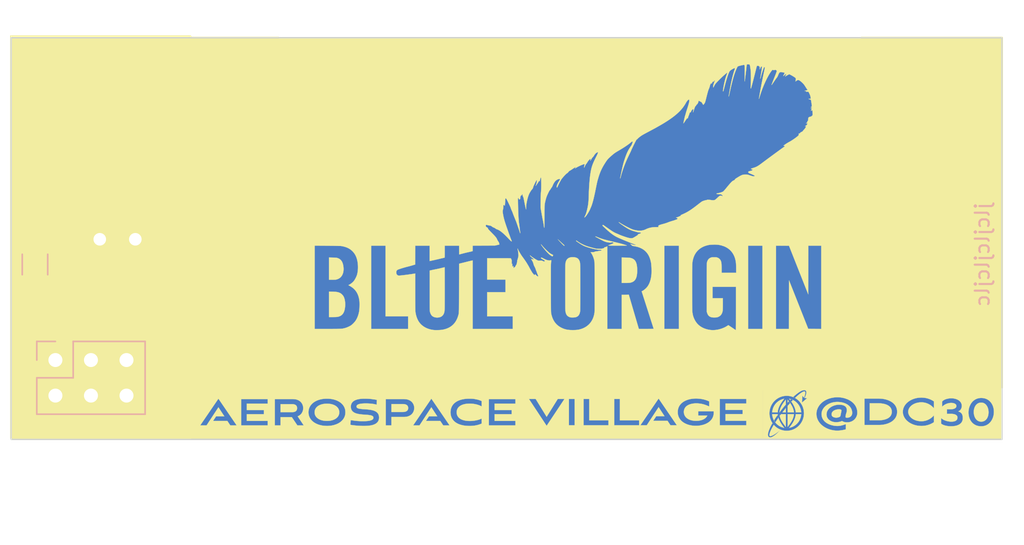
<source format=kicad_pcb>
(kicad_pcb (version 20220621) (generator pcbnew)
  (layers (0 "F.Cu" signal) (31 "B.Cu" signal) (34 "B.Paste" user) (35 "F.Paste" user) (36 "B.SilkS" user "B.Silkscreen") (37 "F.SilkS" user "F.Silkscreen") (38 "B.Mask" user) (39 "F.Mask" user) (44 "Edge.Cuts" user))
  (net 0 "")
  (net 1 "Net-(D1-K)")
  (net 2 "Net-(D1-A)")
  (net 3 "Net-(J1-Pin_1)")
  (footprint "LED_THT:LED_D5.0mm" (layer "F.Cu") (at 108.87 60.7 180)
    (fp_text reference "D1" hide)
    (fp_text value "LED")
  )
  (footprint "Connector_PinHeader_2.54mm:PinHeader_2x03_P2.54mm_Vertical" (layer "B.Cu") (at 103.16 69.33 -90)
    (fp_text reference "J1" hide)
    (fp_text value "Conn_02x03_Counter_Clockwise")
  )
  (footprint "Resistor_SMD:R_1206_3216Metric_Pad1.30x1.75mm_HandSolder" (layer "B.Cu") (at 101.7 62.5 -90)
    (fp_text reference "R1" hide)
    (fp_text value "R")
  )
  (gr_poly (pts (xy 154.903265 73.068717) (xy 154.903268 73.068872) (xy 154.903269 73.06895) (xy 154.903269 73.069027) (xy 154.903267 73.069104) (xy 154.903263 73.069182) (xy 154.902864 73.069182) (xy 154.902901 73.069162) (xy 154.902935 73.069143) (xy 154.902966 73.069123) (xy 154.902996 73.069103) (xy 154.903023 73.069084) (xy 154.903049 73.069064) (xy 154.903073 73.069045) (xy 154.903095 73.069025) (xy 154.903115 73.069006) (xy 154.903133 73.068987) (xy 154.90315 73.068967) (xy 154.903165 73.068948) (xy 154.903179 73.068928) (xy 154.903192 73.068909) (xy 154.903203 73.06889) (xy 154.903213 73.06887) (xy 154.903222 73.068851) (xy 154.903229 73.068832) (xy 154.903236 73.068812) (xy 154.903242 73.068793) (xy 154.903251 73.068755) (xy 154.903257 73.068716) (xy 154.90326 73.068677) (xy 154.903262 73.068639) (xy 154.903263 73.068562)) (stroke (width 0.015)) (fill solid) (layer "F.SilkS"))
  (gr_poly (pts (xy 154.779681 73.263071) (xy 154.780087 73.266706) (xy 154.780545 73.270332) (xy 154.780087 73.266709) (xy 154.779681 73.263074) (xy 154.779213 73.258232)) (stroke (width 0.015)) (fill solid) (layer "F.SilkS"))
  (gr_poly (pts (xy 154.783068 73.287619) (xy 154.785864 73.304842) (xy 154.788918 73.321947) (xy 154.785861 73.304842) (xy 154.783062 73.287619) (xy 154.780552 73.270378)) (stroke (width 0.015)) (fill solid) (layer "F.SilkS"))
  (gr_poly (pts (xy 159.163698 72.851537) (xy 159.181317 72.852101) (xy 159.198659 72.853132) (xy 159.215584 72.854703) (xy 159.231954 72.856891) (xy 159.239887 72.858238) (xy 159.247629 72.859768) (xy 159.255163 72.861488) (xy 159.262471 72.863409) (xy 159.269536 72.86554) (xy 159.276341 72.867889) (xy 159.282868 72.870467) (xy 159.289099 72.873282) (xy 159.295018 72.876343) (xy 159.300607 72.879661) (xy 159.305849 72.883245) (xy 159.310726 72.887103) (xy 159.315222 72.891245) (xy 159.319317 72.89568) (xy 159.322996 72.900417) (xy 159.326241 72.905467) (xy 159.329034 72.910838) (xy 159.331358 72.916539) (xy 159.333196 72.922579) (xy 159.334531 72.928969) (xy 159.335344 72.935717) (xy 159.335619 72.942833) (xy 159.254306 73.339088) (xy 159.24805 73.346838) (xy 159.241359 73.354219) (xy 159.234259 73.361239) (xy 159.226771 73.367906) (xy 159.218919 73.374228) (xy 159.210725 73.380213) (xy 159.193404 73.391206) (xy 159.174993 73.400947) (xy 159.155674 73.409503) (xy 159.13563 73.416937) (xy 159.115047 73.423315) (xy 159.094106 73.4287) (xy 159.072991 73.433158) (xy 159.051886 73.436753) (xy 159.030975 73.43955) (xy 159.010439 73.441612) (xy 158.990464 73.443005) (xy 158.971233 73.443794) (xy 158.952929 73.444042) (xy 158.923604 73.443242) (xy 158.89423 73.44081) (xy 158.865076 73.436702) (xy 158.836408 73.430874) (xy 158.82234 73.427301) (xy 158.808494 73.42328) (xy 158.794904 73.418807) (xy 158.781602 73.413876) (xy 158.768624 73.408481) (xy 158.756001 73.402617) (xy 158.743768 73.396278) (xy 158.731957 73.389458) (xy 158.720604 73.382152) (xy 158.70974 73.374354) (xy 158.699399 73.366059) (xy 158.689615 73.357261) (xy 158.680422 73.347954) (xy 158.671852 73.338133) (xy 158.66394 73.327793) (xy 158.656718 73.316927) (xy 158.650221 73.30553) (xy 158.644481 73.293596) (xy 158.639532 73.28112) (xy 158.635409 73.268097) (xy 158.632143 73.25452) (xy 158.629769 73.240384) (xy 158.62832 73.225684) (xy 158.627829 73.210413) (xy 158.628681 73.187334) (xy 158.631192 73.165081) (xy 158.635295 73.143649) (xy 158.640924 73.123032) (xy 158.648011 73.103223) (xy 158.656489 73.084216) (xy 158.666291 73.066006) (xy 158.677351 73.048585) (xy 158.689601 73.031947) (xy 158.702975 73.016088) (xy 158.717405 73.000999) (xy 158.732825 72.986676) (xy 158.749168 72.973111) (xy 158.766366 72.960299) (xy 158.803062 72.936909) (xy 158.842377 72.916456) (xy 158.883776 72.898891) (xy 158.926723 72.884163) (xy 158.970683 72.872224) (xy 159.01512 72.863024) (xy 159.059498 72.856514) (xy 159.103282 72.852644) (xy 159.145935 72.851365) (xy 159.14594 72.851365)) (stroke (width 0.015)) (fill solid) (layer "F.SilkS"))
  (gr_poly (pts (xy 155.75717 72.309155) (xy 155.757121 72.309112) (xy 155.757073 72.309068) (xy 155.757028 72.309024) (xy 155.756986 72.30898) (xy 155.756967 72.308958) (xy 155.756949 72.308937) (xy 155.756932 72.308915) (xy 155.756917 72.308893) (xy 155.756904 72.308871) (xy 155.756894 72.308849) (xy 155.756885 72.308828) (xy 155.756878 72.308806) (xy 155.756874 72.308784) (xy 155.756873 72.308763) (xy 155.755688 72.307134) (xy 155.755106 72.306324) (xy 155.754534 72.305507)) (stroke (width 0.015)) (fill solid) (layer "F.SilkS"))
  (gr_poly (pts (xy 154.57596 73.748063) (xy 154.581731 73.756156) (xy 154.587575 73.76419) (xy 154.593508 73.772162) (xy 154.587576 73.764193) (xy 154.581729 73.756155) (xy 154.575956 73.748059) (xy 154.570854 73.74078)) (stroke (width 0.015)) (fill solid) (layer "F.SilkS"))
  (gr_poly (pts (xy 154.811998 73.421108) (xy 154.816139 73.435387) (xy 154.820448 73.449614) (xy 154.824859 73.463727) (xy 154.820446 73.449618) (xy 154.816135 73.435387) (xy 154.811994 73.421105) (xy 154.808066 73.406758)) (stroke (width 0.015)) (fill solid) (layer "F.SilkS"))
  (gr_poly (pts (xy 154.4077 73.850455) (xy 154.415233 73.86132) (xy 154.422876 73.872098) (xy 154.430623 73.882746) (xy 154.422873 73.872098) (xy 154.415228 73.861322) (xy 154.407696 73.850459) (xy 154.400258 73.839522)) (stroke (width 0.015)) (fill solid) (layer "F.SilkS"))
  (gr_poly (pts (xy 155.354476 73.069182) (xy 155.116274 73.069182) (xy 155.175046 72.993987) (xy 155.234264 72.91913) (xy 155.293979 72.844672) (xy 155.354242 72.770673) (xy 155.354476 72.770673)) (stroke (width 0.015)) (fill solid) (layer "F.SilkS"))
  (gr_poly (pts (xy 155.928701 73.263706) (xy 155.917449 73.326049) (xy 155.902296 73.387579) (xy 155.883537 73.448278) (xy 155.861466 73.508127) (xy 155.836378 73.567107) (xy 155.808567 73.625199) (xy 155.778329 73.682383) (xy 155.745959 73.738642) (xy 155.711749 73.793955) (xy 155.675996 73.848305) (xy 155.638994 73.901672) (xy 155.601038 73.954037) (xy 155.562422 74.005381) (xy 155.484389 74.104932) (xy 155.484389 73.200569) (xy 155.935758 73.200569)) (stroke (width 0.015)) (fill solid) (layer "F.SilkS"))
  (gr_poly (pts (xy 155.161061 72.200722) (xy 155.081912 72.30875) (xy 155.043428 72.364979) (xy 155.006126 72.422633) (xy 154.970348 72.481675) (xy 154.936436 72.542066) (xy 154.904732 72.603767) (xy 154.875578 72.666742) (xy 154.849316 72.730951) (xy 154.826287 72.796357) (xy 154.806834 72.862921) (xy 154.791298 72.930605) (xy 154.780021 72.999372) (xy 154.773345 73.069182) (xy 154.383678 73.069182) (xy 154.387387 73.023512) (xy 154.392995 72.978423) (xy 154.40046 72.933957) (xy 154.409742 72.890154) (xy 154.4208 72.847055) (xy 154.433592 72.804701) (xy 154.448079 72.763133) (xy 154.464217 72.722392) (xy 154.481968 72.682518) (xy 154.501289 72.643553) (xy 154.522141 72.605537) (xy 154.544481 72.568511) (xy 154.568269 72.532516) (xy 154.593464 72.497593) (xy 154.620024 72.463783) (xy 154.64791 72.431126) (xy 154.67708 72.399664) (xy 154.707492 72.369437) (xy 154.739107 72.340487) (xy 154.771883 72.312853) (xy 154.805779 72.286577) (xy 154.840753 72.2617) (xy 154.876766 72.238263) (xy 154.913776 72.216306) (xy 154.951742 72.195871) (xy 154.990624 72.176998) (xy 155.030379 72.159728) (xy 155.070968 72.144101) (xy 155.112349 72.13016) (xy 155.154482 72.117944) (xy 155.197324 72.107495) (xy 155.240836 72.098853)) (stroke (width 0.015)) (fill solid) (layer "F.SilkS"))
  (gr_poly (pts (xy 155.913734 71.989279) (xy 155.927439 71.995432) (xy 155.913733 71.989279) (xy 155.899938 71.983279)) (stroke (width 0.015)) (fill solid) (layer "F.SilkS"))
  (gr_poly (pts (xy 155.778072 72.147798) (xy 155.788227 72.151665) (xy 155.798329 72.155636) (xy 155.80839 72.159702) (xy 155.798327 72.155636) (xy 155.788223 72.151665) (xy 155.778069 72.147798) (xy 155.767855 72.144044)) (stroke (width 0.015)) (fill solid) (layer "F.SilkS"))
  (gr_poly (pts (xy 120.065613 72.482551) (xy 120.094033 72.483007) (xy 120.120977 72.48435) (xy 120.146481 72.486547) (xy 120.170585 72.489563) (xy 120.193326 72.493361) (xy 120.214741 72.497907) (xy 120.234868 72.503166) (xy 120.253744 72.509103) (xy 120.271408 72.515683) (xy 120.287897 72.522872) (xy 120.303248 72.530633) (xy 120.3175 72.538931) (xy 120.330689 72.547733) (xy 120.342854 72.557003) (xy 120.354032 72.566705) (xy 120.364261 72.576806) (xy 120.373578 72.587269) (xy 120.382021 72.598059) (xy 120.389628 72.609143) (xy 120.396437 72.620484) (xy 120.402484 72.632048) (xy 120.407808 72.643799) (xy 120.412446 72.655703) (xy 120.416436 72.667725) (xy 120.419816 72.679829) (xy 120.422623 72.691981) (xy 120.42667 72.716287) (xy 120.428876 72.740363) (xy 120.429545 72.763929) (xy 120.428876 72.789406) (xy 120.42667 72.815068) (xy 120.422623 72.840661) (xy 120.416436 72.865935) (xy 120.407808 72.890637) (xy 120.402484 72.902694) (xy 120.396436 72.914514) (xy 120.389628 72.926064) (xy 120.382021 72.937314) (xy 120.373578 72.948232) (xy 120.364261 72.958785) (xy 120.354032 72.968944) (xy 120.342854 72.978675) (xy 120.330689 72.987948) (xy 120.317499 72.996731) (xy 120.303248 73.004993) (xy 120.287897 73.012702) (xy 120.271408 73.019826) (xy 120.253744 73.026334) (xy 120.234868 73.032195) (xy 120.214741 73.037376) (xy 120.193326 73.041847) (xy 120.170585 73.045576) (xy 120.146481 73.048531) (xy 120.120976 73.050681) (xy 120.094033 73.051994) (xy 120.065613 73.052438) (xy 119.247679 73.052438) (xy 119.247679 72.482551)) (stroke (width 0.015)) (fill solid) (layer "F.SilkS"))
  (gr_poly (pts (xy 139.207369 60.834544) (xy 139.271066 60.893267) (xy 139.338389 60.954597) (xy 139.401322 61.011265) (xy 139.45185 61.056003) (xy 139.46446 61.067094) (xy 139.476053 61.077471) (xy 139.486638 61.087146) (xy 139.496225 61.09613) (xy 139.504824 61.104434) (xy 139.512444 61.112071) (xy 139.519095 61.11905) (xy 139.524788 61.125385) (xy 139.527277 61.128314) (xy 139.52953 61.131086) (xy 139.531549 61.133702) (xy 139.533333 61.136165) (xy 139.534885 61.138474) (xy 139.536206 61.140633) (xy 139.537297 61.142641) (xy 139.538159 61.144502) (xy 139.538793 61.146215) (xy 139.539201 61.147783) (xy 139.539384 61.149206) (xy 139.539342 61.150487) (xy 139.539078 61.151627) (xy 139.538592 61.152627) (xy 139.537886 61.153489) (xy 139.536961 61.154214) (xy 139.535305 61.155244) (xy 139.53363 61.156246) (xy 139.531948 61.157215) (xy 139.530269 61.158145) (xy 139.528606 61.159031) (xy 139.52697 61.159868) (xy 139.525372 61.16065) (xy 139.523825 61.161372) (xy 139.522339 61.16203) (xy 139.520926 61.162617) (xy 139.519598 61.163128) (xy 139.518367 61.163559) (xy 139.517243 61.163904) (xy 139.51624 61.164157) (xy 139.515367 61.164313) (xy 139.514637 61.164368) (xy 139.509943 61.162182) (xy 139.501416 61.155855) (xy 139.47436 61.132266) (xy 139.436466 61.096579) (xy 139.390727 61.051772) (xy 139.340139 61.000822) (xy 139.287697 60.946708) (xy 139.236395 60.892408) (xy 139.18923 60.8409) (xy 139.063812 60.701219)) (stroke (width 0.015)) (fill solid) (layer "F.SilkS"))
  (gr_poly (pts (xy 154.91267 73.279336) (xy 154.915353 73.294966) (xy 154.91829 73.310546) (xy 154.921474 73.326049) (xy 154.918286 73.310546) (xy 154.915347 73.294966) (xy 154.912663 73.279336) (xy 154.910245 73.263706)) (stroke (width 0.015)) (fill solid) (layer "F.SilkS"))
  (gr_poly (pts (xy 128.004231 72.475412) (xy 128.033161 72.476756) (xy 128.060564 72.478954) (xy 128.086481 72.481971) (xy 128.11095 72.485771) (xy 128.13401 72.490319) (xy 128.1557 72.49558) (xy 128.17606 72.50152) (xy 128.195129 72.508103) (xy 128.212946 72.515294) (xy 128.22955 72.523059) (xy 128.24498 72.531361) (xy 128.259276 72.540166) (xy 128.272476 72.549439) (xy 128.284621 72.559145) (xy 128.295748 72.569249) (xy 128.305897 72.579716) (xy 128.315108 72.59051) (xy 128.323419 72.601597) (xy 128.33087 72.612942) (xy 128.3375 72.624509) (xy 128.343347 72.636264) (xy 128.348452 72.648171) (xy 128.352853 72.660195) (xy 128.35659 72.672302) (xy 128.359701 72.684456) (xy 128.364205 72.708766) (xy 128.366677 72.732845) (xy 128.367432 72.756411) (xy 128.366677 72.780606) (xy 128.364205 72.805232) (xy 128.359701 72.830015) (xy 128.352853 72.854679) (xy 128.343347 72.878951) (xy 128.33087 72.902554) (xy 128.323419 72.91402) (xy 128.315108 72.925215) (xy 128.305897 72.936105) (xy 128.295748 72.946657) (xy 128.284621 72.956836) (xy 128.272476 72.966607) (xy 128.259276 72.975936) (xy 128.24498 72.984788) (xy 128.22955 72.99313) (xy 128.212946 73.000927) (xy 128.195129 73.008144) (xy 128.17606 73.014748) (xy 128.1557 73.020703) (xy 128.13401 73.025976) (xy 128.11095 73.030532) (xy 128.086481 73.034337) (xy 128.060564 73.037356) (xy 128.033161 73.039555) (xy 128.004231 73.040899) (xy 127.973735 73.041355) (xy 127.174869 73.041355) (xy 127.174869 72.474956) (xy 127.973735 72.474956)) (stroke (width 0.015)) (fill solid) (layer "F.SilkS"))
  (gr_poly (pts (xy 155.586659 72.296303) (xy 155.603484 72.318813) (xy 155.620179 72.341511) (xy 155.63671 72.364418) (xy 155.620177 72.341517) (xy 155.60348 72.318817) (xy 155.586655 72.296302) (xy 155.569739 72.273959)) (stroke (width 0.015)) (fill solid) (layer "F.SilkS"))
  (gr_poly (pts (xy 155.697073 72.22643) (xy 155.716355 72.252439) (xy 155.735522 72.278802) (xy 155.754336 72.30523) (xy 155.735521 72.278804) (xy 155.716353 72.25244) (xy 155.697071 72.226429) (xy 155.678321 72.201587)) (stroke (width 0.015)) (fill solid) (layer "F.SilkS"))
  (gr_poly (pts (xy 154.43959 73.894748) (xy 154.448666 73.906607) (xy 154.450218 73.908585) (xy 154.448666 73.906607) (xy 154.43959 73.894748) (xy 154.435587 73.889389)) (stroke (width 0.015)) (fill solid) (layer "F.SilkS"))
  (gr_poly (pts (xy 169.351398 72.371476) (xy 169.382321 72.374466) (xy 169.412267 72.379369) (xy 169.441233 72.386122) (xy 169.469217 72.394657) (xy 169.496217 72.404912) (xy 169.522229 72.416819) (xy 169.547251 72.430315) (xy 169.571281 72.445333) (xy 169.594316 72.46181) (xy 169.616355 72.479679) (xy 169.637393 72.498876) (xy 169.65743 72.519336) (xy 169.676462 72.540993) (xy 169.694487 72.563782) (xy 169.711502 72.587639) (xy 169.742494 72.638293) (xy 169.769418 72.692435) (xy 169.792255 72.749544) (xy 169.810984 72.809098) (xy 169.825585 72.870577) (xy 169.836039 72.933459) (xy 169.842326 72.997225) (xy 169.844426 73.061353) (xy 169.842438 73.124136) (xy 169.836456 73.186428) (xy 169.826456 73.247739) (xy 169.819941 73.277873) (xy 169.812412 73.307577) (xy 169.803867 73.33679) (xy 169.794301 73.36545) (xy 169.783712 73.393496) (xy 169.772097 73.420868) (xy 169.759452 73.447502) (xy 169.745775 73.473339) (xy 169.731063 73.498316) (xy 169.715311 73.522372) (xy 169.698518 73.545446) (xy 169.68068 73.567476) (xy 169.661794 73.588401) (xy 169.641857 73.60816) (xy 169.620866 73.626691) (xy 169.598817 73.643933) (xy 169.575709 73.659824) (xy 169.551536 73.674302) (xy 169.526297 73.687308) (xy 169.499989 73.698778) (xy 169.472607 73.708653) (xy 169.44415 73.716869) (xy 169.414614 73.723367) (xy 169.383995 73.728084) (xy 169.352291 73.73096) (xy 169.3195 73.731932) (xy 169.286986 73.73093) (xy 169.255487 73.727968) (xy 169.225001 73.723108) (xy 169.195532 73.716414) (xy 169.16708 73.707948) (xy 169.139646 73.697775) (xy 169.113232 73.685957) (xy 169.087839 73.672558) (xy 169.063467 73.657641) (xy 169.040119 73.641269) (xy 169.017795 73.623505) (xy 168.996497 73.604413) (xy 168.976226 73.584056) (xy 168.956983 73.562497) (xy 168.93877 73.5398) (xy 168.921587 73.516028) (xy 168.890318 73.46551) (xy 168.863186 73.41145) (xy 168.840202 73.354353) (xy 168.821374 73.294727) (xy 168.806713 73.233077) (xy 168.796229 73.169909) (xy 168.789931 73.105729) (xy 168.78783 73.041044) (xy 168.789894 72.97826) (xy 168.79609 72.915968) (xy 168.800739 72.885159) (xy 168.806423 72.854657) (xy 168.813142 72.824524) (xy 168.820898 72.79482) (xy 168.82969 72.765607) (xy 168.839519 72.736946) (xy 168.850387 72.7089) (xy 168.862293 72.681529) (xy 168.875238 72.654894) (xy 168.889224 72.629058) (xy 168.90425 72.604081) (xy 168.920316 72.580024) (xy 168.937425 72.55695) (xy 168.955576 72.53492) (xy 168.974771 72.513995) (xy 168.995008 72.494236) (xy 169.016291 72.475705) (xy 169.038618 72.458464) (xy 169.06199 72.442573) (xy 169.086409 72.428094) (xy 169.111875 72.415088) (xy 169.138388 72.403618) (xy 169.16595 72.393743) (xy 169.19456 72.385527) (xy 169.224219 72.379029) (xy 169.254928 72.374312) (xy 169.286688 72.371437) (xy 169.3195 72.370465)) (stroke (width 0.015)) (fill solid) (layer "F.SilkS"))
  (gr_poly (pts (xy 155.505697 72.191469) (xy 155.527086 72.218677) (xy 155.548446 72.246183) (xy 155.569739 72.273959) (xy 155.548219 72.296691) (xy 155.526832 72.319557) (xy 155.484316 72.365504) (xy 155.484316 72.164586)) (stroke (width 0.015)) (fill solid) (layer "F.SilkS"))
  (gr_poly (pts (xy 122.611385 72.449502) (xy 122.657929 72.451499) (xy 122.703575 72.454812) (xy 122.748282 72.459427) (xy 122.792006 72.465332) (xy 122.834706 72.472512) (xy 122.876337 72.480955) (xy 122.916859 72.490648) (xy 122.956227 72.501577) (xy 122.9944 72.51373) (xy 123.031334 72.527093) (xy 123.066988 72.541653) (xy 123.101318 72.557397) (xy 123.134282 72.574312) (xy 123.165837 72.592385) (xy 123.195941 72.611602) (xy 123.224551 72.63195) (xy 123.251624 72.653417) (xy 123.277117 72.675988) (xy 123.300989 72.699651) (xy 123.323195 72.724394) (xy 123.343695 72.750201) (xy 123.362445 72.777061) (xy 123.379402 72.80496) (xy 123.394523 72.833886) (xy 123.407767 72.863824) (xy 123.41909 72.894762) (xy 123.428451 72.926687) (xy 123.435805 72.959585) (xy 123.441111 72.993444) (xy 123.444326 73.02825) (xy 123.445407 73.063989) (xy 123.444326 73.099101) (xy 123.441111 73.133358) (xy 123.435805 73.166743) (xy 123.428451 73.199241) (xy 123.41909 73.230833) (xy 123.407767 73.261502) (xy 123.394523 73.291232) (xy 123.379402 73.320005) (xy 123.362445 73.347804) (xy 123.343695 73.374612) (xy 123.323195 73.400413) (xy 123.300989 73.425188) (xy 123.277117 73.448922) (xy 123.251624 73.471596) (xy 123.224551 73.493194) (xy 123.195941 73.513698) (xy 123.134282 73.551359) (xy 123.066988 73.584442) (xy 122.9944 73.61281) (xy 122.916859 73.636327) (xy 122.834706 73.654855) (xy 122.748282 73.668259) (xy 122.657929 73.676401) (xy 122.563987 73.679146) (xy 122.516589 73.678457) (xy 122.470045 73.676401) (xy 122.424398 73.672996) (xy 122.379689 73.668259) (xy 122.335963 73.662206) (xy 122.293262 73.654855) (xy 122.251628 73.646223) (xy 122.211104 73.636327) (xy 122.171733 73.625183) (xy 122.133557 73.61281) (xy 122.09662 73.599224) (xy 122.060963 73.584442) (xy 122.026629 73.568482) (xy 121.993662 73.551359) (xy 121.962103 73.533093) (xy 121.931995 73.513698) (xy 121.903382 73.493194) (xy 121.876306 73.471596) (xy 121.850809 73.448922) (xy 121.826934 73.425188) (xy 121.804724 73.400413) (xy 121.784221 73.374612) (xy 121.765468 73.347804) (xy 121.748509 73.320005) (xy 121.733384 73.291232) (xy 121.720138 73.261502) (xy 121.708813 73.230833) (xy 121.699451 73.199241) (xy 121.692095 73.166743) (xy 121.686788 73.133358) (xy 121.683573 73.099101) (xy 121.682491 73.063989) (xy 121.683573 73.02825) (xy 121.686788 72.993444) (xy 121.692095 72.959585) (xy 121.699451 72.926687) (xy 121.708813 72.894762) (xy 121.720138 72.863824) (xy 121.733384 72.833886) (xy 121.748509 72.80496) (xy 121.765468 72.777061) (xy 121.784221 72.750201) (xy 121.804724 72.724394) (xy 121.826934 72.699651) (xy 121.850809 72.675988) (xy 121.876306 72.653417) (xy 121.903382 72.63195) (xy 121.931995 72.611602) (xy 121.993662 72.574312) (xy 122.060963 72.541653) (xy 122.133557 72.51373) (xy 122.211104 72.490648) (xy 122.293262 72.472512) (xy 122.379689 72.459427) (xy 122.470045 72.451499) (xy 122.563987 72.448833)) (stroke (width 0.015)) (fill solid) (layer "F.SilkS"))
  (gr_poly (pts (xy 170.816776 74.960151) (xy 153.692011 74.960151) (xy 153.692011 74.664074) (xy 154.078655 74.664074) (xy 154.078857 74.677415) (xy 154.07952 74.690934) (xy 154.080741 74.704653) (xy 154.081591 74.711594) (xy 154.082616 74.718592) (xy 154.083828 74.725652) (xy 154.085239 74.732774) (xy 154.086862 74.739962) (xy 154.088709 74.747219) (xy 154.091411 74.754668) (xy 154.094176 74.762079) (xy 154.097037 74.769425) (xy 154.098513 74.773063) (xy 154.100025 74.776674) (xy 154.102073 74.780338) (xy 154.10421 74.784001) (xy 154.106422 74.787657) (xy 154.108697 74.791303) (xy 154.111022 74.794931) (xy 154.113383 74.798538) (xy 154.118166 74.805664) (xy 154.121195 74.808923) (xy 154.124286 74.812162) (xy 154.127435 74.81537) (xy 154.130638 74.818533) (xy 154.13389 74.821638) (xy 154.137188 74.824671) (xy 154.140528 74.827619) (xy 154.143906 74.830469) (xy 154.147652 74.83307) (xy 154.151434 74.835543) (xy 154.155254 74.837887) (xy 154.159114 74.8401) (xy 154.163016 74.84218) (xy 154.166961 74.844124) (xy 154.170951 74.845932) (xy 154.174988 74.8476) (xy 154.183196 74.850412) (xy 154.191303 74.85274) (xy 154.199307 74.854614) (xy 154.207206 74.856062) (xy 154.214998 74.857114) (xy 154.22268 74.857798) (xy 154.23025 74.858143) (xy 154.237706 74.858179) (xy 154.245045 74.857933) (xy 154.252266 74.857436) (xy 154.259365 74.856715) (xy 154.266341 74.8558) (xy 154.273191 74.85472) (xy 154.279913 74.853504) (xy 154.292963 74.850778) (xy 154.29941 74.849221) (xy 154.305764 74.847548) (xy 154.312029 74.845766) (xy 154.318209 74.843882) (xy 154.330335 74.839828) (xy 154.342175 74.835436) (xy 154.353766 74.830751) (xy 154.36514 74.825824) (xy 154.376334 74.820701) (xy 154.387381 74.815431) (xy 154.408967 74.804309) (xy 154.430066 74.792681) (xy 154.450722 74.780593) (xy 154.470978 74.768093) (xy 154.490875 74.755227) (xy 154.510457 74.742041) (xy 154.529766 74.728581) (xy 154.548844 74.714895) (xy 154.567705 74.701048) (xy 154.586339 74.686954) (xy 154.604753 74.672628) (xy 154.622959 74.658086) (xy 154.640964 74.643344) (xy 154.658779 74.628419) (xy 154.676414 74.613326) (xy 154.693877 74.59808) (xy 154.728543 74.567356) (xy 154.762648 74.536076) (xy 154.796229 74.504288) (xy 154.829324 74.472038) (xy 154.861969 74.439371) (xy 154.894202 74.406335) (xy 154.92606 74.372974) (xy 154.957581 74.339337) (xy 154.885825 74.397007) (xy 154.81329 74.453483) (xy 154.776713 74.48121) (xy 154.739921 74.508561) (xy 154.702907 74.535512) (xy 154.665665 74.562036) (xy 154.628034 74.587659) (xy 154.590103 74.612926) (xy 154.551845 74.637549) (xy 154.513231 74.661238) (xy 154.474235 74.683703) (xy 154.434828 74.704655) (xy 154.414962 74.714473) (xy 154.394982 74.723805) (xy 154.374886 74.732613) (xy 154.35467 74.740862) (xy 154.344603 74.74457) (xy 154.334528 74.748083) (xy 154.324467 74.751371) (xy 154.314441 74.754405) (xy 154.304473 74.757156) (xy 154.294586 74.759595) (xy 154.284801 74.761693) (xy 154.275142 74.763419) (xy 154.270367 74.764152) (xy 154.265639 74.764751) (xy 154.260972 74.765217) (xy 154.25638 74.76555) (xy 154.251877 74.765749) (xy 154.247476 74.765816) (xy 154.243192 74.765749) (xy 154.239037 74.765549) (xy 154.235026 74.765216) (xy 154.231172 74.76475) (xy 154.227489 74.764151) (xy 154.223991 74.763418) (xy 154.220691 74.762552) (xy 154.217604 74.761553) (xy 154.214743 74.760421) (xy 154.212122 74.759156) (xy 154.209795 74.757847) (xy 154.207604 74.756443) (xy 154.205541 74.754934) (xy 154.203602 74.75331) (xy 154.201781 74.751559) (xy 154.200071 74.749671) (xy 154.198466 74.747636) (xy 154.196961 74.745442) (xy 154.195549 74.74308) (xy 154.194225 74.740539) (xy 154.192983 74.737809) (xy 154.191816 74.734878) (xy 154.190719 74.731736) (xy 154.189686 74.728373) (xy 154.188711 74.724778) (xy 154.187787 74.720941) (xy 154.187113 74.716955) (xy 154.186546 74.712859) (xy 154.186084 74.70866) (xy 154.185722 74.704364) (xy 154.185282 74.695508) (xy 154.185197 74.686341) (xy 154.185436 74.676916) (xy 154.185967 74.667286) (xy 154.186762 74.6575) (xy 154.187787 74.647612) (xy 154.191415 74.627254) (xy 154.195681 74.60681) (xy 154.200551 74.586293) (xy 154.205987 74.565717) (xy 154.211955 74.545097) (xy 154.218418 74.524445) (xy 154.232685 74.483103) (xy 154.2485 74.441803) (xy 154.265576 74.400656) (xy 154.283624 74.359771) (xy 154.302356 74.31926) (xy 154.321869 74.278852) (xy 154.342119 74.238712) (xy 154.363012 74.198806) (xy 154.384451 74.159101) (xy 154.428581 74.080156) (xy 154.473739 74.001605) (xy 154.479346 73.992213) (xy 154.485058 73.982866) (xy 154.490788 73.973529) (xy 154.496453 73.964166) (xy 154.540023 74.011382) (xy 154.585924 74.056267) (xy 154.634061 74.098721) (xy 154.684337 74.138647) (xy 154.736656 74.175944) (xy 154.790922 74.210515) (xy 154.847038 74.242262) (xy 154.904909 74.271085) (xy 154.964438 74.296887) (xy 155.02553 74.319568) (xy 155.088087 74.33903) (xy 155.152014 74.355174) (xy 155.217215 74.367902) (xy 155.283593 74.377116) (xy 155.351052 74.382716) (xy 155.419497 74.384605) (xy 155.483029 74.38298) (xy 155.545723 74.378157) (xy 155.607501 74.370214) (xy 155.668286 74.359229) (xy 155.728 74.345281) (xy 155.786566 74.328449) (xy 155.843907 74.308809) (xy 155.899946 74.286442) (xy 155.954606 74.261425) (xy 156.007808 74.233837) (xy 156.059476 74.203755) (xy 156.109533 74.171258) (xy 156.157902 74.136425) (xy 156.204504 74.099334) (xy 156.249263 74.060063) (xy 156.292102 74.01869) (xy 156.332943 73.975294) (xy 156.37171 73.929953) (xy 156.408324 73.882746) (xy 156.442708 73.833751) (xy 156.474786 73.783045) (xy 156.504479 73.730708) (xy 156.531712 73.676818) (xy 156.556406 73.621453) (xy 156.578484 73.564692) (xy 156.597869 73.506612) (xy 156.614484 73.447292) (xy 156.628251 73.386811) (xy 156.639093 73.325246) (xy 156.646933 73.262677) (xy 156.651694 73.199181) (xy 156.652258 73.176539) (xy 157.544106 73.176539) (xy 157.546237 73.242551) (xy 157.552544 73.307205) (xy 157.562896 73.370452) (xy 157.577163 73.432244) (xy 157.595216 73.492533) (xy 157.616923 73.55127) (xy 157.642155 73.608407) (xy 157.670781 73.663895) (xy 157.702671 73.717687) (xy 157.737695 73.769734) (xy 157.775723 73.819988) (xy 157.816624 73.868399) (xy 157.860269 73.91492) (xy 157.906527 73.959503) (xy 157.955268 74.002099) (xy 158.006361 74.04266) (xy 158.115086 74.117482) (xy 158.231658 74.183583) (xy 158.355038 74.240576) (xy 158.484182 74.288074) (xy 158.61805 74.325691) (xy 158.7556 74.353039) (xy 158.89579 74.369731) (xy 159.037578 74.375381) (xy 159.094199 74.373947) (xy 159.16098 74.369617) (xy 159.235698 74.362352) (xy 159.316132 74.352111) (xy 159.400058 74.338853) (xy 159.485254 74.322539) (xy 159.569497 74.303128) (xy 159.610567 74.292249) (xy 159.650565 74.28058) (xy 159.650565 73.972382) (xy 160.978153 73.972382) (xy 162.017853 73.972382) (xy 162.125586 73.969286) (xy 162.235823 73.95984) (xy 162.347262 73.943805) (xy 162.458597 73.920943) (xy 162.568523 73.891017) (xy 162.62255 73.87333) (xy 162.675736 73.853788) (xy 162.727917 73.832361) (xy 162.77893 73.809019) (xy 162.828613 73.783732) (xy 162.876801 73.75647) (xy 162.923333 73.727204) (xy 162.968045 73.695905) (xy 163.010774 73.662541) (xy 163.051356 73.627084) (xy 163.089629 73.589504) (xy 163.12543 73.549771) (xy 163.158595 73.507855) (xy 163.188961 73.463727) (xy 163.216366 73.417356) (xy 163.240646 73.368714) (xy 163.261638 73.317769) (xy 163.279179 73.264493) (xy 163.293106 73.208856) (xy 163.303256 73.150828) (xy 163.309465 73.090378) (xy 163.311571 73.027479) (xy 163.717978 73.027479) (xy 163.719701 73.079548) (xy 163.724813 73.130939) (xy 163.733233 73.181586) (xy 163.744877 73.231428) (xy 163.759665 73.280398) (xy 163.777512 73.328435) (xy 163.798337 73.375473) (xy 163.822057 73.421449) (xy 163.848589 73.466299) (xy 163.877852 73.509959) (xy 163.909763 73.552365) (xy 163.944239 73.593454) (xy 163.981198 73.633161) (xy 164.020558 73.671423) (xy 164.106148 73.743354) (xy 164.20035 73.808737) (xy 164.302505 73.86706) (xy 164.411952 73.917813) (xy 164.528034 73.960484) (xy 164.650088 73.994563) (xy 164.777457 74.019537) (xy 164.90948 74.034897) (xy 165.045498 74.04013) (xy 165.10748 74.038985) (xy 165.168932 74.035573) (xy 165.229798 74.02993) (xy 165.290025 74.022089) (xy 165.349557 74.012085) (xy 165.408339 73.999953) (xy 165.466319 73.985727) (xy 165.523439 73.969443) (xy 165.579647 73.951135) (xy 165.634888 73.930837) (xy 165.689107 73.908585) (xy 165.742249 73.884413) (xy 165.769499 73.870761) (xy 166.450997 73.870761) (xy 166.48153 73.895253) (xy 166.515715 73.917951) (xy 166.553155 73.938884) (xy 166.593452 73.958081) (xy 166.636211 73.975572) (xy 166.681034 73.991386) (xy 166.727524 74.005554) (xy 166.775283 74.018105) (xy 166.823916 74.029068) (xy 166.873026 74.038474) (xy 166.922214 74.046351) (xy 166.971084 74.052729) (xy 167.01924 74.057639) (xy 167.066284 74.061109) (xy 167.11182 74.063169) (xy 167.155449 74.06385) (xy 167.242534 74.061885) (xy 167.326983 74.055917) (xy 167.408385 74.04583) (xy 167.447815 74.039206) (xy 167.486329 74.03151) (xy 167.523875 74.022728) (xy 167.560403 74.012845) (xy 167.595859 74.001846) (xy 167.630195 73.989719) (xy 167.663356 73.976447) (xy 167.695293 73.962018) (xy 167.725954 73.946417) (xy 167.755287 73.92963) (xy 167.783241 73.911642) (xy 167.809764 73.892439) (xy 167.834805 73.872008) (xy 167.858313 73.850333) (xy 167.880236 73.8274) (xy 167.900522 73.803196) (xy 167.919121 73.777705) (xy 167.93598 73.750915) (xy 167.951048 73.72281) (xy 167.964275 73.693376) (xy 167.975607 73.662599) (xy 167.984995 73.630465) (xy 167.992386 73.596959) (xy 167.997729 73.562068) (xy 168.000972 73.525776) (xy 168.002065 73.488071) (xy 168.000908 73.433704) (xy 167.999456 73.408093) (xy 167.997415 73.383496) (xy 167.994781 73.359886) (xy 167.99155 73.337237) (xy 167.987717 73.315523) (xy 167.983279 73.294719) (xy 167.97823 73.274798) (xy 167.972567 73.255734) (xy 167.966285 73.2375) (xy 167.95938 73.220072) (xy 167.951847 73.203423) (xy 167.943682 73.187527) (xy 167.934881 73.172357) (xy 167.925439 73.157889) (xy 167.915353 73.144094) (xy 167.904617 73.130949) (xy 167.893228 73.118426) (xy 167.88118 73.1065) (xy 167.868471 73.095144) (xy 167.855094 73.084332) (xy 167.846901 73.078328) (xy 168.408472 73.078328) (xy 168.412006 73.171996) (xy 168.422615 73.264582) (xy 168.430575 73.310255) (xy 168.440308 73.355402) (xy 168.451815 73.399935) (xy 168.465096 73.443771) (xy 168.480153 73.486822) (xy 168.496988 73.529005) (xy 168.515601 73.570232) (xy 168.535994 73.610419) (xy 168.558168 73.649479) (xy 168.582124 73.687328) (xy 168.607864 73.72388) (xy 168.635388 73.759049) (xy 168.664698 73.792749) (xy 168.695795 73.824895) (xy 168.728681 73.855402) (xy 168.763356 73.884184) (xy 168.799823 73.911155) (xy 168.838081 73.936229) (xy 168.878133 73.959322) (xy 168.919979 73.980347) (xy 168.963621 73.999219) (xy 169.00906 74.015852) (xy 169.056297 74.030162) (xy 169.105334 74.042061) (xy 169.156171 74.051465) (xy 169.20881 74.058288) (xy 169.263253 74.062445) (xy 169.3195 74.06385) (xy 169.373949 74.062338) (xy 169.426802 74.057867) (xy 169.47805 74.050535) (xy 169.527685 74.040439) (xy 169.575698 74.027677) (xy 169.622079 74.012345) (xy 169.666821 73.994541) (xy 169.709915 73.974363) (xy 169.751352 73.951908) (xy 169.791123 73.927273) (xy 169.82922 73.900555) (xy 169.865634 73.871853) (xy 169.900356 73.841262) (xy 169.933378 73.808882) (xy 169.964691 73.774808) (xy 169.994286 73.739139) (xy 170.022155 73.701972) (xy 170.048289 73.663404) (xy 170.072679 73.623532) (xy 170.095316 73.582455) (xy 170.135299 73.49707) (xy 170.168168 73.40803) (xy 170.193854 73.316113) (xy 170.212287 73.222098) (xy 170.223398 73.126764) (xy 170.227117 73.030889) (xy 170.223584 72.937146) (xy 170.212982 72.844346) (xy 170.205028 72.79852) (xy 170.195306 72.753194) (xy 170.183813 72.708456) (xy 170.17055 72.664393) (xy 170.155516 72.621095) (xy 170.138711 72.578649) (xy 170.120133 72.537143) (xy 170.099782 72.496665) (xy 170.077658 72.457304) (xy 170.053759 72.419147) (xy 170.028086 72.382282) (xy 170.000638 72.346797) (xy 169.971413 72.312781) (xy 169.940412 72.280322) (xy 169.907633 72.249507) (xy 169.873077 72.220424) (xy 169.836742 72.193162) (xy 169.798628 72.167809) (xy 169.758734 72.144453) (xy 169.71706 72.123181) (xy 169.673605 72.104082) (xy 169.628369 72.087244) (xy 169.58135 72.072755) (xy 169.532548 72.060703) (xy 169.481963 72.051175) (xy 169.429593 72.044261) (xy 169.375439 72.040048) (xy 169.3195 72.038624) (xy 169.264742 72.040156) (xy 169.211601 72.044682) (xy 169.160082 72.052105) (xy 169.110195 72.062324) (xy 169.061947 72.07524) (xy 169.015347 72.090751) (xy 168.970403 72.108759) (xy 168.927122 72.129164) (xy 168.885513 72.151866) (xy 168.845584 72.176765) (xy 168.807343 72.203762) (xy 168.770798 72.232755) (xy 168.735956 72.263646) (xy 168.702827 72.296335) (xy 168.671418 72.330722) (xy 168.641738 72.366707) (xy 168.613793 72.40419) (xy 168.587593 72.443071) (xy 168.563146 72.483251) (xy 168.540459 72.524629) (xy 168.500398 72.610583) (xy 168.467477 72.700134) (xy 168.441759 72.792482) (xy 168.423309 72.88683) (xy 168.412192 72.982378) (xy 168.408472 73.078328) (xy 167.846901 73.078328) (xy 167.841047 73.074039) (xy 167.826325 73.064238) (xy 167.810922 73.054903) (xy 167.794836 73.046009) (xy 167.778062 73.037528) (xy 167.760595 73.029436) (xy 167.723565 73.014311) (xy 167.683713 73.000426) (xy 167.716627 72.983881) (xy 167.746844 72.966017) (xy 167.774442 72.946862) (xy 167.7995 72.926447) (xy 167.822099 72.904802) (xy 167.842317 72.881956) (xy 167.860233 72.857939) (xy 167.875927 72.832781) (xy 167.889478 72.806512) (xy 167.900965 72.779162) (xy 167.910467 72.75076) (xy 167.918064 72.721336) (xy 167.923835 72.69092) (xy 167.927859 72.659541) (xy 167.930216 72.62723) (xy 167.930983 72.594017) (xy 167.930009 72.564185) (xy 167.927116 72.535025) (xy 167.922353 72.506556) (xy 167.915764 72.478796) (xy 167.907397 72.451762) (xy 167.897298 72.425473) (xy 167.885513 72.399946) (xy 167.87209 72.3752) (xy 167.857074 72.351252) (xy 167.840513 72.328121) (xy 167.822452 72.305825) (xy 167.802938 72.284381) (xy 167.782018 72.263808) (xy 167.759738 72.244123) (xy 167.711284 72.207492) (xy 167.657948 72.174631) (xy 167.600104 72.145684) (xy 167.538121 72.120795) (xy 167.472374 72.100109) (xy 167.403233 72.083769) (xy 167.331071 72.071919) (xy 167.256259 72.064704) (xy 167.179171 72.062266) (xy 167.132241 72.063219) (xy 167.084403 72.066077) (xy 167.036019 72.070841) (xy 166.987452 72.07751) (xy 166.939064 72.086084) (xy 166.891216 72.096563) (xy 166.844271 72.108948) (xy 166.798592 72.123237) (xy 166.754539 72.139431) (xy 166.712476 72.157531) (xy 166.672765 72.177535) (xy 166.635767 72.199444) (xy 166.618399 72.211113) (xy 166.601845 72.223258) (xy 166.586151 72.235879) (xy 166.571361 72.248977) (xy 166.557522 72.26255) (xy 166.544678 72.2766) (xy 166.532874 72.291126) (xy 166.522156 72.306127) (xy 166.522156 72.668508) (xy 166.553383 72.639197) (xy 166.586079 72.611021) (xy 166.620202 72.584085) (xy 166.655715 72.558494) (xy 166.692576 72.534351) (xy 166.730747 72.511761) (xy 166.770187 72.490828) (xy 166.810858 72.471656) (xy 166.852719 72.45435) (xy 166.895732 72.439013) (xy 166.939856 72.425749) (xy 166.985052 72.414664) (xy 167.031279 72.40586) (xy 167.0785 72.399443) (xy 167.126673 72.395516) (xy 167.17576 72.394184) (xy 167.199772 72.394508) (xy 167.222918 72.395466) (xy 167.245205 72.397036) (xy 167.266638 72.399198) (xy 167.287226 72.401931) (xy 167.306975 72.405213) (xy 167.325891 72.409023) (xy 167.343983 72.413341) (xy 167.361255 72.418145) (xy 167.377716 72.423414) (xy 167.393372 72.429127) (xy 167.40823 72.435263) (xy 167.422297 72.441801) (xy 167.435579 72.44872) (xy 167.448083 72.455998) (xy 167.459817 72.463615) (xy 167.470787 72.471549) (xy 167.480999 72.47978) (xy 167.490461 72.488286) (xy 167.49918 72.497047) (xy 167.507162 72.50604) (xy 167.514414 72.515246) (xy 167.520943 72.524642) (xy 167.526756 72.534209) (xy 167.53186 72.543924) (xy 167.53626 72.553767) (xy 167.539965 72.563716) (xy 167.542981 72.573751) (xy 167.545315 72.583851) (xy 167.546974 72.593994) (xy 167.547964 72.604159) (xy 167.548293 72.614326) (xy 167.546861 72.635291) (xy 167.542557 72.656162) (xy 167.535365 72.676764) (xy 167.52527 72.696925) (xy 167.512259 72.71647) (xy 167.496315 72.735227) (xy 167.477424 72.753021) (xy 167.455571 72.769678) (xy 167.430742 72.785026) (xy 167.402921 72.798891) (xy 167.372095 72.811099) (xy 167.338247 72.821476) (xy 167.301363 72.82985) (xy 167.261429 72.836046) (xy 167.21843 72.839891) (xy 167.17235 72.841211) (xy 166.870972 72.841211) (xy 166.870972 73.176539) (xy 167.17235 73.176539) (xy 167.201948 73.176903) (xy 167.230427 73.177977) (xy 167.257799 73.17974) (xy 167.284075 73.182168) (xy 167.309267 73.185239) (xy 167.333387 73.188929) (xy 167.356447 73.193215) (xy 167.378458 73.198075) (xy 167.399433 73.203486) (xy 167.419382 73.209424) (xy 167.438319 73.215868) (xy 167.456254 73.222793) (xy 167.473199 73.230176) (xy 167.489166 73.237996) (xy 167.504167 73.246229) (xy 167.518214 73.254852) (xy 167.531319 73.263842) (xy 167.543492 73.273176) (xy 167.554747 73.282831) (xy 167.565094 73.292785) (xy 167.574546 73.303014) (xy 167.583114 73.313495) (xy 167.590811 73.324206) (xy 167.597647 73.335124) (xy 167.603635 73.346225) (xy 167.608786 73.357486) (xy 167.613113 73.368885) (xy 167.616626 73.380399) (xy 167.619338 73.392005) (xy 167.621261 73.40368) (xy 167.622406 73.415401) (xy 167.622785 73.427144) (xy 167.621374 73.461821) (xy 167.617051 73.494692) (xy 167.609682 73.525697) (xy 167.604813 73.540481) (xy 167.599133 73.554777) (xy 167.592625 73.568577) (xy 167.585271 73.581873) (xy 167.577055 73.594658) (xy 167.567961 73.606925) (xy 167.557971 73.618665) (xy 167.547069 73.629873) (xy 167.535238 73.640539) (xy 167.522462 73.650658) (xy 167.508723 73.660221) (xy 167.494005 73.669221) (xy 167.478291 73.67765) (xy 167.461564 73.685501) (xy 167.443808 73.692767) (xy 167.425006 73.69944) (xy 167.384196 73.710979) (xy 167.339 73.720056) (xy 167.289285 73.726614) (xy 167.234917 73.730592) (xy 167.17576 73.731932) (xy 167.136516 73.730973) (xy 167.094056 73.728074) (xy 167.048897 73.7232) (xy 167.001555 73.716316) (xy 166.952546 73.707388) (xy 166.902387 73.696381) (xy 166.851591 73.68326) (xy 166.800677 73.667991) (xy 166.75016 73.65054) (xy 166.700556 73.630871) (xy 166.65238 73.60895) (xy 166.60615 73.584742) (xy 166.56238 73.558213) (xy 166.521588 73.529328) (xy 166.502469 73.513991) (xy 166.484288 73.498052) (xy 166.467109 73.481507) (xy 166.450997 73.464351) (xy 166.450997 73.870761) (xy 165.769499 73.870761) (xy 165.79426 73.858355) (xy 165.845086 73.830447) (xy 165.894671 73.800722) (xy 165.942961 73.769216) (xy 165.942961 73.27475) (xy 165.900959 73.323633) (xy 165.856337 73.369901) (xy 165.809254 73.41348) (xy 165.75987 73.454296) (xy 165.708342 73.492275) (xy 165.654831 73.527341) (xy 165.599493 73.559421) (xy 165.542489 73.588439) (xy 165.483976 73.614323) (xy 165.424114 73.636997) (xy 165.363062 73.656386) (xy 165.300978 73.672418) (xy 165.23802 73.685016) (xy 165.174349 73.694107) (xy 165.110122 73.699616) (xy 165.045498 73.701469) (xy 164.99691 73.700602) (xy 164.948976 73.698029) (xy 164.901753 73.693791) (xy 164.855301 73.687927) (xy 164.809678 73.680477) (xy 164.764941 73.671483) (xy 164.721149 73.660984) (xy 164.67836 73.649021) (xy 164.636634 73.635634) (xy 164.596027 73.620864) (xy 164.556598 73.60475) (xy 164.518406 73.587333) (xy 164.481509 73.568654) (xy 164.445965 73.548752) (xy 164.411832 73.527669) (xy 164.379169 73.505443) (xy 164.348034 73.482117) (xy 164.318485 73.457729) (xy 164.29058 73.432321) (xy 164.264379 73.405932) (xy 164.239939 73.378604) (xy 164.217318 73.350375) (xy 164.196574 73.321287) (xy 164.177767 73.291381) (xy 164.160954 73.260695) (xy 164.146194 73.229271) (xy 164.133545 73.197149) (xy 164.123065 73.164369) (xy 164.114812 73.130972) (xy 164.108845 73.096997) (xy 164.105222 73.062486) (xy 164.104001 73.027479) (xy 164.105222 72.992461) (xy 164.108845 72.957922) (xy 164.114812 72.923903) (xy 164.123065 72.890445) (xy 164.133545 72.85759) (xy 164.146194 72.825379) (xy 164.160954 72.793854) (xy 164.177767 72.763056) (xy 164.196574 72.733027) (xy 164.217318 72.703809) (xy 164.239939 72.675443) (xy 164.264379 72.64797) (xy 164.29058 72.621433) (xy 164.318485 72.595872) (xy 164.379169 72.547847) (xy 164.445965 72.504228) (xy 164.518406 72.465346) (xy 164.596027 72.431533) (xy 164.67836 72.403124) (xy 164.764941 72.380449) (xy 164.855301 72.363841) (xy 164.948976 72.353632) (xy 165.045498 72.350156) (xy 165.110159 72.352085) (xy 165.174488 72.357811) (xy 165.238311 72.367238) (xy 165.301454 72.380273) (xy 165.363744 72.39682) (xy 165.425008 72.416786) (xy 165.48507 72.440076) (xy 165.543759 72.466596) (xy 165.6009 72.496251) (xy 165.656319 72.528947) (xy 165.709844 72.564589) (xy 165.761299 72.603084) (xy 165.810512 72.644336) (xy 165.85731 72.688252) (xy 165.901517 72.734736) (xy 165.942961 72.783695) (xy 165.942961 72.285819) (xy 165.895229 72.254274) (xy 165.846058 72.224442) (xy 165.795518 72.196365) (xy 165.743678 72.170089) (xy 165.690608 72.145659) (xy 165.636377 72.123118) (xy 165.581054 72.102513) (xy 165.52471 72.083887) (xy 165.467413 72.067284) (xy 165.409233 72.052751) (xy 165.350239 72.040331) (xy 165.290501 72.030069) (xy 165.230089 72.022009) (xy 165.169071 72.016197) (xy 165.107517 72.012678) (xy 165.045498 72.011494) (xy 164.977031 72.012823) (xy 164.90948 72.016765) (xy 164.842928 72.023256) (xy 164.777457 72.03223) (xy 164.713149 72.043623) (xy 164.650088 72.057369) (xy 164.588355 72.073403) (xy 164.528034 72.091661) (xy 164.469205 72.112076) (xy 164.411952 72.134584) (xy 164.356358 72.15912) (xy 164.302505 72.185619) (xy 164.250474 72.214015) (xy 164.20035 72.244243) (xy 164.152213 72.276239) (xy 164.106148 72.309937) (xy 164.062235 72.345272) (xy 164.020558 72.382179) (xy 163.981198 72.420593) (xy 163.944239 72.460449) (xy 163.909763 72.501681) (xy 163.877852 72.544225) (xy 163.848589 72.588016) (xy 163.822057 72.632988) (xy 163.798337 72.679076) (xy 163.777512 72.726215) (xy 163.759665 72.77434) (xy 163.744877 72.823387) (xy 163.733233 72.873289) (xy 163.724813 72.923981) (xy 163.719701 72.9754) (xy 163.717978 73.027479) (xy 163.311571 73.027479) (xy 163.309465 72.964579) (xy 163.303256 72.904131) (xy 163.293106 72.846103) (xy 163.279179 72.790468) (xy 163.261638 72.737193) (xy 163.240646 72.686251) (xy 163.216366 72.637611) (xy 163.188962 72.591243) (xy 163.158596 72.547117) (xy 163.125431 72.505204) (xy 163.08963 72.465474) (xy 163.051357 72.427897) (xy 163.010775 72.392444) (xy 162.968047 72.359084) (xy 162.923335 72.327788) (xy 162.876803 72.298526) (xy 162.778932 72.245985) (xy 162.675738 72.201222) (xy 162.568525 72.164) (xy 162.458599 72.134079) (xy 162.347264 72.111223) (xy 162.235825 72.095192) (xy 162.125586 72.085748) (xy 162.017853 72.082653) (xy 160.978153 72.082653) (xy 160.978153 73.972382) (xy 159.650565 73.972382) (xy 159.650565 73.904635) (xy 159.6032 73.922341) (xy 159.55755 73.938655) (xy 159.513509 73.953609) (xy 159.470965 73.967239) (xy 159.42981 73.97958) (xy 159.389936 73.990666) (xy 159.351232 74.000532) (xy 159.31359 74.009212) (xy 159.2769 74.016741) (xy 159.241054 74.023154) (xy 159.205942 74.028486) (xy 159.171455 74.03277) (xy 159.137485 74.036042) (xy 159.103921 74.038336) (xy 159.070655 74.039687) (xy 159.037578 74.04013) (xy 158.957382 74.037614) (xy 158.871467 74.029843) (xy 158.781334 74.016487) (xy 158.688487 73.997211) (xy 158.59443 73.971685) (xy 158.500666 73.939575) (xy 158.454364 73.920948) (xy 158.408698 73.90055) (xy 158.363857 73.87834) (xy 158.320028 73.854276) (xy 158.277401 73.828318) (xy 158.236161 73.800422) (xy 158.196498 73.770549) (xy 158.158599 73.738656) (xy 158.122653 73.704702) (xy 158.088846 73.668645) (xy 158.057367 73.630444) (xy 158.028404 73.590056) (xy 158.002145 73.547442) (xy 157.978778 73.502558) (xy 157.958489 73.455364) (xy 157.941469 73.405818) (xy 157.927903 73.353879) (xy 157.917981 73.299504) (xy 157.91189 73.242653) (xy 157.909818 73.183283) (xy 157.911198 73.14208) (xy 157.915304 73.101069) (xy 157.922083 73.060324) (xy 157.931483 73.019918) (xy 157.943449 72.979923) (xy 157.957931 72.940414) (xy 157.974874 72.901463) (xy 157.994227 72.863143) (xy 158.015937 72.825528) (xy 158.03995 72.78869) (xy 158.066214 72.752703) (xy 158.094677 72.717641) (xy 158.157987 72.65058) (xy 158.229458 72.588093) (xy 158.308668 72.530766) (xy 158.395195 72.479184) (xy 158.488617 72.433931) (xy 158.588514 72.395594) (xy 158.640757 72.379201) (xy 158.694462 72.364757) (xy 158.749573 72.352334) (xy 158.80604 72.342006) (xy 158.863808 72.333846) (xy 158.922826 72.327926) (xy 158.983041 72.324321) (xy 159.044399 72.323103) (xy 159.14329 72.32616) (xy 159.241337 72.335333) (xy 159.289805 72.342215) (xy 159.337776 72.350627) (xy 159.385153 72.360572) (xy 159.431842 72.372048) (xy 159.477748 72.385058) (xy 159.522773 72.399601) (xy 159.566824 72.415678) (xy 159.609804 72.43329) (xy 159.651619 72.452437) (xy 159.692172 72.473121) (xy 159.731368 72.49534) (xy 159.769112 72.519098) (xy 159.805308 72.544393) (xy 159.839861 72.571226) (xy 159.872675 72.599599) (xy 159.903655 72.629512) (xy 159.932705 72.660964) (xy 159.95973 72.693958) (xy 159.984634 72.728494) (xy 160.007323 72.764572) (xy 160.027699 72.802193) (xy 160.045669 72.841357) (xy 160.061136 72.882065) (xy 160.074004 72.924318) (xy 160.08418 72.968117) (xy 160.091566 73.013462) (xy 160.096068 73.060353) (xy 160.09759 73.108792) (xy 160.097204 73.126747) (xy 160.096051 73.144407) (xy 160.094138 73.161753) (xy 160.091472 73.178767) (xy 160.088059 73.195431) (xy 160.083906 73.211728) (xy 160.079021 73.227639) (xy 160.073409 73.243146) (xy 160.067078 73.258232) (xy 160.060034 73.272877) (xy 160.052285 73.287066) (xy 160.043837 73.300778) (xy 160.034697 73.313997) (xy 160.024872 73.326704) (xy 160.014369 73.338882) (xy 160.003193 73.350512) (xy 159.991354 73.361577) (xy 159.978856 73.372058) (xy 159.965707 73.381938) (xy 159.951913 73.391198) (xy 159.937482 73.39982) (xy 159.922421 73.407787) (xy 159.906735 73.415081) (xy 159.890433 73.421683) (xy 159.87352 73.427576) (xy 159.856004 73.432742) (xy 159.837891 73.437162) (xy 159.819188 73.440819) (xy 159.799902 73.443694) (xy 159.780041 73.445771) (xy 159.759609 73.447029) (xy 159.738616 73.447453) (xy 159.726162 73.447328) (xy 159.714225 73.446931) (xy 159.702844 73.446226) (xy 159.692058 73.445178) (xy 159.686901 73.444515) (xy 159.681908 73.443754) (xy 159.677083 73.44289) (xy 159.672432 73.441918) (xy 159.66796 73.440835) (xy 159.663671 73.439635) (xy 159.659571 73.438316) (xy 159.655664 73.436872) (xy 159.651956 73.435299) (xy 159.648451 73.433592) (xy 159.645154 73.431748) (xy 159.64207 73.429762) (xy 159.639205 73.427629) (xy 159.636563 73.425346) (xy 159.634149 73.422908) (xy 159.631968 73.42031) (xy 159.630026 73.417549) (xy 159.628326 73.414619) (xy 159.626874 73.411518) (xy 159.625675 73.408239) (xy 159.624734 73.404779) (xy 159.624055 73.401134) (xy 159.623645 73.397299) (xy 159.623507 73.39327) (xy 159.624571 73.361193) (xy 159.62758 73.329692) (xy 159.632255 73.298708) (xy 159.63832 73.26818) (xy 159.645495 73.23805) (xy 159.653503 73.208257) (xy 159.670908 73.149445) (xy 159.688313 73.091269) (xy 159.696321 73.06227) (xy 159.703496 73.03325) (xy 159.70956 73.004151) (xy 159.714236 72.974913) (xy 159.717245 72.945476) (xy 159.718309 72.91578) (xy 159.717542 72.887528) (xy 159.71527 72.860542) (xy 159.711533 72.834798) (xy 159.706375 72.81027) (xy 159.699838 72.786936) (xy 159.691964 72.76477) (xy 159.682795 72.74375) (xy 159.672373 72.723849) (xy 159.66074 72.705045) (xy 159.647939 72.687313) (xy 159.634012 72.670629) (xy 159.619001 72.654969) (xy 159.602948 72.640309) (xy 159.585895 72.626624) (xy 159.567885 72.61389) (xy 159.54896 72.602083) (xy 159.529161 72.591179) (xy 159.508532 72.581154) (xy 159.464949 72.563643) (xy 159.418548 72.549356) (xy 159.369668 72.538101) (xy 159.318644 72.529684) (xy 159.265816 72.523911) (xy 159.21152 72.52059) (xy 159.156093 72.519525) (xy 159.0847 72.522299) (xy 159.010867 72.530603) (xy 158.935566 72.544413) (xy 158.85977 72.563704) (xy 158.78445 72.588451) (xy 158.747273 72.602863) (xy 158.710579 72.61863) (xy 158.674491 72.635749) (xy 158.63913 72.654217) (xy 158.604617 72.67403) (xy 158.571074 72.695186) (xy 158.538622 72.717681) (xy 158.507383 72.741513) (xy 158.477478 72.766678) (xy 158.44903 72.793173) (xy 158.422159 72.820995) (xy 158.396987 72.850141) (xy 158.373635 72.880608) (xy 158.352226 72.912393) (xy 158.33288 72.945493) (xy 158.31572 72.979905) (xy 158.300866 73.015625) (xy 158.28844 73.05265) (xy 158.278564 73.090978) (xy 158.27136 73.130606) (xy 158.266948 73.17153) (xy 158.26545 73.213746) (xy 158.266518 73.248722) (xy 158.26967 73.28253) (xy 158.274825 73.315175) (xy 158.281905 73.34666) (xy 158.290831 73.376989) (xy 158.301522 73.406166) (xy 158.3139 73.434195) (xy 158.327886 73.461079) (xy 158.343399 73.486822) (xy 158.36036 73.511428) (xy 158.378691 73.5349) (xy 158.398312 73.557242) (xy 158.419143 73.578459) (xy 158.441105 73.598552) (xy 158.464118 73.617528) (xy 158.488104 73.635388) (xy 158.512983 73.652137) (xy 158.538676 73.667778) (xy 158.592185 73.695753) (xy 158.647996 73.719343) (xy 158.705474 73.738576) (xy 158.763984 73.753484) (xy 158.822892 73.764096) (xy 158.881562 73.770441) (xy 158.93936 73.772549) (xy 158.989383 73.771544) (xy 159.042345 73.768316) (xy 159.069655 73.765769) (xy 159.097372 73.762547) (xy 159.125388 73.758611) (xy 159.153592 73.753921) (xy 159.181875 73.748437) (xy 159.210128 73.74212) (xy 159.238243 73.73493) (xy 159.266109 73.726827) (xy 159.293617 73.717771) (xy 159.320659 73.707723) (xy 159.347124 73.696644) (xy 159.372904 73.684493) (xy 159.393044 73.697874) (xy 159.414018 73.710104) (xy 159.435705 73.721223) (xy 159.457987 73.731271) (xy 159.480744 73.740286) (xy 159.503859 73.748309) (xy 159.527212 73.75538) (xy 159.550683 73.761538) (xy 159.574155 73.766823) (xy 159.597507 73.771274) (xy 159.620622 73.774932) (xy 159.64338 73.777836) (xy 159.665662 73.780025) (xy 159.687349 73.78154) (xy 159.708322 73.782419) (xy 159.728463 73.782704) (xy 159.772594 73.781654) (xy 159.815447 73.778555) (xy 159.857014 73.773479) (xy 159.897287 73.766499) (xy 159.936258 73.757688) (xy 159.973919 73.74712) (xy 160.010262 73.734868) (xy 160.045278 73.721005) (xy 160.07896 73.705605) (xy 160.1113 73.688739) (xy 160.142289 73.670482) (xy 160.17192 73.650907) (xy 160.200184 73.630086) (xy 160.227073 73.608093) (xy 160.252579 73.585002) (xy 160.276695 73.560885) (xy 160.299411 73.535815) (xy 160.320721 73.509866) (xy 160.340615 73.483111) (xy 160.359086 73.455623) (xy 160.376126 73.427476) (xy 160.391726 73.398741) (xy 160.405879 73.369493) (xy 160.418577 73.339805) (xy 160.429811 73.309749) (xy 160.439573 73.2794) (xy 160.447856 73.248829) (xy 160.45465 73.218111) (xy 160.459949 73.187319) (xy 160.463744 73.156525) (xy 160.466027 73.125803) (xy 160.46679 73.095227) (xy 160.464603 73.026795) (xy 160.458145 72.960564) (xy 160.447571 72.896533) (xy 160.433035 72.834698) (xy 160.414692 72.775058) (xy 160.392696 72.717612) (xy 160.3672 72.662357) (xy 160.338361 72.609291) (xy 160.306331 72.558414) (xy 160.271267 72.509722) (xy 160.233321 72.463214) (xy 160.192648 72.418889) (xy 160.149403 72.376743) (xy 160.103741 72.336777) (xy 160.055815 72.298987) (xy 160.00578 72.263371) (xy 159.9 72.198657) (xy 159.787638 72.14262) (xy 159.669928 72.095244) (xy 159.548105 72.056516) (xy 159.423405 72.026419) (xy 159.297063 72.00494) (xy 159.170314 71.992064) (xy 159.044398 71.987775) (xy 158.937121 71.990841) (xy 158.829084 72.000078) (xy 158.720966 72.015547) (xy 158.613444 72.037307) (xy 158.50719 72.065417) (xy 158.402881 72.099936) (xy 158.351666 72.119618) (xy 158.301191 72.140924) (xy 158.251539 72.163863) (xy 158.202795 72.188442) (xy 158.155043 72.214667) (xy 158.108367 72.242547) (xy 158.062853 72.272089) (xy 158.018583 72.3033) (xy 157.975643 72.336187) (xy 157.934118 72.37076) (xy 157.89409 72.407023) (xy 157.855645 72.444986) (xy 157.818867 72.484655) (xy 157.78384 72.526039) (xy 157.75065 72.569143) (xy 157.719379 72.613977) (xy 157.690112 72.660547) (xy 157.662935 72.70886) (xy 157.63793 72.758925) (xy 157.615183 72.810748) (xy 157.606572 72.832417) (xy 157.598518 72.854247) (xy 157.59102 72.876235) (xy 157.584078 72.898383) (xy 157.577691 72.920689) (xy 157.571861 72.943155) (xy 157.566586 72.96578) (xy 157.561867 72.988564) (xy 157.557704 73.011506) (xy 157.554095 73.034607) (xy 157.551043 73.057866) (xy 157.548545 73.081284) (xy 157.546603 73.104861) (xy 157.545216 73.128596) (xy 157.544383 73.152488) (xy 157.544106 73.176539) (xy 156.652258 73.176539) (xy 156.653298 73.134837) (xy 156.652552 73.090926) (xy 156.650329 73.047398) (xy 156.646654 73.004278) (xy 156.641552 72.961591) (xy 156.635048 72.91936) (xy 156.627164 72.877611) (xy 156.617927 72.836369) (xy 156.60736 72.795658) (xy 156.595488 72.755502) (xy 156.582335 72.715926) (xy 156.567926 72.676956) (xy 156.552285 72.638615) (xy 156.535436 72.600929) (xy 156.517405 72.563922) (xy 156.498216 72.527619) (xy 156.477893 72.492044) (xy 156.45646 72.457222) (xy 156.433942 72.423177) (xy 156.410363 72.389935) (xy 156.385748 72.357521) (xy 156.360122 72.325958) (xy 156.333508 72.295271) (xy 156.305932 72.265486) (xy 156.277417 72.236626) (xy 156.247988 72.208716) (xy 156.21767 72.181782) (xy 156.186487 72.155848) (xy 156.154463 72.130938) (xy 156.121624 72.107077) (xy 156.087992 72.084289) (xy 156.053594 72.062601) (xy 156.018453 72.042035) (xy 156.026759 72.033926) (xy 156.035004 72.025755) (xy 156.043267 72.017604) (xy 156.04743 72.013562) (xy 156.051627 72.009556) (xy 156.084327 71.978208) (xy 156.117309 71.947184) (xy 156.150584 71.916527) (xy 156.184165 71.886278) (xy 156.218062 71.856478) (xy 156.252287 71.827169) (xy 156.286852 71.798393) (xy 156.321767 71.770191) (xy 156.357119 71.742815) (xy 156.374945 71.729398) (xy 156.392875 71.716187) (xy 156.410914 71.703201) (xy 156.429063 71.690459) (xy 156.447328 71.677978) (xy 156.465711 71.665779) (xy 156.484123 71.653868) (xy 156.502708 71.642314) (xy 156.521433 71.631224) (xy 156.540265 71.620709) (xy 156.559173 71.610876) (xy 156.578122 71.601834) (xy 156.587603 71.597644) (xy 156.597081 71.593692) (xy 156.606554 71.589993) (xy 156.616018 71.586559) (xy 156.620739 71.584792) (xy 156.625445 71.583153) (xy 156.630128 71.581641) (xy 156.634782 71.580256) (xy 156.6394 71.578996) (xy 156.643976 71.577861) (xy 156.648503 71.576851) (xy 156.652973 71.575964) (xy 156.657382 71.5752) (xy 156.661721 71.574558) (xy 156.665985 71.574037) (xy 156.670166 71.573637) (xy 156.674259 71.573356) (xy 156.678256 71.573195) (xy 156.68215 71.573152) (xy 156.685936 71.573227) (xy 156.689559 71.573534) (xy 156.692978 71.573932) (xy 156.696204 71.574426) (xy 156.699251 71.575026) (xy 156.702132 71.575741) (xy 156.703513 71.576143) (xy 156.704858 71.576578) (xy 156.706167 71.577045) (xy 156.707442 71.577546) (xy 156.708685 71.578081) (xy 156.709897 71.578653) (xy 156.711081 71.579261) (xy 156.712236 71.579908) (xy 156.713366 71.580594) (xy 156.714471 71.581319) (xy 156.715553 71.582086) (xy 156.716614 71.582895) (xy 156.717655 71.583747) (xy 156.718678 71.584644) (xy 156.719685 71.585585) (xy 156.720676 71.586574) (xy 156.721655 71.587609) (xy 156.722621 71.588693) (xy 156.724524 71.591011) (xy 156.726398 71.593535) (xy 156.728206 71.596358) (xy 156.7299 71.599424) (xy 156.731481 71.602718) (xy 156.732951 71.606226) (xy 156.734311 71.609933) (xy 156.735564 71.613825) (xy 156.736709 71.617888) (xy 156.737749 71.622106) (xy 156.738685 71.626466) (xy 156.739518 71.630953) (xy 156.74025 71.635552) (xy 156.740883 71.64025) (xy 156.741854 71.649882) (xy 156.742443 71.659733) (xy 156.742749 71.669811) (xy 156.742731 71.680054) (xy 156.742406 71.690439) (xy 156.741795 71.700947) (xy 156.740916 71.711554) (xy 156.739788 71.722239) (xy 156.738431 71.732981) (xy 156.736863 71.743759) (xy 156.73065 71.777998) (xy 156.723155 71.812248) (xy 156.714509 71.846491) (xy 156.704841 71.880711) (xy 156.694282 71.914889) (xy 156.682964 71.949008) (xy 156.671017 71.98305) (xy 156.658571 72.016998) (xy 156.542144 71.878169) (xy 156.5068 72.370775) (xy 156.884294 72.052345) (xy 156.700507 72.039555) (xy 156.717038 72.006033) (xy 156.725639 71.987775) (xy 159.044394 71.987775) (xy 159.044398 71.987775) (xy 159.044403 71.987775) (xy 159.044394 71.987775) (xy 156.725639 71.987775) (xy 156.732998 71.972154) (xy 156.748282 71.937859) (xy 156.762782 71.903089) (xy 156.776392 71.867786) (xy 156.789004 71.831892) (xy 156.800513 71.795349) (xy 156.81081 71.758099) (xy 156.813649 71.746319) (xy 156.816291 71.734414) (xy 156.818702 71.722371) (xy 156.820854 71.710181) (xy 156.822713 71.697833) (xy 156.82425 71.685316) (xy 156.825433 71.672619) (xy 156.826232 71.659733) (xy 156.826585 71.64671) (xy 156.826454 71.633365) (xy 156.826151 71.62658) (xy 156.82566 71.619724) (xy 156.824958 71.612801) (xy 156.824023 71.605815) (xy 156.822832 71.598768) (xy 156.821364 71.591664) (xy 156.819595 71.584506) (xy 156.817503 71.577299) (xy 156.815066 71.570044) (xy 156.812261 71.562746) (xy 156.809066 71.555409) (xy 156.805458 71.548034) (xy 156.80324 71.544427) (xy 156.801072 71.540814) (xy 156.798892 71.537218) (xy 156.796641 71.533665) (xy 156.79547 71.531912) (xy 156.794257 71.530179) (xy 156.792996 71.528468) (xy 156.791678 71.526783) (xy 156.790297 71.525127) (xy 156.788844 71.523503) (xy 156.787311 71.521913) (xy 156.785692 71.520362) (xy 156.773287 71.507727) (xy 156.771541 71.506361) (xy 156.769765 71.505053) (xy 156.767963 71.503791) (xy 156.766139 71.502566) (xy 156.762446 71.500179) (xy 156.758721 71.497805) (xy 156.754962 71.495414) (xy 156.753062 71.494233) (xy 156.751152 71.49307) (xy 156.749234 71.491933) (xy 156.747309 71.490827) (xy 156.745381 71.489759) (xy 156.74345 71.488735) (xy 156.727868 71.483077) (xy 156.725841 71.482304) (xy 156.723822 71.481584) (xy 156.721811 71.480913) (xy 156.719807 71.48029) (xy 156.715822 71.47918) (xy 156.71187 71.478235) (xy 156.70795 71.477441) (xy 156.704065 71.476779) (xy 156.700215 71.476235) (xy 156.696401 71.475791) (xy 156.692553 71.475372) (xy 156.688731 71.475013) (xy 156.684935 71.474714) (xy 156.681164 71.474474) (xy 156.677417 71.474292) (xy 156.673695 71.474167) (xy 156.669996 71.474098) (xy 156.666432 71.474086) (xy 156.660994 71.474166) (xy 156.655585 71.474359) (xy 156.650233 71.474662) (xy 156.644937 71.475068) (xy 156.634514 71.476176) (xy 156.624316 71.477645) (xy 156.614342 71.47944) (xy 156.604592 71.481523) (xy 156.595066 71.483859) (xy 156.585764 71.48641) (xy 156.561279 71.494014) (xy 156.537407 71.502345) (xy 156.514108 71.511354) (xy 156.491343 71.520993) (xy 156.469073 71.531212) (xy 156.447257 71.541964) (xy 156.425858 71.5532) (xy 156.404835 71.564871) (xy 156.384148 71.57693) (xy 156.36376 71.589327) (xy 156.323719 71.614943) (xy 156.284396 71.641332) (xy 156.245476 71.668104) (xy 156.207379 71.695736) (xy 156.169777 71.723874) (xy 156.132645 71.752492) (xy 156.095956 71.781562) (xy 156.059683 71.811056) (xy 156.023799 71.840947) (xy 155.988278 71.871208) (xy 155.953093 71.901811) (xy 155.933488 71.919543) (xy 155.914058 71.937431) (xy 155.875342 71.973357) (xy 155.848759 71.963012) (xy 155.821886 71.953267) (xy 155.794733 71.944133) (xy 155.767305 71.935617) (xy 155.739613 71.927729) (xy 155.711661 71.920479) (xy 155.68346 71.913875) (xy 155.655015 71.907928) (xy 155.626336 71.902645) (xy 155.597428 71.898037) (xy 155.568301 71.894113) (xy 155.538962 71.890881) (xy 155.509418 71.888352) (xy 155.479676 71.886534) (xy 155.449746 71.885436) (xy 155.419634 71.885068) (xy 155.3561 71.886693) (xy 155.293405 71.891516) (xy 155.231625 71.899459) (xy 155.170837 71.910444) (xy 155.111119 71.924392) (xy 155.052549 71.941225) (xy 154.995203 71.960864) (xy 154.939159 71.983231) (xy 154.884494 72.008248) (xy 154.831285 72.035836) (xy 154.779611 72.065918) (xy 154.729547 72.098415) (xy 154.681172 72.133248) (xy 154.634563 72.170339) (xy 154.589797 72.20961) (xy 154.546951 72.250983) (xy 154.506103 72.294379) (xy 154.46733 72.33972) (xy 154.430709 72.386927) (xy 154.396318 72.435922) (xy 154.364234 72.486628) (xy 154.334534 72.538965) (xy 154.307296 72.592855) (xy 154.282597 72.64822) (xy 154.260513 72.704982) (xy 154.241124 72.763061) (xy 154.224505 72.822381) (xy 154.210735 72.882862) (xy 154.19989 72.944427) (xy 154.192048 73.006996) (xy 154.187286 73.070492) (xy 154.185682 73.134837) (xy 154.186591 73.183305) (xy 154.189298 73.231305) (xy 154.193769 73.278802) (xy 154.199972 73.325765) (xy 154.207873 73.372158) (xy 154.217439 73.417949) (xy 154.228639 73.463105) (xy 154.241437 73.507592) (xy 154.255802 73.551377) (xy 154.271701 73.594426) (xy 154.289101 73.636707) (xy 154.307968 73.678186) (xy 154.328271 73.718829) (xy 154.349975 73.758604) (xy 154.373048 73.797476) (xy 154.397457 73.835414) (xy 154.368022 73.887751) (xy 154.339154 73.940448) (xy 154.31094 73.993552) (xy 154.283464 74.047111) (xy 154.256813 74.101173) (xy 154.231071 74.155787) (xy 154.206323 74.211) (xy 154.182656 74.26686) (xy 154.165092 74.310674) (xy 154.156568 74.332713) (xy 154.14826 74.35487) (xy 154.140202 74.377169) (xy 154.132427 74.399633) (xy 154.124966 74.422283) (xy 154.117855 74.445144) (xy 154.111045 74.468209) (xy 154.104654 74.491485) (xy 154.098756 74.515012) (xy 154.093424 74.538831) (xy 154.088733 74.562983) (xy 154.084758 74.587509) (xy 154.081573 74.61245) (xy 154.079251 74.637846) (xy 154.078819 74.650892) (xy 154.078655 74.664074) (xy 153.692011 74.664074) (xy 153.692011 71.474085) (xy 156.666321 71.474085) (xy 156.666432 71.474086) (xy 156.666459 71.474085) (xy 156.666321 71.474085) (xy 153.692011 71.474085) (xy 153.692011 71.353705) (xy 170.816776 71.353705)) (stroke (width 0.015)) (fill solid) (layer "F.SilkS"))
  (gr_poly (pts (xy 137.860689 61.060898) (xy 137.860905 61.060956) (xy 137.861416 61.061175) (xy 137.862032 61.061534) (xy 137.862753 61.062035) (xy 137.863582 61.062678) (xy 137.864519 61.063465) (xy 137.865566 61.064397) (xy 137.866723 61.065475) (xy 137.867992 61.0667) (xy 137.874208 61.073089) (xy 137.882303 61.081916) (xy 137.904416 61.107168) (xy 137.934905 61.143038) (xy 137.974343 61.190104) (xy 138.019139 61.24148) (xy 138.074356 61.301159) (xy 138.136901 61.366077) (xy 138.203679 61.43317) (xy 138.271593 61.499374) (xy 138.337551 61.561625) (xy 138.398455 61.616859) (xy 138.451213 61.662012) (xy 138.470402 61.677051) (xy 138.492036 61.692783) (xy 138.515376 61.708743) (xy 138.539681 61.724465) (xy 138.56421 61.739483) (xy 138.588224 61.75333) (xy 138.610983 61.765541) (xy 138.631744 61.77565) (xy 138.641383 61.780111) (xy 138.65075 61.784576) (xy 138.659797 61.789016) (xy 138.668476 61.793401) (xy 138.676739 61.797705) (xy 138.684536 61.801898) (xy 138.691821 61.805951) (xy 138.698544 61.809836) (xy 138.704658 61.813526) (xy 138.710113 61.81699) (xy 138.714861 61.820201) (xy 138.718855 61.823131) (xy 138.722045 61.82575) (xy 138.723324 61.826934) (xy 138.724384 61.82803) (xy 138.725219 61.829034) (xy 138.725822 61.829943) (xy 138.726189 61.830753) (xy 138.726313 61.83146) (xy 138.726189 61.832966) (xy 138.725846 61.834846) (xy 138.725295 61.837072) (xy 138.724548 61.839618) (xy 138.722508 61.845555) (xy 138.719818 61.852439) (xy 138.716569 61.860047) (xy 138.712852 61.868161) (xy 138.708757 61.876559) (xy 138.704375 61.885022) (xy 138.682594 61.925873) (xy 138.587483 61.873783) (xy 138.573946 61.866165) (xy 138.560617 61.858229) (xy 138.547386 61.849882) (xy 138.534141 61.84103) (xy 138.520771 61.831579) (xy 138.507162 61.821437) (xy 138.493205 61.810511) (xy 138.478788 61.798706) (xy 138.448124 61.77209) (xy 138.414278 61.740842) (xy 138.376357 61.704218) (xy 138.333468 61.66147) (xy 138.275467 61.600511) (xy 138.211823 61.529389) (xy 138.145493 61.451775) (xy 138.079437 61.371344) (xy 138.016614 61.291769) (xy 137.959984 61.216724) (xy 137.912506 61.149881) (xy 137.893124 61.120684) (xy 137.877139 61.094915) (xy 137.87389 61.089397) (xy 137.870954 61.084338) (xy 137.868343 61.079747) (xy 137.866064 61.075633) (xy 137.864127 61.072005) (xy 137.86254 61.068871) (xy 137.861882 61.067492) (xy 137.861314 61.066241) (xy 137.860839 61.065117) (xy 137.860458 61.064123) (xy 137.86017 61.063259) (xy 137.859979 61.062527) (xy 137.859885 61.061927) (xy 137.859888 61.061461) (xy 137.859927 61.061278) (xy 137.859991 61.06113) (xy 137.86008 61.061015) (xy 137.860194 61.060934) (xy 137.860333 61.060888) (xy 137.860498 61.060876)) (stroke (width 0.015)) (fill solid) (layer "F.SilkS"))
  (gr_poly (pts (xy 155.61279 72.101586) (xy 155.62756 72.104544) (xy 155.642252 72.107721) (xy 155.656865 72.111112) (xy 155.6714 72.114709) (xy 155.685855 72.118507) (xy 155.70023 72.1225) (xy 155.714525 72.126681) (xy 155.687824 72.153161) (xy 155.661274 72.179779) (xy 155.629527 72.138817) (xy 155.613701 72.118656) (xy 155.597942 72.098853)) (stroke (width 0.015)) (fill solid) (layer "F.SilkS"))
  (gr_poly (pts (xy 155.981397 72.02172) (xy 155.994668 72.028699) (xy 156.007837 72.035834) (xy 155.994668 72.028699) (xy 155.981397 72.02172) (xy 155.973333 72.017604)) (stroke (width 0.015)) (fill solid) (layer "F.SilkS"))
  (gr_poly (pts (xy 140.18537 61.980907) (xy 140.22454 61.983839) (xy 140.261566 61.988111) (xy 140.296518 61.993763) (xy 140.313239 61.997118) (xy 140.329468 62.000834) (xy 140.345213 62.004914) (xy 140.360485 62.009365) (xy 140.375291 62.01419) (xy 140.389641 62.019395) (xy 140.403542 62.024984) (xy 140.417005 62.030964) (xy 140.430038 62.037338) (xy 140.442649 62.044111) (xy 140.454848 62.051289) (xy 140.466643 62.058877) (xy 140.478044 62.06688) (xy 140.489058 62.075301) (xy 140.499696 62.084148) (xy 140.509965 62.093423) (xy 140.519874 62.103134) (xy 140.529433 62.113283) (xy 140.53865 62.123877) (xy 140.547534 62.13492) (xy 140.556094 62.146418) (xy 140.564338 62.158375) (xy 140.572276 62.170796) (xy 140.579915 62.183686) (xy 140.587267 62.19705) (xy 140.594338 62.210894) (xy 140.6195 62.264243) (xy 140.63831 62.3236) (xy 140.651695 62.412499) (xy 140.660582 62.554472) (xy 140.665897 62.773055) (xy 140.668568 63.091782) (xy 140.669682 64.1238) (xy 140.66888 64.792102) (xy 140.66647 65.32478) (xy 140.662702 65.685605) (xy 140.660386 65.79025) (xy 140.657822 65.838347) (xy 140.650465 65.882638) (xy 140.641702 65.924295) (xy 140.631489 65.963379) (xy 140.619782 65.999949) (xy 140.613356 66.017309) (xy 140.60654 66.034064) (xy 140.599328 66.05022) (xy 140.591717 66.065785) (xy 140.5837 66.080766) (xy 140.575271 66.095171) (xy 140.566426 66.109007) (xy 140.557159 66.122282) (xy 140.547465 66.135003) (xy 140.537337 66.147178) (xy 140.526771 66.158813) (xy 140.515762 66.169918) (xy 140.504303 66.180499) (xy 140.49239 66.190563) (xy 140.480017 66.200118) (xy 140.467179 66.209172) (xy 140.453869 66.217732) (xy 140.440084 66.225805) (xy 140.425817 66.233399) (xy 140.411062 66.240521) (xy 140.395816 66.24718) (xy 140.380071 66.253381) (xy 140.363823 66.259134) (xy 140.347066 66.264445) (xy 140.330685 66.268802) (xy 140.312034 66.272798) (xy 140.291425 66.276418) (xy 140.269168 66.279645) (xy 140.22096 66.284863) (xy 140.169899 66.288328) (xy 140.118476 66.289917) (xy 140.06918 66.289507) (xy 140.046108 66.288514) (xy 140.024502 66.286974) (xy 140.004674 66.284873) (xy 139.986933 66.282196) (xy 139.959645 66.276535) (xy 139.933034 66.26947) (xy 139.90716 66.261046) (xy 139.882085 66.251306) (xy 139.857871 66.240297) (xy 139.834579 66.228062) (xy 139.812269 66.214647) (xy 139.791005 66.200096) (xy 139.770846 66.184454) (xy 139.751855 66.167766) (xy 139.734093 66.150077) (xy 139.717622 66.131431) (xy 139.702502 66.111874) (xy 139.695468 66.101767) (xy 139.688795 66.091449) (xy 139.682491 66.080926) (xy 139.676563 66.070203) (xy 139.671019 66.059285) (xy 139.665867 66.048179) (xy 139.66065 66.035629) (xy 139.654902 66.020462) (xy 139.648808 66.003259) (xy 139.642558 65.984597) (xy 139.636339 65.965057) (xy 139.630339 65.945215) (xy 139.624745 65.925653) (xy 139.619746 65.906947) (xy 139.612757 65.871804) (xy 139.607376 65.816736) (xy 139.600605 65.581205) (xy 139.59719 64.149225) (xy 139.597944 63.326596) (xy 139.598995 63.030309) (xy 139.600591 62.800411) (xy 139.602803 62.629179) (xy 139.605703 62.508892) (xy 139.609363 62.431827) (xy 139.6115 62.40709) (xy 139.613855 62.390263) (xy 139.625804 62.336149) (xy 139.640714 62.285991) (xy 139.649292 62.262384) (xy 139.658627 62.239754) (xy 139.668724 62.218097) (xy 139.67959 62.197408) (xy 139.691228 62.177684) (xy 139.703646 62.15892) (xy 139.716849 62.141113) (xy 139.730843 62.124257) (xy 139.745632 62.10835) (xy 139.761223 62.093388) (xy 139.777622 62.079365) (xy 139.794833 62.066279) (xy 139.812863 62.054124) (xy 139.831717 62.042898) (xy 139.851401 62.032596) (xy 139.871921 62.023213) (xy 139.893281 62.014747) (xy 139.915489 62.007192) (xy 139.938548 62.000545) (xy 139.962466 61.994802) (xy 139.987247 61.989959) (xy 140.012898 61.986011) (xy 140.066829 61.980787) (xy 140.124305 61.979096)) (stroke (width 0.015)) (fill solid) (layer "F.SilkS"))
  (gr_rect (start 112.8 46.3) (end 119.1 71.6) (stroke (width 0.15)) (fill solid) (layer "F.SilkS"))
  (gr_poly (pts (xy 122.969755 62.006721) (xy 123.027978 62.008678) (xy 123.081982 62.011053) (xy 123.131286 62.013808) (xy 123.175408 62.016906) (xy 123.213866 62.020311) (xy 123.246177 62.023984) (xy 123.271861 62.02789) (xy 123.282066 62.029918) (xy 123.290434 62.03199) (xy 123.339526 62.047642) (xy 123.38556 62.066121) (xy 123.428596 62.087513) (xy 123.468695 62.111904) (xy 123.505917 62.139379) (xy 123.540324 62.170025) (xy 123.571975 62.203925) (xy 123.600932 62.241167) (xy 123.627256 62.281834) (xy 123.651007 62.326014) (xy 123.672245 62.37379) (xy 123.691033 62.42525) (xy 123.70743 62.480478) (xy 123.721498 62.539559) (xy 123.733296 62.60258) (xy 123.742887 62.669626) (xy 123.746934 62.706693) (xy 123.749902 62.74331) (xy 123.751799 62.779453) (xy 123.752635 62.8151) (xy 123.75242 62.850228) (xy 123.751163 62.884815) (xy 123.748873 62.918838) (xy 123.74556 62.952275) (xy 123.741234 62.985104) (xy 123.735903 63.017301) (xy 123.729578 63.048844) (xy 123.722268 63.079711) (xy 123.713983 63.109879) (xy 123.704731 63.139325) (xy 123.694523 63.168028) (xy 123.683368 63.195965) (xy 123.671275 63.223112) (xy 123.658254 63.249448) (xy 123.644315 63.274951) (xy 123.629467 63.299596) (xy 123.613719 63.323363) (xy 123.597081 63.346229) (xy 123.579562 63.36817) (xy 123.561173 63.389165) (xy 123.541922 63.409191) (xy 123.521819 63.428225) (xy 123.500873 63.446246) (xy 123.479094 63.463229) (xy 123.456492 63.479154) (xy 123.433076 63.493997) (xy 123.408855 63.507736) (xy 123.383839 63.520348) (xy 123.363679 63.529505) (xy 123.342169 63.538559) (xy 123.319974 63.547277) (xy 123.297759 63.555421) (xy 123.276188 63.562757) (xy 123.255926 63.569048) (xy 123.237638 63.574059) (xy 123.229442 63.576011) (xy 123.221988 63.577554) (xy 123.203747 63.580143) (xy 123.178031 63.582556) (xy 123.146024 63.584742) (xy 123.108912 63.586647) (xy 123.024107 63.589408) (xy 122.933091 63.590422) (xy 122.712562 63.590422) (xy 122.712562 61.999279)) (stroke (width 0.015)) (fill solid) (layer "F.SilkS"))
  (gr_poly (pts (xy 154.549873 73.709598) (xy 154.555305 73.717896) (xy 154.560811 73.726139) (xy 154.566385 73.734335) (xy 154.560812 73.726143) (xy 154.555301 73.717896) (xy 154.549867 73.709593) (xy 154.544539 73.701262)) (stroke (width 0.015)) (fill solid) (layer "F.SilkS"))
  (gr_rect (start 100 46.2) (end 112.8 74.9) (stroke (width 0.15)) (fill solid) (layer "F.SilkS"))
  (gr_poly (pts (xy 154.457879 73.918352) (xy 154.459963 73.920943) (xy 154.457879 73.918352) (xy 154.457565 73.917951)) (stroke (width 0.015)) (fill solid) (layer "F.SilkS"))
  (gr_poly (pts (xy 143.899331 62.007108) (xy 143.959206 62.009208) (xy 144.016408 62.011805) (xy 144.070123 62.014836) (xy 144.119537 62.018242) (xy 144.163837 62.021961) (xy 144.202209 62.025933) (xy 144.233839 62.030097) (xy 144.257913 62.034393) (xy 144.319303 62.050344) (xy 144.376019 62.070676) (xy 144.428159 62.095571) (xy 144.475823 62.125211) (xy 144.498006 62.141867) (xy 144.519107 62.159778) (xy 144.539138 62.178966) (xy 144.558112 62.199455) (xy 144.576039 62.221267) (xy 144.592934 62.244424) (xy 144.623673 62.294867) (xy 144.650427 62.350967) (xy 144.673295 62.412906) (xy 144.692374 62.480866) (xy 144.707764 62.555029) (xy 144.719562 62.635578) (xy 144.727868 62.722695) (xy 144.732779 62.816563) (xy 144.734394 62.917363) (xy 144.732769 63.019073) (xy 144.727815 63.113586) (xy 144.724052 63.158209) (xy 144.719412 63.201113) (xy 144.713881 63.242323) (xy 144.707443 63.281868) (xy 144.700084 63.319773) (xy 144.691789 63.356065) (xy 144.682542 63.39077) (xy 144.67233 63.423917) (xy 144.661137 63.45553) (xy 144.648949 63.485637) (xy 144.63575 63.514264) (xy 144.621526 63.541439) (xy 144.606262 63.567187) (xy 144.589943 63.591536) (xy 144.572554 63.614512) (xy 144.554081 63.636142) (xy 144.534508 63.656453) (xy 144.513822 63.67547) (xy 144.492006 63.693222) (xy 144.469046 63.709733) (xy 144.444928 63.725033) (xy 144.419636 63.739146) (xy 144.393155 63.752099) (xy 144.365472 63.76392) (xy 144.33657 63.774635) (xy 144.306436 63.78427) (xy 144.275053 63.792853) (xy 144.242408 63.800409) (xy 144.217944 63.804759) (xy 144.188359 63.808506) (xy 144.153468 63.811659) (xy 144.113087 63.814229) (xy 144.067031 63.816224) (xy 144.015117 63.817654) (xy 143.957158 63.818528) (xy 143.892972 63.818857) (xy 143.629502 63.819013) (xy 143.629502 61.998969)) (stroke (width 0.015)) (fill solid) (layer "F.SilkS"))
  (gr_poly (pts (xy 154.906175 73.232215) (xy 154.908075 73.247962) (xy 154.910239 73.263666) (xy 154.90807 73.247962) (xy 154.906171 73.232215) (xy 154.904543 73.21642)) (stroke (width 0.015)) (fill solid) (layer "F.SilkS"))
  (gr_poly (pts (xy 155.757219 72.309199) (xy 155.757265 72.309243) (xy 155.757309 72.309287) (xy 155.757349 72.30933) (xy 155.757367 72.309352) (xy 155.757384 72.309374) (xy 155.757399 72.309396) (xy 155.757412 72.309417) (xy 155.757418 72.30943) (xy 155.75739 72.309461) (xy 155.75717 72.309155)) (stroke (width 0.015)) (fill solid) (layer "F.SilkS"))
  (gr_poly (pts (xy 155.354471 72.509758) (xy 155.30265 72.569338) (xy 155.251364 72.62937) (xy 155.200608 72.689842) (xy 155.150376 72.750739) (xy 155.051462 72.873761) (xy 154.954578 72.998333) (xy 154.928874 73.032867) (xy 154.903263 73.067476) (xy 154.91042 73.004466) (xy 154.921751 72.942244) (xy 154.936963 72.880832) (xy 154.955762 72.820247) (xy 154.977856 72.760509) (xy 155.00295 72.701637) (xy 155.030753 72.64365) (xy 155.06097 72.586567) (xy 155.09331 72.530408) (xy 155.127478 72.47519) (xy 155.163182 72.420934) (xy 155.200128 72.367658) (xy 155.238024 72.315382) (xy 155.276575 72.264124) (xy 155.354476 72.164741)) (stroke (width 0.015)) (fill solid) (layer "F.SilkS"))
  (gr_poly (pts (xy 155.644006 72.374762) (xy 155.646926 72.379015) (xy 155.651621 72.385996) (xy 155.646911 72.379031) (xy 155.641045 72.370542)) (stroke (width 0.015)) (fill solid) (layer "F.SilkS"))
  (gr_poly (pts (xy 155.941056 72.001749) (xy 155.954586 72.008239) (xy 155.941055 72.001749) (xy 155.927439 71.995432)) (stroke (width 0.015)) (fill solid) (layer "F.SilkS"))
  (gr_poly (pts (xy 154.778321 73.248479) (xy 154.778975 73.255782) (xy 154.779213 73.258232) (xy 154.778975 73.255783) (xy 154.778321 73.248483) (xy 154.777611 73.241187)) (stroke (width 0.015)) (fill solid) (layer "F.SilkS"))
  (gr_poly (pts (xy 155.354549 74.104932) (xy 155.286436 74.018247) (xy 155.219189 73.928378) (xy 155.154381 73.835425) (xy 155.123383 73.787823) (xy 155.093584 73.739489) (xy 155.06518 73.690433) (xy 155.038369 73.64067) (xy 155.013347 73.590211) (xy 154.99031 73.539069) (xy 154.969454 73.487257) (xy 154.950977 73.434788) (xy 154.935075 73.381673) (xy 154.921944 73.327925) (xy 154.945277 73.295936) (xy 154.968753 73.264048) (xy 155.016124 73.200569) (xy 155.354549 73.200569)) (stroke (width 0.015)) (fill solid) (layer "F.SilkS"))
  (gr_poly (pts (xy 155.736882 72.133483) (xy 155.747255 72.136893) (xy 155.75758 72.140411) (xy 155.767855 72.144044) (xy 155.75758 72.140411) (xy 155.747254 72.136893) (xy 155.73688 72.133483) (xy 155.726464 72.130169)) (stroke (width 0.015)) (fill solid) (layer "F.SilkS"))
  (gr_poly (pts (xy 130.974401 62.821866) (xy 130.977329 63.150002) (xy 130.979809 64.2286) (xy 130.978852 64.993916) (xy 130.977722 65.266192) (xy 130.976035 65.475882) (xy 130.9737 65.631235) (xy 130.970628 65.7405) (xy 130.966726 65.81193) (xy 130.964435 65.836034) (xy 130.961903 65.853772) (xy 130.952685 65.898524) (xy 130.941419 65.940871) (xy 130.928106 65.980815) (xy 130.92068 65.999886) (xy 130.912743 66.018356) (xy 130.904293 66.036226) (xy 130.895331 66.053495) (xy 130.885856 66.070163) (xy 130.875869 66.086232) (xy 130.865369 66.1017) (xy 130.854356 66.116568) (xy 130.84283 66.130836) (xy 130.830792 66.144503) (xy 130.81824 66.157571) (xy 130.805176 66.170039) (xy 130.791598 66.181908) (xy 130.777507 66.193176) (xy 130.762903 66.203845) (xy 130.747786 66.213915) (xy 130.732155 66.223385) (xy 130.71601 66.232255) (xy 130.699352 66.240527) (xy 130.682181 66.248199) (xy 130.664496 66.255272) (xy 130.646297 66.261746) (xy 130.627584 66.267621) (xy 130.608357 66.272897) (xy 130.568361 66.281653) (xy 130.533674 66.287136) (xy 130.498961 66.29084) (xy 130.464342 66.292792) (xy 130.429936 66.293019) (xy 130.39586 66.291546) (xy 130.362234 66.288402) (xy 130.329177 66.283612) (xy 130.296807 66.277204) (xy 130.265243 66.269204) (xy 130.234604 66.259639) (xy 130.205008 66.248536) (xy 130.176575 66.235922) (xy 130.149423 66.221823) (xy 130.12367 66.206266) (xy 130.099437 66.189277) (xy 130.076841 66.170885) (xy 130.065996 66.160657) (xy 130.055125 66.149029) (xy 130.044283 66.1361) (xy 130.033519 66.121968) (xy 130.022888 66.10673) (xy 130.01244 66.090484) (xy 130.002228 66.073329) (xy 129.992305 66.055362) (xy 129.982722 66.036682) (xy 129.973532 66.017385) (xy 129.964787 65.997571) (xy 129.956539 65.977336) (xy 129.94884 65.95678) (xy 129.941743 65.935999) (xy 129.9353 65.915092) (xy 129.929563 65.894157) (xy 129.92261 65.860006) (xy 129.917254 65.809184) (xy 129.910504 65.601642) (xy 129.907664 65.159761) (xy 129.907084 64.371769) (xy 129.907084 62.937051) (xy 130.027774 62.908758) (xy 130.090655 62.894685) (xy 130.172676 62.877249) (xy 130.26321 62.85867) (xy 130.35163 62.841166) (xy 130.446564 62.821927) (xy 130.554835 62.798621) (xy 130.663106 62.774186) (xy 130.758039 62.751558) (xy 130.837686 62.732042) (xy 130.904335 62.716072) (xy 130.951011 62.705288) (xy 130.96468 62.702353) (xy 130.97074 62.701329)) (stroke (width 0.015)) (fill solid) (layer "F.SilkS"))
  (gr_poly (pts (xy 155.818424 72.163857) (xy 155.82842 72.168103) (xy 155.838361 72.172451) (xy 155.848233 72.176911) (xy 155.854188 72.179718) (xy 155.860099 72.182611) (xy 155.871881 72.18846) (xy 155.856212 72.180898) (xy 155.840415 72.173559) (xy 155.824479 72.166481) (xy 155.816454 72.163052) (xy 155.80839 72.159702)) (stroke (width 0.015)) (fill solid) (layer "F.SilkS"))
  (gr_poly (pts (xy 154.903263 73.068562) (xy 154.903262 73.068464) (xy 154.90326 73.068367) (xy 154.903256 73.068173) (xy 154.903255 73.068077) (xy 154.903255 73.06798) (xy 154.903257 73.067883) (xy 154.903263 73.067786)) (stroke (width 0.015)) (fill solid) (layer "F.SilkS"))
  (gr_poly (pts (xy 154.773811 73.205617) (xy 154.774256 73.210651) (xy 154.775279 73.220687) (xy 154.777533 73.240721) (xy 154.714006 73.331019) (xy 154.6517 73.422193) (xy 154.621094 73.468166) (xy 154.590899 73.514428) (xy 154.561152 73.561001) (xy 154.531888 73.607908) (xy 154.510653 73.6431) (xy 154.497415 73.618042) (xy 154.484828 73.592587) (xy 154.472904 73.566745) (xy 154.461655 73.540527) (xy 154.451093 73.513944) (xy 154.441231 73.487007) (xy 154.43208 73.459727) (xy 154.423653 73.432115) (xy 154.415962 73.404181) (xy 154.409019 73.375937) (xy 154.402837 73.347394) (xy 154.397427 73.318563) (xy 154.392803 73.289453) (xy 154.388975 73.260077) (xy 154.385957 73.230446) (xy 154.38376 73.200569) (xy 154.773427 73.200569)) (stroke (width 0.015)) (fill solid) (layer "F.SilkS"))
  (gr_poly (pts (xy 156.451493 73.246239) (xy 156.445899 73.291329) (xy 156.438445 73.335796) (xy 156.429173 73.379601) (xy 156.418123 73.422701) (xy 156.405338 73.465057) (xy 156.390857 73.506628) (xy 156.374722 73.547371) (xy 156.356974 73.587248) (xy 156.337653 73.626215) (xy 156.316803 73.664234) (xy 156.294462 73.701262) (xy 156.270672 73.737258) (xy 156.245475 73.772183) (xy 156.218911 73.805994) (xy 156.191022 73.838652) (xy 156.161848 73.870114) (xy 156.131431 73.900341) (xy 156.099811 73.929291) (xy 156.06703 73.956922) (xy 156.033129 73.983196) (xy 155.998149 74.008069) (xy 155.96213 74.031502) (xy 155.925115 74.053454) (xy 155.887144 74.073883) (xy 155.848258 74.092748) (xy 155.808498 74.11001) (xy 155.767905 74.125626) (xy 155.726521 74.139556) (xy 155.684386 74.151759) (xy 155.641542 74.162194) (xy 155.598029 74.17082) (xy 155.677808 74.068955) (xy 155.756965 73.960935) (xy 155.795455 73.904712) (xy 155.832764 73.847064) (xy 155.868548 73.78803) (xy 155.902468 73.727646) (xy 155.934179 73.665952) (xy 155.96334 73.602984) (xy 155.989609 73.538781) (xy 156.012643 73.473381) (xy 156.032102 73.406822) (xy 156.047642 73.339142) (xy 156.058921 73.270378) (xy 156.065598 73.200569) (xy 156.455187 73.200569)) (stroke (width 0.015)) (fill solid) (layer "F.SilkS"))
  (gr_poly (pts (xy 141.757223 60.497908) (xy 141.762592 60.498529) (xy 141.769098 60.499766) (xy 141.776738 60.501621) (xy 141.795399 60.507175) (xy 141.81854 60.515183) (xy 141.846125 60.525639) (xy 141.878121 60.538535) (xy 141.91449 60.553864) (xy 142.000709 60.589767) (xy 142.085319 60.622517) (xy 142.171558 60.653113) (xy 142.262663 60.682554) (xy 142.361871 60.711837) (xy 142.472419 60.741962) (xy 142.597545 60.773927) (xy 142.740486 60.808731) (xy 143.388198 60.963373) (xy 143.478564 60.985923) (xy 143.576 61.01194) (xy 143.674929 61.039742) (xy 143.769771 61.067649) (xy 143.854947 61.093979) (xy 143.924878 61.117051) (xy 143.973985 61.135183) (xy 143.988985 61.141872) (xy 143.996688 61.146695) (xy 143.945781 61.14877) (xy 143.803225 61.150471) (xy 143.330605 61.152044) (xy 143.167766 61.15185) (xy 143.029311 61.151261) (xy 142.914559 61.150264) (xy 142.822829 61.148846) (xy 142.75344 61.146994) (xy 142.70571 61.144696) (xy 142.689755 61.143376) (xy 142.678959 61.14194) (xy 142.673238 61.140385) (xy 142.672253 61.139563) (xy 142.672506 61.138712) (xy 142.674445 61.137139) (xy 142.677481 61.13518) (xy 142.686584 61.130218) (xy 142.699295 61.124053) (xy 142.715097 61.116911) (xy 142.733472 61.109021) (xy 142.753902 61.10061) (xy 142.775869 61.091905) (xy 142.798855 61.083133) (xy 142.831781 61.070704) (xy 142.862339 61.058949) (xy 142.890554 61.047856) (xy 142.916449 61.037413) (xy 142.940048 61.027609) (xy 142.961375 61.018431) (xy 142.980454 61.009869) (xy 142.997309 61.001911) (xy 143.011964 60.994544) (xy 143.024443 60.987757) (xy 143.03477 60.981539) (xy 143.039134 60.97864) (xy 143.042969 60.975878) (xy 143.046278 60.973252) (xy 143.049064 60.970762) (xy 143.05133 60.968404) (xy 143.053079 60.966179) (xy 143.054313 60.964084) (xy 143.055037 60.962118) (xy 143.055252 60.960279) (xy 143.054963 60.958567) (xy 143.054167 60.956843) (xy 143.052886 60.954998) (xy 143.051148 60.953048) (xy 143.048982 60.951011) (xy 143.046415 60.948903) (xy 143.043476 60.946741) (xy 143.040193 60.944542) (xy 143.036595 60.942323) (xy 143.03271 60.9401) (xy 143.028566 60.93789) (xy 143.024192 60.935711) (xy 143.019615 60.933579) (xy 143.014864 60.93151) (xy 143.009967 60.929522) (xy 143.004953 60.927632) (xy 142.99985 60.925856) (xy 142.992614 60.923527) (xy 142.98575 60.921501) (xy 142.979198 60.919778) (xy 142.9729 60.918357) (xy 142.966795 60.917236) (xy 142.960823 60.916416) (xy 142.954926 60.915895) (xy 142.949044 60.915672) (xy 142.943117 60.915748) (xy 142.937085 60.91612) (xy 142.930889 60.916788) (xy 142.924469 60.917751) (xy 142.917766 60.919008) (xy 142.91072 60.920559) (xy 142.903272 60.922403) (xy 142.895361 60.924539) (xy 142.870976 60.929867) (xy 142.843282 60.933262) (xy 142.812661 60.934794) (xy 142.779493 60.934536) (xy 142.744158 60.932556) (xy 142.707037 60.928928) (xy 142.668511 60.923722) (xy 142.628961 60.917008) (xy 142.588767 60.908858) (xy 142.54831 60.899344) (xy 142.507971 60.888535) (xy 142.46813 60.876503) (xy 142.429169 60.86332) (xy 142.391467 60.849055) (xy 142.355405 60.833781) (xy 142.321364 60.817569) (xy 142.153143 60.730816) (xy 141.970928 60.634664) (xy 141.822913 60.554794) (xy 141.77679 60.528991) (xy 141.75729 60.516889) (xy 141.755729 60.515297) (xy 141.7543 60.513774) (xy 141.753003 60.512321) (xy 141.751838 60.510938) (xy 141.750803 60.509624) (xy 141.7499 60.50838) (xy 141.749497 60.507784) (xy 141.749127 60.507206) (xy 141.748789 60.506644) (xy 141.748484 60.506101) (xy 141.748211 60.505574) (xy 141.74797 60.505065) (xy 141.747763 60.504573) (xy 141.747587 60.504099) (xy 141.747444 60.503641) (xy 141.747333 60.503202) (xy 141.747254 60.502779) (xy 141.747207 60.502374) (xy 141.747193 60.501987) (xy 141.74721 60.501616) (xy 141.74726 60.501263) (xy 141.747342 60.500928) (xy 141.747455 60.500609) (xy 141.747601 60.500308) (xy 141.747778 60.500025) (xy 141.747988 60.499758) (xy 141.749917 60.498522) (xy 141.752997 60.497905)) (stroke (width 0.015)) (fill solid) (layer "F.SilkS"))
  (gr_poly (pts (xy 155.932279 72.220636) (xy 155.99025 72.256622) (xy 156.045632 72.296256) (xy 156.098259 72.339374) (xy 156.147967 72.385813) (xy 156.194593 72.43541) (xy 156.23797 72.488002) (xy 156.277936 72.543425) (xy 156.314325 72.601517) (xy 156.346973 72.662115) (xy 156.375716 72.725055) (xy 156.40039 72.790175) (xy 156.420829 72.85731) (xy 156.43687 72.926298) (xy 156.448349 72.996977) (xy 156.4551 73.069182) (xy 156.065511 73.069182) (xy 156.060955 73.016781) (xy 156.053767 72.964962) (xy 156.044092 72.913739) (xy 156.032074 72.863129) (xy 156.017856 72.813149) (xy 156.001581 72.763813) (xy 155.983395 72.715138) (xy 155.96344 72.66714) (xy 155.94186 72.619836) (xy 155.9188 72.57324) (xy 155.894402 72.52737) (xy 155.868811 72.482241) (xy 155.842171 72.43787) (xy 155.814625 72.394272) (xy 155.786317 72.351463) (xy 155.75739 72.309461) (xy 155.757431 72.309461) (xy 155.757423 72.309439) (xy 155.757418 72.30943) (xy 155.785767 72.278953) (xy 155.81431 72.248629) (xy 155.843015 72.218471) (xy 155.871881 72.18846)) (stroke (width 0.015)) (fill solid) (layer "F.SilkS"))
  (gr_poly (pts (xy 122.969755 64.444788) (xy 123.06732 64.448347) (xy 123.11094 64.450686) (xy 123.15149 64.453464) (xy 123.189248 64.456731) (xy 123.224493 64.460535) (xy 123.257503 64.464927) (xy 123.288556 64.469956) (xy 123.317931 64.475671) (xy 123.345907 64.482122) (xy 123.372761 64.489358) (xy 123.398772 64.497429) (xy 123.424219 64.506384) (xy 123.449379 64.516272) (xy 123.474532 64.527143) (xy 123.499956 64.539047) (xy 123.518138 64.548601) (xy 123.53673 64.559783) (xy 123.555596 64.572455) (xy 123.574601 64.586477) (xy 123.593609 64.601712) (xy 123.612485 64.61802) (xy 123.631094 64.635263) (xy 123.649299 64.653302) (xy 123.666967 64.671999) (xy 123.683961 64.691215) (xy 123.700147 64.710811) (xy 123.715388 64.73065) (xy 123.729549 64.750591) (xy 123.742496 64.770498) (xy 123.754092 64.79023) (xy 123.764203 64.80965) (xy 123.780611 64.846016) (xy 123.795677 64.884626) (xy 123.809382 64.925323) (xy 123.821707 64.967948) (xy 123.832634 65.01234) (xy 123.842144 65.058343) (xy 123.850217 65.105795) (xy 123.856835 65.15454) (xy 123.861979 65.204417) (xy 123.86563 65.255269) (xy 123.867769 65.306935) (xy 123.868378 65.359257) (xy 123.867437 65.412077) (xy 123.864927 65.465234) (xy 123.860831 65.518571) (xy 123.855128 65.571928) (xy 123.844725 65.644415) (xy 123.831739 65.712375) (xy 123.816101 65.775898) (xy 123.807265 65.806023) (xy 123.797741 65.835073) (xy 123.78752 65.863058) (xy 123.776592 65.889989) (xy 123.76495 65.915877) (xy 123.752584 65.940734) (xy 123.739486 65.964571) (xy 123.725648 65.987399) (xy 123.711061 66.009229) (xy 123.695716 66.030071) (xy 123.679605 66.049938) (xy 123.662718 66.06884) (xy 123.645049 66.086789) (xy 123.626587 66.103795) (xy 123.607324 66.119869) (xy 123.587252 66.135024) (xy 123.566362 66.149269) (xy 123.544645 66.162616) (xy 123.522093 66.175077) (xy 123.498697 66.186661) (xy 123.474449 66.197381) (xy 123.44934 66.207248) (xy 123.423361 66.216272) (xy 123.396504 66.224464) (xy 123.36876 66.231837) (xy 123.34012 66.2384) (xy 123.314917 66.242918) (xy 123.284874 66.24678) (xy 123.249626 66.250005) (xy 123.208804 66.252611) (xy 123.162045 66.254618) (xy 123.108979 66.256046) (xy 123.049243 66.256912) (xy 122.982468 66.257236) (xy 122.712562 66.257391) (xy 122.712562 64.437658)) (stroke (width 0.015)) (fill solid) (layer "F.SilkS"))
  (gr_poly (pts (xy 154.51073 73.643102) (xy 154.518881 73.657849) (xy 154.527217 73.672472) (xy 154.535777 73.686944) (xy 154.540153 73.694115) (xy 154.544599 73.701236) (xy 154.538871 73.692084) (xy 154.533219 73.682877) (xy 154.527659 73.673606) (xy 154.522202 73.664263) (xy 154.519259 73.659035) (xy 154.516377 73.653759) (xy 154.510653 73.643179) (xy 154.510653 73.6431)) (stroke (width 0.015)) (fill solid) (layer "F.SilkS"))
  (gr_poly (pts (xy 162.063265 72.422801) (xy 162.141613 72.427497) (xy 162.221418 72.435754) (xy 162.301666 72.447924) (xy 162.381337 72.46436) (xy 162.420639 72.474288) (xy 162.459416 72.485414) (xy 162.497541 72.497783) (xy 162.534886 72.511439) (xy 162.571325 72.526425) (xy 162.60673 72.542787) (xy 162.640973 72.560567) (xy 162.673929 72.57981) (xy 162.70547 72.60056) (xy 162.735469 72.622861) (xy 162.763798 72.646756) (xy 162.790331 72.672291) (xy 162.81494 72.699509) (xy 162.837498 72.728455) (xy 162.857879 72.759171) (xy 162.875955 72.791703) (xy 162.891598 72.826093) (xy 162.904683 72.862388) (xy 162.915081 72.900629) (xy 162.922665 72.940862) (xy 162.927309 72.983131) (xy 162.928885 73.027479) (xy 162.927309 73.071827) (xy 162.922665 73.114096) (xy 162.91508 73.15433) (xy 162.904682 73.192573) (xy 162.891598 73.228869) (xy 162.875954 73.263262) (xy 162.857879 73.295796) (xy 162.837498 73.326515) (xy 162.814939 73.355463) (xy 162.79033 73.382684) (xy 162.763797 73.408222) (xy 162.735468 73.432121) (xy 162.705469 73.454426) (xy 162.673928 73.475179) (xy 162.640972 73.494426) (xy 162.606728 73.512209) (xy 162.534884 73.543564) (xy 162.459414 73.569596) (xy 162.381335 73.590657) (xy 162.301664 73.607099) (xy 162.221417 73.619274) (xy 162.141611 73.627535) (xy 162.063265 73.632233) (xy 161.987394 73.633721) (xy 161.35069 73.633721) (xy 161.35069 72.421314) (xy 161.987394 72.421314)) (stroke (width 0.015)) (fill solid) (layer "F.SilkS"))
  (gr_rect (start 160.8 46.3) (end 170.8 71.3) (stroke (width 0.15)) (fill solid) (layer "F.SilkS"))
  (gr_poly (pts (xy 155.716995 72.484446) (xy 155.741029 72.523153) (xy 155.764183 72.562331) (xy 155.786354 72.601981) (xy 155.807439 72.642102) (xy 155.827332 72.682693) (xy 155.845931 72.723756) (xy 155.863132 72.765288) (xy 155.878832 72.807292) (xy 155.892925 72.849765) (xy 155.90531 72.892709) (xy 155.915881 72.936123) (xy 155.924536 72.980006) (xy 155.93117 73.024359) (xy 155.93568 73.069182) (xy 155.484311 73.069182) (xy 155.484311 72.616108) (xy 155.518099 72.576577) (xy 155.535052 72.556862) (xy 155.552138 72.537276) (xy 155.609223 72.472707) (xy 155.666703 72.408447)) (stroke (width 0.015)) (fill solid) (layer "F.SilkS"))
  (gr_poly (pts (xy 160.921623 69.33821) (xy 118.878377 69.33821) (xy 118.878377 61.150107) (xy 121.683865 61.150107) (xy 121.683865 67.108347) (xy 122.593422 67.108347) (xy 125.722456 67.108347) (xy 128.364077 67.108347) (xy 128.364077 66.206619) (xy 126.751152 66.206619) (xy 126.751152 63.070609) (xy 127.520253 63.070609) (xy 127.520529 63.083406) (xy 127.521169 63.095838) (xy 127.522173 63.107905) (xy 127.523538 63.119605) (xy 127.525266 63.130938) (xy 127.527355 63.141903) (xy 127.529804 63.152499) (xy 127.532613 63.162726) (xy 127.535781 63.172583) (xy 127.539307 63.182069) (xy 127.543192 63.191182) (xy 127.547434 63.199923) (xy 127.552032 63.208291) (xy 127.556987 63.216284) (xy 127.562296 63.223902) (xy 127.56796 63.231144) (xy 127.573979 63.23801) (xy 127.58035 63.244498) (xy 127.587074 63.250607) (xy 127.594151 63.256338) (xy 127.601578 63.261689) (xy 127.609357 63.266659) (xy 127.617485 63.271248) (xy 127.625963 63.275454) (xy 127.63479 63.279277) (xy 127.643965 63.282717) (xy 127.653487 63.285771) (xy 127.663356 63.28844) (xy 127.673571 63.290723) (xy 127.684132 63.292619) (xy 127.695038 63.294127) (xy 127.706288 63.295247) (xy 127.769101 63.29283) (xy 127.885738 63.281948) (xy 128.217719 63.242796) (xy 128.5767 63.193806) (xy 128.727087 63.170626) (xy 128.837149 63.150991) (xy 128.872031 63.143937) (xy 128.872031 64.439827) (xy 128.872915 65.012856) (xy 128.875558 65.442691) (xy 128.879945 65.727739) (xy 128.882787 65.81547) (xy 128.886061 65.866407) (xy 128.892738 65.920535) (xy 128.901113 65.974608) (xy 128.911128 66.028473) (xy 128.922728 66.081975) (xy 128.935859 66.134962) (xy 128.950464 66.187282) (xy 128.966489 66.23878) (xy 128.983877 66.289305) (xy 129.002573 66.338703) (xy 129.022523 66.38682) (xy 129.043669 66.433505) (xy 129.065958 66.478604) (xy 129.089333 66.521964) (xy 129.11374 66.563433) (xy 129.139121 66.602856) (xy 129.165423 66.640081) (xy 129.209071 66.695494) (xy 129.255857 66.748256) (xy 129.305696 66.798322) (xy 129.358503 66.845649) (xy 129.414194 66.89019) (xy 129.472684 66.931902) (xy 129.533888 66.970739) (xy 129.597721 67.006657) (xy 129.664099 67.03961) (xy 129.732938 67.069555) (xy 129.804151 67.096447) (xy 129.877655 67.12024) (xy 129.953364 67.140891) (xy 130.031195 67.158353) (xy 130.111062 67.172583) (xy 130.19288 67.183536) (xy 130.19288 67.183614) (xy 130.255552 67.188566) (xy 130.331051 67.191185) (xy 130.415123 67.191598) (xy 130.503513 67.189931) (xy 130.591966 67.186312) (xy 130.67623 67.180868) (xy 130.752048 67.173724) (xy 130.815168 67.16501) (xy 130.92948 67.141881) (xy 131.03823 67.112512) (xy 131.141415 67.076906) (xy 131.239032 67.035066) (xy 131.285751 67.011809) (xy 131.331077 66.986994) (xy 131.37501 66.960623) (xy 131.417548 66.932695) (xy 131.458692 66.903211) (xy 131.498442 66.872171) (xy 131.536796 66.839576) (xy 131.573755 66.805426) (xy 131.609319 66.769722) (xy 131.643486 66.732463) (xy 131.676256 66.69365) (xy 131.70763 66.653284) (xy 131.737606 66.611365) (xy 131.766185 66.567893) (xy 131.819148 66.476294) (xy 131.866516 66.378488) (xy 131.908286 66.27448) (xy 131.944455 66.164273) (xy 131.97502 66.047869) (xy 131.983676 66.006138) (xy 131.990269 65.951505) (xy 131.99863 65.720553) (xy 132.00284 65.189043) (xy 132.005637 64.191005) (xy 132.009745 62.448399) (xy 132.056952 62.435221) (xy 132.087827 62.427047) (xy 132.13697 62.414572) (xy 132.262986 62.383519) (xy 132.417999 62.345418) (xy 132.567774 62.307787) (xy 132.70914 62.272515) (xy 132.843958 62.240117) (xy 132.974183 62.209809) (xy 132.974183 67.108347) (xy 135.844395 67.108347) (xy 135.844395 66.206619) (xy 134.015593 66.206619) (xy 134.015593 64.479438) (xy 135.323652 64.479438) (xy 135.323652 63.577787) (xy 134.015593 63.577787) (xy 134.015593 62.053772) (xy 134.86647 62.053772) (xy 135.133266 62.053866) (xy 135.242775 62.054023) (xy 135.337732 62.054291) (xy 135.419167 62.054695) (xy 135.488113 62.055264) (xy 135.5456 62.056024) (xy 135.570369 62.056484) (xy 135.592659 62.057002) (xy 135.6126 62.057582) (xy 135.63032 62.058226) (xy 135.645949 62.058938) (xy 135.659616 62.059722) (xy 135.671448 62.060581) (xy 135.681576 62.061518) (xy 135.690127 62.062537) (xy 135.697231 62.063641) (xy 135.703017 62.064833) (xy 135.705455 62.065464) (xy 135.707613 62.066117) (xy 135.709505 62.066795) (xy 135.711148 62.067497) (xy 135.712559 62.068223) (xy 135.713752 62.068975) (xy 135.714745 62.069752) (xy 135.715553 62.070555) (xy 135.716192 62.071384) (xy 135.71668 62.07224) (xy 135.71703 62.073123) (xy 135.717261 62.074034) (xy 135.717426 62.07594) (xy 135.717568 62.07843) (xy 135.717974 62.081291) (xy 135.718631 62.084491) (xy 135.719526 62.087995) (xy 135.720645 62.091771) (xy 135.721974 62.095783) (xy 135.723499 62.099999) (xy 135.725209 62.104384) (xy 135.729123 62.113528) (xy 135.733608 62.122945) (xy 135.738556 62.132365) (xy 135.74117 62.136992) (xy 135.743859 62.141518) (xy 135.751697 62.155362) (xy 135.754932 62.162125) (xy 135.757741 62.169025) (xy 135.760145 62.176244) (xy 135.762165 62.183965) (xy 135.763823 62.19237) (xy 135.765141 62.201641) (xy 135.76614 62.21196) (xy 135.766842 62.223511) (xy 135.767442 62.251033) (xy 135.767113 62.285667) (xy 135.766028 62.328871) (xy 135.765324 62.357806) (xy 135.764945 62.384799) (xy 135.764878 62.409258) (xy 135.765112 62.430595) (xy 135.765635 62.448217) (xy 135.766001 62.455451) (xy 135.766435 62.461534) (xy 135.766935 62.466394) (xy 135.7675 62.469957) (xy 135.768128 62.472148) (xy 135.768466 62.472706) (xy 135.768818 62.472894) (xy 135.769608 62.472812) (xy 135.77053 62.472578) (xy 135.771572 62.472199) (xy 135.772724 62.471682) (xy 135.773974 62.471035) (xy 135.775311 62.470267) (xy 135.776723 62.469385) (xy 135.7782 62.468397) (xy 135.77973 62.467311) (xy 135.781302 62.466135) (xy 135.782905 62.464876) (xy 135.784528 62.463543) (xy 135.786158 62.462143) (xy 135.787786 62.460685) (xy 135.7894 62.459175) (xy 135.790988 62.457623) (xy 135.791771 62.456857) (xy 135.792546 62.456133) (xy 135.793314 62.45545) (xy 135.794073 62.454808) (xy 135.794822 62.454207) (xy 135.795559 62.453649) (xy 135.796284 62.453132) (xy 135.796996 62.452657) (xy 135.797694 62.452225) (xy 135.798376 62.451836) (xy 135.799042 62.451489) (xy 135.79969 62.451185) (xy 135.800319 62.450924) (xy 135.800929 62.450706) (xy 135.801519 62.450533) (xy 135.802086 62.450403) (xy 135.802631 62.450317) (xy 135.803152 62.450275) (xy 135.803648 62.450277) (xy 135.804117 62.450325) (xy 135.80456 62.450416) (xy 135.804975 62.450553) (xy 135.805361 62.450736) (xy 135.805716 62.450963) (xy 135.80604 62.451237) (xy 135.806332 62.451556) (xy 135.80659 62.451921) (xy 135.806814 62.452332) (xy 135.807002 62.45279) (xy 135.807154 62.453295) (xy 135.807268 62.453846) (xy 135.807344 62.454445) (xy 135.809693 62.483901) (xy 135.812128 62.520722) (xy 135.814439 62.561554) (xy 135.816412 62.60304) (xy 135.81672 62.609085) (xy 135.817113 62.61481) (xy 135.817589 62.620213) (xy 135.818146 62.625293) (xy 135.818782 62.630049) (xy 135.819497 62.63448) (xy 135.820287 62.638584) (xy 135.821151 62.64236) (xy 135.822087 62.645808) (xy 135.823094 62.648926) (xy 135.824169 62.651712) (xy 135.825311 62.654166) (xy 135.826518 62.656286) (xy 135.827788 62.658071) (xy 135.829119 62.65952) (xy 135.83051 62.660632) (xy 135.831958 62.661405) (xy 135.833462 62.661839) (xy 135.83502 62.661931) (xy 135.83663 62.661682) (xy 135.838291 62.661089) (xy 135.84 62.660152) (xy 135.841755 62.658869) (xy 135.843556 62.657239) (xy 135.845399 62.655261) (xy 135.847284 62.652933) (xy 135.849208 62.650255) (xy 135.85117 62.647226) (xy 135.853167 62.643843) (xy 135.855199 62.640107) (xy 135.857262 62.636014) (xy 135.859356 62.631566) (xy 135.863646 62.622642) (xy 135.867668 62.615286) (xy 135.871421 62.609496) (xy 135.873197 62.607188) (xy 135.874904 62.605271) (xy 135.876544 62.603745) (xy 135.878116 62.60261) (xy 135.879619 62.601865) (xy 135.881054 62.60151) (xy 135.882421 62.601545) (xy 135.883719 62.60197) (xy 135.884948 62.602785) (xy 135.886108 62.603989) (xy 135.887199 62.605583) (xy 135.888221 62.607565) (xy 135.889174 62.609936) (xy 135.890057 62.612697) (xy 135.891613 62.619382) (xy 135.892889 62.627619) (xy 135.893884 62.637407) (xy 135.894596 62.648744) (xy 135.895024 62.661629) (xy 135.895167 62.676059) (xy 135.895217 62.68676) (xy 135.895375 62.696486) (xy 135.89565 62.705276) (xy 135.895835 62.709332) (xy 135.896053 62.713169) (xy 135.896305 62.716792) (xy 135.896593 62.720205) (xy 135.896917 62.723414) (xy 135.89728 62.726423) (xy 135.897682 62.729237) (xy 135.898125 62.731862) (xy 135.89861 62.734302) (xy 135.899137 62.736561) (xy 135.899709 62.738646) (xy 135.900327 62.740561) (xy 135.900992 62.74231) (xy 135.901705 62.7439) (xy 135.902467 62.745334) (xy 135.90328 62.746617) (xy 135.904144 62.747755) (xy 135.905062 62.748752) (xy 135.906034 62.749613) (xy 135.907062 62.750344) (xy 135.908147 62.750949) (xy 135.90929 62.751433) (xy 135.910492 62.7518) (xy 135.911755 62.752057) (xy 135.91308 62.752207) (xy 135.914468 62.752256) (xy 135.915477 62.752216) (xy 135.91651 62.752095) (xy 135.917565 62.751897) (xy 135.918639 62.751622) (xy 135.919731 62.751274) (xy 135.920838 62.750853) (xy 135.923089 62.749804) (xy 135.925375 62.748492) (xy 135.92768 62.746931) (xy 135.929986 62.745137) (xy 135.932276 62.743128) (xy 135.934532 62.740918) (xy 135.936738 62.738523) (xy 135.938877 62.73596) (xy 135.94093 62.733244) (xy 135.942882 62.730392) (xy 135.944715 62.727419) (xy 135.946412 62.72434) (xy 135.947955 62.721173) (xy 135.949536 62.717985) (xy 135.951342 62.714847) (xy 135.953354 62.711777) (xy 135.955549 62.708792) (xy 135.957908 62.705911) (xy 135.960409 62.703152) (xy 135.963031 62.700532) (xy 135.965754 62.69807) (xy 135.968556 62.695784) (xy 135.971417 62.693692) (xy 135.974317 62.691811) (xy 135.977233 62.69016) (xy 135.980145 62.688757) (xy 135.983033 62.687619) (xy 135.984461 62.687156) (xy 135.985875 62.686766) (xy 135.987272 62.686451) (xy 135.98865 62.686214) (xy 135.991985 62.685544) (xy 135.995248 62.684506) (xy 135.998441 62.683096) (xy 136.001567 62.681313) (xy 136.004627 62.679153) (xy 136.007625 62.676613) (xy 136.010562 62.673691) (xy 136.01344 62.670383) (xy 136.016262 62.666687) (xy 136.019029 62.6626) (xy 136.021745 62.658119) (xy 136.02441 62.653241) (xy 136.027028 62.647964) (xy 136.0296 62.642284) (xy 136.032129 62.636199) (xy 136.034616 62.629705) (xy 136.0367 62.624214) (xy 136.038934 62.618638) (xy 136.041298 62.613016) (xy 136.043771 62.607387) (xy 136.048962 62.596264) (xy 136.054345 62.585582) (xy 136.057058 62.580504) (xy 136.059757 62.575653) (xy 136.062423 62.571068) (xy 136.065035 62.566789) (xy 136.067573 62.562855) (xy 136.070016 62.559303) (xy 136.072344 62.556175) (xy 136.074536 62.553508) (xy 136.078968 62.548195) (xy 136.083698 62.542092) (xy 136.088577 62.535415) (xy 136.093461 62.528378) (xy 136.098203 62.521198) (xy 136.102656 62.51409) (xy 136.106676 62.50727) (xy 136.110115 62.500953) (xy 136.113775 62.492686) (xy 136.1177 62.481661) (xy 136.126074 62.452735) (xy 136.13469 62.416974) (xy 136.143002 62.377177) (xy 136.150464 62.336144) (xy 136.156529 62.296671) (xy 136.160651 62.261559) (xy 136.161812 62.246512) (xy 136.162283 62.233606) (xy 136.162421 62.22874) (xy 136.162746 62.22376) (xy 136.163247 62.218702) (xy 136.163914 62.213603) (xy 136.164739 62.208498) (xy 136.16571 62.203425) (xy 136.166819 62.19842) (xy 136.168055 62.193519) (xy 136.169409 62.188759) (xy 136.17087 62.184176) (xy 136.172429 62.179807) (xy 136.174077 62.175689) (xy 136.175803 62.171857) (xy 136.177597 62.168348) (xy 136.17945 62.1652) (xy 136.181351 62.162447) (xy 136.18325 62.159798) (xy 136.185095 62.156952) (xy 136.186876 62.153937) (xy 136.188585 62.150777) (xy 136.19021 62.1475) (xy 136.191744 62.144132) (xy 136.193177 62.140699) (xy 136.194499 62.137227) (xy 136.195701 62.133743) (xy 136.196773 62.130273) (xy 136.197706 62.126842) (xy 136.19849 62.123478) (xy 136.199117 62.120207) (xy 136.199576 62.117054) (xy 136.199859 62.114046) (xy 136.199955 62.11121) (xy 136.200087 62.108127) (xy 136.200475 62.104395) (xy 136.201963 62.095188) (xy 136.204316 62.083993) (xy 136.207429 62.071216) (xy 136.211196 62.057261) (xy 136.215514 62.042533) (xy 136.220276 62.027437) (xy 136.225379 62.012379) (xy 136.228447 62.003269) (xy 136.231316 61.993956) (xy 136.233989 61.984441) (xy 136.236463 61.974726) (xy 136.24082 61.954699) (xy 136.244385 61.933887) (xy 136.247159 61.912301) (xy 136.249141 61.889952) (xy 136.25033 61.866851) (xy 136.250727 61.84301) (xy 136.249398 61.797558) (xy 136.245668 61.744455) (xy 136.239924 61.686568) (xy 136.232549 61.626762) (xy 136.223928 61.567903) (xy 136.214449 61.512858) (xy 136.204495 61.464492) (xy 136.19946 61.443709) (xy 136.194452 61.425671) (xy 136.192741 61.419791) (xy 136.191194 61.414076) (xy 136.189814 61.408554) (xy 136.188603 61.403256) (xy 136.187565 61.398211) (xy 136.186704 61.393449) (xy 136.186021 61.389) (xy 136.185522 61.384893) (xy 136.185208 61.381158) (xy 136.185083 61.377824) (xy 136.185151 61.374922) (xy 136.185257 61.373642) (xy 136.185413 61.372481) (xy 136.185619 61.371443) (xy 136.185875 61.370531) (xy 136.186181 61.369749) (xy 136.186538 61.369101) (xy 136.186946 61.368591) (xy 136.187406 61.368222) (xy 136.187918 61.367997) (xy 136.188482 61.367922) (xy 136.18907 61.367943) (xy 136.18965 61.368004) (xy 136.190221 61.368106) (xy 136.190784 61.368247) (xy 136.191338 61.368425) (xy 136.191881 61.36864) (xy 136.192413 61.368891) (xy 136.192933 61.369177) (xy 136.19344 61.369497) (xy 136.193935 61.369849) (xy 136.194415 61.370233) (xy 136.194881 61.370648) (xy 136.195764 61.371565) (xy 136.19658 61.372593) (xy 136.197322 61.373723) (xy 136.197985 61.374948) (xy 136.198562 61.376258) (xy 136.199047 61.377646) (xy 136.199435 61.379104) (xy 136.19972 61.380623) (xy 136.199895 61.382196) (xy 136.199955 61.383813) (xy 136.202408 61.393429) (xy 136.209416 61.410269) (xy 136.235029 61.462012) (xy 136.272655 61.531835) (xy 136.31816 61.612532) (xy 136.367405 61.696895) (xy 136.416254 61.777716) (xy 136.46057 61.847789) (xy 136.496216 61.899905) (xy 136.556823 61.982899) (xy 136.61382 62.061977) (xy 136.666732 62.13645) (xy 136.715081 62.205632) (xy 136.758392 62.268834) (xy 136.796187 62.325369) (xy 136.827991 62.374549) (xy 136.853326 62.415688) (xy 136.955413 62.58715) (xy 136.964479 62.602607) (xy 136.974304 62.619781) (xy 136.99498 62.656991) (xy 137.014941 62.694201) (xy 137.023873 62.711375) (xy 137.031688 62.726831) (xy 137.039888 62.742937) (xy 137.049922 62.761971) (xy 137.073933 62.806014) (xy 137.100599 62.853331) (xy 137.126797 62.898293) (xy 137.179065 62.986836) (xy 137.219893 63.057043) (xy 137.223587 63.06326) (xy 137.227893 63.070078) (xy 137.238132 63.085243) (xy 137.250187 63.101991) (xy 137.263635 63.119777) (xy 137.278053 63.138054) (xy 137.29302 63.156276) (xy 137.308113 63.173897) (xy 137.32291 63.190369) (xy 137.393293 63.266565) (xy 137.451894 63.201609) (xy 137.503984 63.259512) (xy 137.515925 63.272341) (xy 137.528041 63.284486) (xy 137.540238 63.295893) (xy 137.55242 63.306506) (xy 137.564493 63.31627) (xy 137.576361 63.32513) (xy 137.587928 63.33303) (xy 137.5991 63.339915) (xy 137.609781 63.34573) (xy 137.614908 63.348219) (xy 137.619876 63.35042) (xy 137.624674 63.352326) (xy 137.62929 63.35393) (xy 137.633712 63.355224) (xy 137.637928 63.356203) (xy 137.641926 63.356859) (xy 137.645694 63.357185) (xy 137.649221 63.357175) (xy 137.652494 63.356821) (xy 137.655501 63.356117) (xy 137.658231 63.355055) (xy 137.660672 63.353629) (xy 137.662811 63.351832) (xy 137.664595 63.349609) (xy 137.665934 63.346919) (xy 137.666818 63.343722) (xy 137.667236 63.339981) (xy 137.667179 63.335657) (xy 137.666635 63.330711) (xy 137.665593 63.325105) (xy 137.664044 63.3188) (xy 137.661977 63.311758) (xy 137.659382 63.30394) (xy 137.656247 63.295308) (xy 137.652562 63.285823) (xy 137.643501 63.26414) (xy 137.632116 63.238583) (xy 137.622503 63.21691) (xy 137.612466 63.193221) (xy 137.602302 63.168282) (xy 137.592306 63.142862) (xy 137.582776 63.117726) (xy 137.574009 63.093642) (xy 137.566301 63.071376) (xy 137.559949 63.051696) (xy 137.554292 63.033755) (xy 137.548573 63.016476) (xy 137.54295 63.000277) (xy 137.537578 62.985574) (xy 137.532614 62.972785) (xy 137.528215 62.962327) (xy 137.526276 62.958103) (xy 137.524536 62.954618) (xy 137.523016 62.951924) (xy 137.521735 62.950073) (xy 137.520447 62.948186) (xy 137.518908 62.945382) (xy 137.515159 62.937249) (xy 137.510648 62.926121) (xy 137.505539 62.912443) (xy 137.499993 62.896663) (xy 137.494173 62.879225) (xy 137.48824 62.860578) (xy 137.482357 62.841166) (xy 137.475596 62.820086) (xy 137.467147 62.796661) (xy 137.457346 62.771671) (xy 137.446531 62.7459) (xy 137.43504 62.720128) (xy 137.42321 62.695139) (xy 137.411378 62.671713) (xy 137.399882 62.650634) (xy 137.388682 62.630179) (xy 137.377703 62.60854) (xy 137.367221 62.586376) (xy 137.357518 62.564342) (xy 137.34887 62.543096) (xy 137.341558 62.523293) (xy 137.33849 62.514138) (xy 137.335861 62.50559) (xy 137.333704 62.497732) (xy 137.332056 62.490644) (xy 137.328084 62.472555) (xy 137.323669 62.454491) (xy 137.318812 62.436457) (xy 137.313514 62.418455) (xy 137.307777 62.400489) (xy 137.301603 62.382562) (xy 137.294992 62.364677) (xy 137.287947 62.346838) (xy 137.280468 62.329048) (xy 137.272557 62.31131) (xy 137.264215 62.293628) (xy 137.255444 62.276004) (xy 137.246245 62.258443) (xy 137.236619 62.240947) (xy 137.226569 62.22352) (xy 137.216094 62.206165) (xy 137.20563 62.188994) (xy 137.196392 62.17338) (xy 137.188378 62.159308) (xy 137.184828 62.152845) (xy 137.181583 62.146761) (xy 137.178641 62.141055) (xy 137.176003 62.135725) (xy 137.173668 62.130769) (xy 137.171635 62.126184) (xy 137.169905 62.121969) (xy 137.168475 62.118122) (xy 137.167347 62.114642) (xy 137.16652 62.111525) (xy 137.165992 62.10877) (xy 137.165764 62.106376) (xy 137.165835 62.104339) (xy 137.165983 62.103455) (xy 137.166205 62.102659) (xy 137.166502 62.101952) (xy 137.166874 62.101333) (xy 137.167319 62.100803) (xy 137.16784 62.10036) (xy 137.168434 62.100005) (xy 137.169103 62.099737) (xy 137.169846 62.099557) (xy 137.170663 62.099463) (xy 137.172519 62.099535) (xy 137.174671 62.099952) (xy 137.177119 62.100712) (xy 137.179861 62.101812) (xy 137.182898 62.103251) (xy 137.186229 62.105028) (xy 137.189853 62.107139) (xy 137.19377 62.109583) (xy 137.196993 62.111498) (xy 137.200739 62.113452) (xy 137.204961 62.115428) (xy 137.209615 62.117413) (xy 137.220035 62.121353) (xy 137.231637 62.12516) (xy 137.244058 62.12872) (xy 137.256935 62.13192) (xy 137.269903 62.134648) (xy 137.282602 62.13679) (xy 137.291475 62.138039) (xy 137.299475 62.139066) (xy 137.306642 62.139864) (xy 137.309926 62.140174) (xy 137.313018 62.140424) (xy 137.315922 62.140613) (xy 137.318644 62.14074) (xy 137.321189 62.140805) (xy 137.323563 62.140805) (xy 137.32577 62.14074) (xy 137.327815 62.140609) (xy 137.329705 62.140412) (xy 137.331444 62.140147) (xy 137.333037 62.139813) (xy 137.334489 62.13941) (xy 137.335806 62.138937) (xy 137.336993 62.138391) (xy 137.338055 62.137774) (xy 137.338998 62.137083) (xy 137.339826 62.136318) (xy 137.340545 62.135478) (xy 137.34116 62.134562) (xy 137.341675 62.133568) (xy 137.342098 62.132497) (xy 137.342431 62.131347) (xy 137.342682 62.130116) (xy 137.342855 62.128805) (xy 137.342954 62.127413) (xy 137.342986 62.125937) (xy 137.342932 62.124894) (xy 137.342772 62.123789) (xy 137.342507 62.122627) (xy 137.342142 62.12141) (xy 137.341119 62.118824) (xy 137.339723 62.116056) (xy 137.337976 62.113132) (xy 137.335899 62.110075) (xy 137.333514 62.106911) (xy 137.330841 62.103665) (xy 137.327903 62.100362) (xy 137.324719 62.097026) (xy 137.321312 62.093683) (xy 137.317703 62.090357) (xy 137.313913 62.087073) (xy 137.309964 62.083856) (xy 137.305876 62.080731) (xy 137.301671 62.077723) (xy 137.285935 62.066526) (xy 137.269517 62.054244) (xy 137.252619 62.041063) (xy 137.235443 62.027171) (xy 137.218191 62.012755) (xy 137.201065 61.998004) (xy 137.184267 61.983103) (xy 137.168 61.968242) (xy 137.152466 61.953607) (xy 137.137866 61.939385) (xy 137.124404 61.925765) (xy 137.11228 61.912933) (xy 137.101698 61.901077) (xy 137.092858 61.890385) (xy 137.085965 61.881044) (xy 137.081219 61.87324) (xy 137.075646 61.862003) (xy 137.073814 61.857746) (xy 137.072697 61.854433) (xy 137.072427 61.853139) (xy 137.072359 61.852092) (xy 137.0725 61.851294) (xy 137.072858 61.85075) (xy 137.073441 61.850462) (xy 137.074257 61.850434) (xy 137.075312 61.850669) (xy 137.076615 61.851171) (xy 137.079995 61.85299) (xy 137.084456 61.855916) (xy 137.090059 61.859979) (xy 137.096865 61.865204) (xy 137.114331 61.879251) (xy 137.137339 61.898278) (xy 137.172916 61.926731) (xy 137.213958 61.957504) (xy 137.259724 61.990099) (xy 137.309471 62.024019) (xy 137.362459 62.058766) (xy 137.417943 62.093842) (xy 137.475184 62.128749) (xy 137.533439 62.16299) (xy 137.571741 62.185164) (xy 137.587533 62.193994) (xy 137.601911 62.201451) (xy 137.615491 62.207635) (xy 137.628893 62.212643) (xy 137.642734 62.216576) (xy 137.657632 62.219532) (xy 137.674207 62.22161) (xy 137.693076 62.222909) (xy 137.714856 62.223528) (xy 137.740167 62.223566) (xy 137.803852 62.222294) (xy 137.889077 62.219885) (xy 137.892725 62.220007) (xy 137.897083 62.22054) (xy 137.902093 62.221463) (xy 137.907699 62.222758) (xy 137.920468 62.226377) (xy 137.934934 62.231235) (xy 137.950639 62.237169) (xy 137.967126 62.244017) (xy 137.983939 62.251617) (xy 138.00062 62.259806) (xy 138.016181 62.267529) (xy 138.023507 62.27097) (xy 138.030537 62.27413) (xy 138.037275 62.277008) (xy 138.043728 62.279603) (xy 138.0499 62.281916) (xy 138.055796 62.283945) (xy 138.061422 62.28569) (xy 138.066782 62.287151) (xy 138.071883 62.288327) (xy 138.076728 62.289216) (xy 138.081324 62.28982) (xy 138.085675 62.290137) (xy 138.089786 62.290166) (xy 138.093664 62.289908) (xy 138.097312 62.289361) (xy 138.100736 62.288525) (xy 138.103942 62.2874) (xy 138.106934 62.285984) (xy 138.109717 62.284278) (xy 138.112297 62.28228) (xy 138.114679 62.279991) (xy 138.116868 62.277409) (xy 138.11887 62.274535) (xy 138.120688 62.271366) (xy 138.122329 62.267904) (xy 138.123798 62.264147) (xy 138.1251 62.260096) (xy 138.12624 62.255748) (xy 138.127223 62.251104) (xy 138.128054 62.246163) (xy 138.129152 62.236631) (xy 138.12891 62.232382) (xy 138.127762 62.228195) (xy 138.125423 62.223855) (xy 138.121609 62.21915) (xy 138.116036 62.213865) (xy 138.108421 62.207789) (xy 138.098478 62.200708) (xy 138.085924 62.192409) (xy 138.051845 62.171301) (xy 137.939848 62.105086) (xy 137.92997 62.099189) (xy 137.920707 62.093465) (xy 137.91206 62.087916) (xy 137.904035 62.082545) (xy 137.896633 62.077356) (xy 137.889859 62.072351) (xy 137.883714 62.067533) (xy 137.878203 62.062905) (xy 137.873329 62.05847) (xy 137.869094 62.054231) (xy 137.867217 62.052186) (xy 137.865502 62.050191) (xy 137.863948 62.048247) (xy 137.862556 62.046353) (xy 137.861326 62.04451) (xy 137.860259 62.042719) (xy 137.859355 62.04098) (xy 137.858615 62.039293) (xy 137.858038 62.037659) (xy 137.857626 62.036078) (xy 137.857378 62.03455) (xy 137.857295 62.033075) (xy 137.857811 62.025751) (xy 137.859401 62.019647) (xy 137.860621 62.017057) (xy 137.862135 62.014778) (xy 137.863951 62.01281) (xy 137.866078 62.011156) (xy 137.868524 62.009818) (xy 137.871298 62.008797) (xy 137.874407 62.008095) (xy 137.877861 62.007714) (xy 137.885836 62.007922) (xy 137.895288 62.009435) (xy 137.906286 62.012267) (xy 137.918896 62.016431) (xy 137.933185 62.021943) (xy 137.949221 62.028816) (xy 137.96707 62.037065) (xy 137.9868 62.046703) (xy 138.032169 62.070205) (xy 138.073686 62.091917) (xy 138.113208 62.111725) (xy 138.150855 62.129662) (xy 138.186748 62.145761) (xy 138.221004 62.160056) (xy 138.253745 62.172581) (xy 138.285089 62.183368) (xy 138.315157 62.192451) (xy 138.344067 62.199864) (xy 138.371939 62.20564) (xy 138.398893 62.209813) (xy 138.425049 62.212415) (xy 138.450525 62.213481) (xy 138.475442 62.213044) (xy 138.499919 62.211137) (xy 138.524076 62.207793) (xy 138.538163 62.205483) (xy 138.551414 62.203432) (xy 138.563531 62.201677) (xy 138.574217 62.200256) (xy 138.583175 62.199205) (xy 138.590107 62.198562) (xy 138.592721 62.198405) (xy 138.594717 62.198363) (xy 138.596058 62.198442) (xy 138.596471 62.198528) (xy 138.596707 62.198646) (xy 138.596884 62.202156) (xy 138.596295 62.211207) (xy 138.593088 62.243492) (xy 138.587621 62.290619) (xy 138.580429 62.347707) (xy 138.570697 62.484768) (xy 138.565516 62.773991) (xy 138.565624 64.207594) (xy 138.567087 64.765091) (xy 138.568552 65.188002) (xy 138.570361 65.496728) (xy 138.571501 65.614646) (xy 138.572856 65.711666) (xy 138.574469 65.790339) (xy 138.576381 65.853215) (xy 138.578636 65.902843) (xy 138.581277 65.941773) (xy 138.584346 65.972555) (xy 138.587887 65.99774) (xy 138.591941 66.019875) (xy 138.596553 66.041513) (xy 138.618212 66.130573) (xy 138.643083 66.2158) (xy 138.671209 66.29725) (xy 138.702634 66.374982) (xy 138.737401 66.449053) (xy 138.775555 66.519519) (xy 138.817138 66.586439) (xy 138.862195 66.64987) (xy 138.910769 66.709868) (xy 138.962904 66.766492) (xy 139.018644 66.819799) (xy 139.078032 66.869846) (xy 139.141112 66.916691) (xy 139.207928 66.96039) (xy 139.278523 67.001002) (xy 139.352941 67.038584) (xy 139.396244 67.058353) (xy 139.439261 67.07655) (xy 139.482205 67.093216) (xy 139.525289 67.108392) (xy 139.568725 67.122119) (xy 139.612726 67.134439) (xy 139.657506 67.145393) (xy 139.703276 67.155021) (xy 139.75025 67.163365) (xy 139.798641 67.170466) (xy 139.84866 67.176365) (xy 139.900522 67.181103) (xy 139.954439 67.184722) (xy 140.010623 67.187262) (xy 140.130645 67.189272) (xy 140.224183 67.188365) (xy 140.308738 67.185416) (xy 140.348205 67.183103) (xy 140.386097 67.180194) (xy 140.422637 67.176658) (xy 140.458048 67.172468) (xy 140.492553 67.167594) (xy 140.526376 67.162007) (xy 140.559741 67.15568) (xy 140.592871 67.148582) (xy 140.625989 67.140685) (xy 140.659319 67.13196) (xy 140.727508 67.111912) (xy 140.826051 67.077347) (xy 140.919918 67.036973) (xy 141.009007 66.990914) (xy 141.093216 66.939296) (xy 141.172442 66.882245) (xy 141.246584 66.819886) (xy 141.31554 66.752345) (xy 141.379206 66.679747) (xy 141.437482 66.602218) (xy 141.490265 66.519883) (xy 141.537454 66.432868) (xy 141.578945 66.341299) (xy 141.614637 66.2453) (xy 141.644428 66.144998) (xy 141.668216 66.040518) (xy 141.685899 65.931985) (xy 141.692604 65.786662) (xy 141.696426 65.450693) (xy 141.696208 64.060316) (xy 141.694643 63.484194) (xy 141.693116 63.048535) (xy 141.692254 62.876734) (xy 141.691268 62.732074) (xy 141.690112 62.611897) (xy 141.688741 62.513545) (xy 141.68711 62.43436) (xy 141.685175 62.371684) (xy 141.682891 62.322859) (xy 141.681604 62.302809) (xy 141.680212 62.285225) (xy 141.678711 62.269775) (xy 141.677094 62.256126) (xy 141.675357 62.243946) (xy 141.673493 62.232903) (xy 141.669363 62.212898) (xy 141.664659 62.193453) (xy 141.654914 62.155739) (xy 141.644714 62.118857) (xy 141.63406 62.082805) (xy 141.622949 62.047579) (xy 141.611381 62.013178) (xy 141.599354 61.9796) (xy 141.586869 61.946843) (xy 141.573923 61.914904) (xy 141.560515 61.883782) (xy 141.546646 61.853474) (xy 141.532313 61.823977) (xy 141.517516 61.795291) (xy 141.502253 61.767412) (xy 141.486524 61.740339) (xy 141.470328 61.714069) (xy 141.453664 61.6886) (xy 141.408707 61.621937) (xy 141.50622 61.621783) (xy 141.528735 61.62162) (xy 141.54996 61.6212) (xy 141.569872 61.620527) (xy 141.588448 61.619603) (xy 141.605667 61.618434) (xy 141.621506 61.617021) (xy 141.635943 61.615369) (xy 141.648954 61.613481) (xy 141.660519 61.611361) (xy 141.665752 61.610215) (xy 141.670614 61.609012) (xy 141.675104 61.607753) (xy 141.679218 61.606438) (xy 141.682953 61.605068) (xy 141.686307 61.603642) (xy 141.689277 61.602162) (xy 141.69186 61.600628) (xy 141.694053 61.59904) (xy 141.695854 61.597399) (xy 141.697259 61.595705) (xy 141.698267 61.593959) (xy 141.698873 61.592161) (xy 141.699076 61.590311) (xy 141.699505 61.588339) (xy 141.700799 61.586453) (xy 141.70297 61.584651) (xy 141.706028 61.582932) (xy 141.709986 61.581293) (xy 141.714854 61.579732) (xy 141.720642 61.578248) (xy 141.727364 61.576838) (xy 141.743649 61.574233) (xy 141.763798 61.5719) (xy 141.7879 61.569824) (xy 141.816046 61.567987) (xy 141.828754 61.567196) (xy 141.840973 61.566304) (xy 141.852663 61.565316) (xy 141.863782 61.564242) (xy 141.87429 61.563087) (xy 141.884144 61.561859) (xy 141.893305 61.560566) (xy 141.90173 61.559213) (xy 141.90938 61.557809) (xy 141.916212 61.556361) (xy 141.922186 61.554875) (xy 141.927261 61.553359) (xy 141.931395 61.55182) (xy 141.933097 61.551044) (xy 141.934548 61.550265) (xy 141.935743 61.549484) (xy 141.936678 61.548702) (xy 141.937347 61.547919) (xy 141.937745 61.547136) (xy 141.938095 61.54637) (xy 141.938628 61.545617) (xy 141.940229 61.544152) (xy 141.942515 61.542746) (xy 141.945458 61.541406) (xy 141.949025 61.540136) (xy 141.953187 61.538942) (xy 141.957913 61.537828) (xy 141.963171 61.536801) (xy 141.968933 61.535866) (xy 141.975166 61.535028) (xy 141.988926 61.533663) (xy 142.004206 61.53275) (xy 142.020762 61.532331) (xy 142.037844 61.531924) (xy 142.054437 61.531036) (xy 142.070457 61.529692) (xy 142.085819 61.527917) (xy 142.100439 61.525738) (xy 142.114231 61.523179) (xy 142.127112 61.520265) (xy 142.138996 61.517022) (xy 142.144538 61.515285) (xy 142.149799 61.513475) (xy 142.154769 61.511595) (xy 142.159436 61.509649) (xy 142.163791 61.507639) (xy 142.167823 61.50557) (xy 142.171521 61.503443) (xy 142.174875 61.501262) (xy 142.177874 61.499031) (xy 142.180507 61.496752) (xy 142.182764 61.494428) (xy 142.184635 61.492064) (xy 142.186108 61.489661) (xy 142.187173 61.487224) (xy 142.18782 61.484754) (xy 142.188038 61.482256) (xy 142.187832 61.480248) (xy 142.187218 61.478285) (xy 142.18478 61.4745) (xy 142.18076 61.470908) (xy 142.175194 61.467516) (xy 142.168118 61.464332) (xy 142.159566 61.461362) (xy 142.149575 61.458614) (xy 142.138181 61.456095) (xy 142.125418 61.453812) (xy 142.111323 61.451773) (xy 142.095931 61.449984) (xy 142.079277 61.448453) (xy 142.042329 61.446192) (xy 142.000763 61.445049) (xy 141.967275 61.443387) (xy 141.926777 61.439294) (xy 141.828069 61.424584) (xy 141.711268 61.40245) (xy 141.583006 61.374426) (xy 141.449912 61.342042) (xy 141.318618 61.306831) (xy 141.195754 61.270324) (xy 141.08795 61.234055) (xy 141.021011 61.208807) (xy 140.959081 61.183327) (xy 140.900174 61.156568) (xy 140.871234 61.142382) (xy 140.842304 61.127483) (xy 140.783485 61.095025) (xy 140.72173 61.058146) (xy 140.655054 61.0158) (xy 140.58147 60.966939) (xy 140.543742 60.941439) (xy 140.510496 60.918892) (xy 140.481478 60.899093) (xy 140.456431 60.881832) (xy 140.445316 60.874088) (xy 140.435099 60.866901) (xy 140.425747 60.860245) (xy 140.417228 60.854094) (xy 140.409511 60.848421) (xy 140.402563 60.843201) (xy 140.396352 60.838408) (xy 140.390847 60.834015) (xy 140.386015 60.829997) (xy 140.381824 60.826328) (xy 140.378244 60.822982) (xy 140.375241 60.819932) (xy 140.373946 60.818511) (xy 140.372784 60.817154) (xy 140.37175 60.815858) (xy 140.370841 60.81462) (xy 140.370052 60.813437) (xy 140.369379 60.812305) (xy 140.36882 60.811221) (xy 140.368368 60.810182) (xy 140.368021 60.809185) (xy 140.367775 60.808227) (xy 140.367625 60.807304) (xy 140.367568 60.806412) (xy 140.367599 60.80555) (xy 140.367715 60.804712) (xy 140.367911 60.803898) (xy 140.368184 60.803102) (xy 140.36853 60.802321) (xy 140.368944 60.801553) (xy 140.369423 60.800795) (xy 140.369962 60.800042) (xy 140.371207 60.798542) (xy 140.372646 60.797026) (xy 140.373578 60.796196) (xy 140.374599 60.795488) (xy 140.375711 60.794904) (xy 140.376915 60.794444) (xy 140.379608 60.7939) (xy 140.38269 60.793864) (xy 140.386178 60.794341) (xy 140.390083 60.795337) (xy 140.394421 60.796861) (xy 140.399205 60.798917) (xy 140.404448 60.801512) (xy 140.410166 60.804653) (xy 140.416371 60.808346) (xy 140.423078 60.812598) (xy 140.4303 60.817414) (xy 140.438052 60.822802) (xy 140.455199 60.835318) (xy 140.48955 60.860268) (xy 140.526319 60.885495) (xy 140.6061 60.936261) (xy 140.692512 60.986569) (xy 140.783525 61.035375) (xy 140.877109 61.081634) (xy 140.971234 61.124301) (xy 141.06387 61.16233) (xy 141.108995 61.179279) (xy 141.152987 61.194677) (xy 141.219543 61.215945) (xy 141.301391 61.240374) (xy 141.488096 61.292558) (xy 141.581521 61.317235) (xy 141.667372 61.338919) (xy 141.739934 61.356069) (xy 141.793489 61.367147) (xy 141.813421 61.370202) (xy 141.836454 61.37285) (xy 141.889916 61.376923) (xy 141.95006 61.379366) (xy 142.013065 61.380179) (xy 142.075114 61.379363) (xy 142.132388 61.376919) (xy 142.181069 61.372847) (xy 142.200995 61.3702) (xy 142.21734 61.367147) (xy 142.245176 61.360821) (xy 142.269798 61.355144) (xy 142.291391 61.350044) (xy 142.31014 61.34545) (xy 142.318506 61.343319) (xy 142.326232 61.341288) (xy 142.333339 61.339347) (xy 142.339851 61.337487) (xy 142.345791 61.3357) (xy 142.351183 61.333975) (xy 142.35605 61.332304) (xy 142.360415 61.330679) (xy 142.3643 61.329089) (xy 142.36773 61.327527) (xy 142.370728 61.325982) (xy 142.373316 61.324447) (xy 142.375518 61.322911) (xy 142.376482 61.32214) (xy 142.377358 61.321366) (xy 142.378148 61.320588) (xy 142.378857 61.319803) (xy 142.379487 61.319012) (xy 142.38004 61.318213) (xy 142.38052 61.317405) (xy 142.38093 61.316587) (xy 142.381272 61.315757) (xy 142.38155 61.314915) (xy 142.381765 61.31406) (xy 142.381922 61.313189) (xy 142.382071 61.3114) (xy 142.38202 61.309539) (xy 142.381791 61.307596) (xy 142.381408 61.305562) (xy 142.380894 61.30343) (xy 142.3802 61.300144) (xy 142.379924 61.297088) (xy 142.380102 61.29424) (xy 142.380373 61.292887) (xy 142.380771 61.291576) (xy 142.3813 61.290306) (xy 142.381966 61.289074) (xy 142.382773 61.287875) (xy 142.383725 61.286709) (xy 142.386083 61.284458) (xy 142.389077 61.282299) (xy 142.392743 61.280208) (xy 142.397117 61.278161) (xy 142.402236 61.276137) (xy 142.408136 61.274111) (xy 142.414853 61.272059) (xy 142.422423 61.26996) (xy 142.430884 61.26779) (xy 142.440271 61.265525) (xy 142.454348 61.261956) (xy 142.46936 61.257686) (xy 142.484843 61.252876) (xy 142.500335 61.247684) (xy 142.515372 61.242271) (xy 142.529493 61.236797) (xy 142.542234 61.231421) (xy 142.553132 61.226302) (xy 142.600726 61.202351) (xy 142.600726 67.108347) (xy 143.629502 67.108347) (xy 143.629502 64.669968) (xy 143.797707 64.669814) (xy 143.869593 64.669163) (xy 143.940924 64.667458) (xy 144.003453 64.664953) (xy 144.028839 64.663482) (xy 144.048932 64.661907) (xy 144.131874 64.654078) (xy 144.492627 65.881212) (xy 144.853379 67.108347) (xy 145.384433 67.108347) (xy 146.677455 67.108347) (xy 147.718863 67.108347) (xy 147.718863 64.1403) (xy 148.658974 64.1403) (xy 148.662082 65.236212) (xy 148.671441 65.815945) (xy 148.67573 65.863575) (xy 148.680549 65.909029) (xy 148.685957 65.95253) (xy 148.692013 65.9943) (xy 148.698776 66.034562) (xy 148.706306 66.073538) (xy 148.71466 66.111452) (xy 148.723898 66.148525) (xy 148.73408 66.18498) (xy 148.745263 66.22104) (xy 148.757507 66.256927) (xy 148.770871 66.292865) (xy 148.785413 66.329075) (xy 148.801194 66.36578) (xy 148.818271 66.403203) (xy 148.836703 66.441566) (xy 148.877983 66.519002) (xy 148.923707 66.592488) (xy 148.97381 66.661982) (xy 149.028229 66.727444) (xy 149.0869 66.788833) (xy 149.14976 66.846109) (xy 149.216746 66.899231) (xy 149.287793 66.948158) (xy 149.362839 66.99285) (xy 149.441819 67.033266) (xy 149.524671 67.069365) (xy 149.61133 67.101107) (xy 149.701733 67.128452) (xy 149.795817 67.151357) (xy 149.893518 67.169784) (xy 149.994772 67.18369) (xy 150.065559 67.189632) (xy 150.138638 67.191827) (xy 150.213597 67.19038) (xy 150.290022 67.185395) (xy 150.367502 67.176975) (xy 150.445623 67.165225) (xy 150.523974 67.150248) (xy 150.602141 67.132149) (xy 150.679712 67.111032) (xy 150.756275 67.087) (xy 150.831416 67.060158) (xy 150.904724 67.03061) (xy 150.975785 66.998458) (xy 151.044188 66.963809) (xy 151.109519 66.926765) (xy 151.171367 66.88743) (xy 151.185237 66.878225) (xy 151.198602 66.869639) (xy 151.21114 66.861858) (xy 151.222528 66.855072) (xy 151.232442 66.849468) (xy 151.236746 66.847167) (xy 151.240561 66.845232) (xy 151.243846 66.843686) (xy 151.246561 66.842553) (xy 151.248666 66.841856) (xy 151.249477 66.841678) (xy 151.25012 66.841618) (xy 151.257623 66.845248) (xy 151.274923 66.855651) (xy 151.334458 66.893857) (xy 151.419805 66.950398) (xy 151.522043 67.019438) (xy 151.623925 67.088477) (xy 151.708295 67.145018) (xy 151.766377 67.183224) (xy 151.782816 67.193626) (xy 151.787405 67.196333) (xy 151.789391 67.197256) (xy 151.790246 67.108347) (xy 152.659181 67.108347) (xy 153.687879 67.108347) (xy 153.687879 61.152044) (xy 152.659181 61.152044) (xy 152.659181 67.108347) (xy 151.790246 67.108347) (xy 151.793767 66.742099) (xy 151.795591 65.647815) (xy 151.795591 64.098452) (xy 150.119183 64.098452) (xy 150.119183 64.911194) (xy 150.855805 64.911194) (xy 150.855649 65.333494) (xy 150.855369 65.44441) (xy 150.854617 65.5386) (xy 150.853334 65.617673) (xy 150.851464 65.683239) (xy 150.84895 65.736906) (xy 150.845734 65.780284) (xy 150.843845 65.798618) (xy 150.841759 65.814982) (xy 150.839469 65.829579) (xy 150.836968 65.84261) (xy 150.827382 65.883103) (xy 150.816202 65.921547) (xy 150.803396 65.957976) (xy 150.788934 65.992428) (xy 150.772785 66.024939) (xy 150.754916 66.055546) (xy 150.735297 66.084285) (xy 150.724822 66.097966) (xy 150.713897 66.111193) (xy 150.702519 66.123972) (xy 150.690684 66.136306) (xy 150.678389 66.148201) (xy 150.665628 66.159661) (xy 150.638696 66.181294) (xy 150.609858 66.201242) (xy 150.579083 66.21954) (xy 150.546339 66.236227) (xy 150.511595 66.251338) (xy 150.47482 66.264909) (xy 150.455472 66.270517) (xy 150.432925 66.275406) (xy 150.407625 66.279574) (xy 150.380015 66.283018) (xy 150.350539 66.285736) (xy 150.319644 66.287726) (xy 150.287772 66.288985) (xy 150.255369 66.289512) (xy 150.222879 66.289304) (xy 150.190746 66.288359) (xy 150.159415 66.286674) (xy 150.129331 66.284248) (xy 150.100938 66.281078) (xy 150.07468 66.277161) (xy 150.051002 66.272496) (xy 150.030349 66.26708) (xy 150.001733 66.257617) (xy 149.97476 66.247153) (xy 149.949368 66.235621) (xy 149.925495 66.222958) (xy 149.903076 66.209098) (xy 149.88205 66.193976) (xy 149.862354 66.177525) (xy 149.843924 66.159682) (xy 149.826698 66.140381) (xy 149.810614 66.119556) (xy 149.795608 66.097143) (xy 149.781617 66.073075) (xy 149.768579 66.047288) (xy 149.756431 66.019717) (xy 149.745111 65.990296) (xy 149.734554 65.95896) (xy 149.706493 65.87005) (xy 149.706493 64.142869) (xy 149.707199 63.268897) (xy 149.708227 62.963131) (xy 149.709835 62.73149) (xy 149.71212 62.563958) (xy 149.71518 62.450518) (xy 149.71703 62.410952) (xy 149.719111 62.381153) (xy 149.721434 62.359869) (xy 149.724012 62.345847) (xy 149.732503 62.314749) (xy 149.742038 62.285081) (xy 149.752624 62.256833) (xy 149.764273 62.229991) (xy 149.776992 62.204543) (xy 149.790793 62.180479) (xy 149.805684 62.157787) (xy 149.821675 62.136454) (xy 149.838775 62.116468) (xy 149.856995 62.097819) (xy 149.876344 62.080493) (xy 149.89683 62.064479) (xy 149.918465 62.049766) (xy 149.941257 62.036341) (xy 149.965216 62.024193) (xy 149.990352 62.013309) (xy 150.012514 62.004989) (xy 150.023107 62.001498) (xy 150.033656 61.99842) (xy 150.044371 61.995731) (xy 150.055464 61.993405) (xy 150.067145 61.991418) (xy 150.079625 61.989745) (xy 150.093115 61.988362) (xy 150.107825 61.987244) (xy 150.141749 61.985702) (xy 150.183084 61.984922) (xy 150.233516 61.984706) (xy 150.28455 61.984914) (xy 150.306426 61.985216) (xy 150.326178 61.985687) (xy 150.344032 61.986354) (xy 150.360216 61.987245) (xy 150.374957 61.988388) (xy 150.388482 61.98981) (xy 150.401019 61.991538) (xy 150.412793 61.993601) (xy 150.424034 61.996026) (xy 150.434967 61.998841) (xy 150.44582 62.002073) (xy 150.45682 62.00575) (xy 150.468193 62.0099) (xy 150.480169 62.01455) (xy 150.497569 62.021947) (xy 150.514642 62.030163) (xy 150.531346 62.039161) (xy 150.547643 62.048905) (xy 150.563492 62.059359) (xy 150.578853 62.070487) (xy 150.593688 62.082253) (xy 150.607955 62.09462) (xy 150.621615 62.107554) (xy 150.634629 62.121017) (xy 150.646955 62.134973) (xy 150.658556 62.149387) (xy 150.669391 62.164222) (xy 150.679419 62.179442) (xy 150.688602 62.195011) (xy 150.696899 62.210894) (xy 150.716457 62.254632) (xy 150.724751 62.276739) (xy 150.732122 62.299541) (xy 150.738619 62.323444) (xy 150.744292 62.348851) (xy 150.749192 62.376165) (xy 150.753369 62.40579) (xy 150.756872 62.438129) (xy 150.759752 62.473587) (xy 150.763842 62.555473) (xy 150.766037 62.654675) (xy 150.76674 62.774425) (xy 150.766893 63.095103) (xy 151.808303 63.095103) (xy 151.808303 62.817911) (xy 151.807202 62.699344) (xy 151.804202 62.581419) (xy 151.802135 62.52696) (xy 151.799766 62.477774) (xy 151.797152 62.435568) (xy 151.794351 62.402046) (xy 151.786112 62.332392) (xy 151.77557 62.264385) (xy 151.762745 62.198043) (xy 151.747657 62.133386) (xy 151.730326 62.070435) (xy 151.710771 62.00921) (xy 151.689013 61.949729) (xy 151.665069 61.892013) (xy 151.638962 61.836081) (xy 151.610709 61.781954) (xy 151.580331 61.729652) (xy 151.547848 61.679193) (xy 151.513279 61.630598) (xy 151.476644 61.583887) (xy 151.437962 61.539079) (xy 151.397254 61.496195) (xy 151.354538 61.455253) (xy 151.309836 61.416275) (xy 151.263166 61.37928) (xy 151.214548 61.344287) (xy 151.164002 61.311316) (xy 151.111547 61.280388) (xy 151.057204 61.251521) (xy 151.000991 61.224737) (xy 150.942929 61.200054) (xy 150.883038 61.177492) (xy 150.821336 61.157072) (xy 150.802773 61.151734) (xy 154.653092 61.151734) (xy 154.653092 67.108347) (xy 155.580088 67.108347) (xy 155.583268 65.372174) (xy 155.586522 63.636078) (xy 156.27276 65.368995) (xy 156.958996 67.101991) (xy 157.425247 67.105323) (xy 157.891575 67.108657) (xy 157.891575 61.152044) (xy 156.964579 61.152044) (xy 156.961322 62.891783) (xy 156.958145 64.631522) (xy 156.270513 62.894961) (xy 155.582956 61.1584) (xy 155.118024 61.155066) (xy 154.653092 61.151734) (xy 150.802773 61.151734) (xy 150.757844 61.138813) (xy 150.692582 61.122735) (xy 150.625569 61.108858) (xy 150.556825 61.097201) (xy 150.486369 61.087784) (xy 150.453411 61.084516) (xy 150.41702 61.081922) (xy 150.377718 61.079988) (xy 150.336028 61.078697) (xy 150.292474 61.078033) (xy 150.247577 61.077981) (xy 150.201861 61.078524) (xy 150.155848 61.079645) (xy 150.11006 61.08133) (xy 150.065021 61.083561) (xy 150.021255 61.086324) (xy 149.979284 61.089603) (xy 149.939632 61.093381) (xy 149.902822 61.097642) (xy 149.869377 61.10237) (xy 149.839819 61.10755) (xy 149.712265 61.137268) (xy 149.591469 61.174814) (xy 149.533639 61.196484) (xy 149.477539 61.220063) (xy 149.423184 61.245536) (xy 149.370587 61.272887) (xy 149.319762 61.302101) (xy 149.270723 61.333161) (xy 149.223483 61.366051) (xy 149.178056 61.400757) (xy 149.134456 61.437261) (xy 149.092697 61.475548) (xy 149.052793 61.515603) (xy 149.014757 61.557409) (xy 148.978603 61.60095) (xy 148.944345 61.646212) (xy 148.911997 61.693177) (xy 148.881572 61.74183) (xy 148.853084 61.792156) (xy 148.826548 61.844138) (xy 148.801976 61.89776) (xy 148.779383 61.953008) (xy 148.740187 62.068313) (xy 148.709071 62.189928) (xy 148.686145 62.317724) (xy 148.671519 62.451577) (xy 148.662119 63.041119) (xy 148.658974 64.1403) (xy 147.718863 64.1403) (xy 147.718863 61.152044) (xy 146.677455 61.152044) (xy 146.677455 67.108347) (xy 145.384433 67.108347) (xy 145.590599 67.107594) (xy 145.759362 67.105544) (xy 145.824275 67.104131) (xy 145.873307 67.102512) (xy 145.904281 67.100726) (xy 145.912316 67.099782) (xy 145.91502 67.098812) (xy 145.485434 65.755794) (xy 145.05639 64.422309) (xy 145.117472 64.388513) (xy 145.143035 64.373766) (xy 145.168892 64.357618) (xy 145.194917 64.340182) (xy 145.220988 64.321571) (xy 145.246979 64.301898) (xy 145.272769 64.281276) (xy 145.298231 64.259816) (xy 145.323243 64.237632) (xy 145.347681 64.214836) (xy 145.37142 64.191542) (xy 145.394338 64.167861) (xy 145.416309 64.143906) (xy 145.43721 64.11979) (xy 145.456918 64.095626) (xy 145.475308 64.071526) (xy 145.492257 64.047603) (xy 145.517126 64.009346) (xy 145.540894 63.96933) (xy 145.563551 63.927591) (xy 145.585083 63.884164) (xy 145.605481 63.839087) (xy 145.624731 63.792395) (xy 145.642823 63.744124) (xy 145.659745 63.694309) (xy 145.675486 63.642987) (xy 145.690033 63.590194) (xy 145.703376 63.535965) (xy 145.715503 63.480338) (xy 145.726402 63.423346) (xy 145.736062 63.365028) (xy 145.744472 63.305417) (xy 145.751619 63.244552) (xy 145.758274 63.155057) (xy 145.761763 63.04751) (xy 145.762271 62.928263) (xy 145.75998 62.803668) (xy 145.755074 62.680079) (xy 145.747738 62.563847) (xy 145.738154 62.461326) (xy 145.726506 62.378868) (xy 145.700326 62.253373) (xy 145.668084 62.135027) (xy 145.629726 62.023771) (xy 145.608235 61.970785) (xy 145.585194 61.91955) (xy 145.560596 61.870061) (xy 145.534433 61.822308) (xy 145.506699 61.776286) (xy 145.477387 61.731988) (xy 145.446489 61.689406) (xy 145.413999 61.648533) (xy 145.37991 61.609363) (xy 145.344214 61.571887) (xy 145.306905 61.5361) (xy 145.267976 61.501994) (xy 145.227419 61.469563) (xy 145.185228 61.438798) (xy 145.141395 61.409693) (xy 145.095914 61.382241) (xy 145.048778 61.356435) (xy 144.999979 61.332267) (xy 144.949511 61.309732) (xy 144.897366 61.288821) (xy 144.78802 61.251845) (xy 144.671884 61.221284) (xy 144.548902 61.19708) (xy 144.522304 61.19251) (xy 144.497917 61.188007) (xy 144.475633 61.183526) (xy 144.455342 61.179022) (xy 144.436936 61.174452) (xy 144.428405 61.172128) (xy 144.420305 61.169771) (xy 144.412621 61.167374) (xy 144.40534 61.164934) (xy 144.398449 61.162443) (xy 144.391933 61.159897) (xy 144.38578 61.15729) (xy 144.379975 61.154616) (xy 144.374505 61.15187) (xy 144.369357 61.149046) (xy 144.364516 61.14614) (xy 144.359969 61.143144) (xy 144.355702 61.140054) (xy 144.351703 61.136864) (xy 144.347956 61.133569) (xy 144.344449 61.130163) (xy 144.341168 61.12664) (xy 144.3381 61.122996) (xy 144.33523 61.119224) (xy 144.332545 61.115318) (xy 144.330032 61.111274) (xy 144.327676 61.107086) (xy 144.325665 61.103585) (xy 144.323339 61.099989) (xy 144.320726 61.096326) (xy 144.317853 61.092622) (xy 144.314748 61.088904) (xy 144.311439 61.085199) (xy 144.307954 61.081533) (xy 144.304321 61.077934) (xy 144.300567 61.074428) (xy 144.296721 61.071043) (xy 144.29281 61.067805) (xy 144.288862 61.064741) (xy 144.284905 61.061878) (xy 144.280967 61.059243) (xy 144.277076 61.056862) (xy 144.273259 61.054763) (xy 144.264133 61.049826) (xy 144.256707 61.045361) (xy 144.250932 61.041386) (xy 144.246763 61.03792) (xy 144.245266 61.036382) (xy 144.244153 61.034979) (xy 144.243418 61.033711) (xy 144.243055 61.032582) (xy 144.243059 61.031594) (xy 144.243423 61.030748) (xy 144.244142 61.030047) (xy 144.245209 61.029494) (xy 144.24662 61.02909) (xy 144.248368 61.028838) (xy 144.252851 61.028799) (xy 144.258613 61.029394) (xy 144.265607 61.030641) (xy 144.273785 61.032559) (xy 144.283102 61.035165) (xy 144.293511 61.038478) (xy 144.304964 61.042516) (xy 144.333578 61.052684) (xy 144.362488 61.062254) (xy 144.391398 61.07117) (xy 144.420012 61.079379) (xy 144.448035 61.086825) (xy 144.475172 61.093456) (xy 144.501127 61.099215) (xy 144.525604 61.10405) (xy 144.548309 61.107905) (xy 144.568945 61.110726) (xy 144.587217 61.112459) (xy 144.602829 61.11305) (xy 144.615486 61.112444) (xy 144.620615 61.111675) (xy 144.624893 61.110586) (xy 144.628285 61.109171) (xy 144.630754 61.107423) (xy 144.632262 61.105335) (xy 144.632773 61.1029) (xy 144.632661 61.102293) (xy 144.632328 61.101612) (xy 144.631023 61.100036) (xy 144.628902 61.098194) (xy 144.626008 61.096106) (xy 144.622386 61.093796) (xy 144.618079 61.091285) (xy 144.607588 61.085748) (xy 144.594887 61.079671) (xy 144.580328 61.07323) (xy 144.564262 61.0666) (xy 144.547041 61.059957) (xy 144.211615 60.931541) (xy 143.874761 60.796708) (xy 143.572264 60.670095) (xy 143.445081 60.614447) (xy 143.339907 60.566343) (xy 143.28478 60.539493) (xy 143.230444 60.511257) (xy 143.176533 60.481357) (xy 143.122683 60.44952) (xy 143.06853 60.415467) (xy 143.01371 60.378924) (xy 142.957858 60.339614) (xy 142.90061 60.297261) (xy 142.841601 60.25159) (xy 142.780468 60.202323) (xy 142.65037 60.0919) (xy 142.507402 59.963785) (xy 142.348649 59.815769) (xy 142.330652 59.798698) (xy 142.314864 59.783621) (xy 142.301176 59.770375) (xy 142.295086 59.764388) (xy 142.289479 59.758798) (xy 142.284343 59.753585) (xy 142.279664 59.748729) (xy 142.275427 59.744209) (xy 142.27162 59.740005) (xy 142.268228 59.736097) (xy 142.265238 59.732464) (xy 142.262637 59.729087) (xy 142.26041 59.725945) (xy 142.258544 59.723018) (xy 142.257025 59.720285) (xy 142.256391 59.718985) (xy 142.255839 59.717727) (xy 142.255367 59.716507) (xy 142.254973 59.715323) (xy 142.254656 59.714172) (xy 142.254414 59.713053) (xy 142.254244 59.711961) (xy 142.254146 59.710896) (xy 142.254118 59.709854) (xy 142.254158 59.708833) (xy 142.254264 59.70783) (xy 142.254435 59.706843) (xy 142.254668 59.705869) (xy 142.254962 59.704906) (xy 142.255728 59.703001) (xy 142.256718 59.701109) (xy 142.257918 59.699209) (xy 142.259314 59.697281) (xy 142.260894 59.695304) (xy 142.262642 59.693259) (xy 142.264547 59.691126) (xy 142.273527 59.68125) (xy 142.27776 59.677753) (xy 142.282428 59.675545) (xy 142.287987 59.674871) (xy 142.29489 59.675977) (xy 142.303592 59.679107) (xy 142.31455 59.684509) (xy 142.328216 59.692427) (xy 142.345046 59.703107) (xy 142.390018 59.733736) (xy 142.537939 59.838945) (xy 142.678152 59.938389) (xy 142.79704 60.020993) (xy 142.898193 60.088974) (xy 142.94324 60.118176) (xy 142.985199 60.144553) (xy 143.024519 60.168385) (xy 143.061649 60.189948) (xy 143.097036 60.20952) (xy 143.131131 60.227377) (xy 143.164382 60.243798) (xy 143.197237 60.259059) (xy 143.230144 60.273438) (xy 143.263554 60.287213) (xy 143.307122 60.305149) (xy 143.357119 60.326457) (xy 143.407367 60.34847) (xy 143.451683 60.368525) (xy 143.505104 60.391866) (xy 143.570902 60.418384) (xy 143.645914 60.446952) (xy 143.726977 60.476442) (xy 143.810927 60.505727) (xy 143.894601 60.533678) (xy 143.974835 60.559169) (xy 144.048468 60.581071) (xy 144.087664 60.591887) (xy 144.122911 60.600819) (xy 144.155032 60.608002) (xy 144.170178 60.61098) (xy 144.184851 60.613572) (xy 144.199156 60.615796) (xy 144.213194 60.617667) (xy 144.227068 60.619204) (xy 144.240883 60.620423) (xy 144.25474 60.621342) (xy 144.268743 60.621977) (xy 144.297599 60.622464) (xy 144.330744 60.622239) (xy 144.344853 60.621857) (xy 144.357656 60.621204) (xy 144.369404 60.620213) (xy 144.380352 60.618816) (xy 144.39075 60.616947) (xy 144.40085 60.614536) (xy 144.410906 60.611517) (xy 144.42117 60.607821) (xy 144.431892 60.603382) (xy 144.443327 60.598132) (xy 144.455726 60.592002) (xy 144.469341 60.584925) (xy 144.50123 60.567661) (xy 144.523417 60.555255) (xy 144.548247 60.540962) (xy 144.602486 60.508738) (xy 144.657237 60.475047) (xy 144.682708 60.45892) (xy 144.705791 60.443948) (xy 144.723418 60.432229) (xy 144.739372 60.421377) (xy 144.753666 60.411378) (xy 144.760196 60.406693) (xy 144.766317 60.402216) (xy 144.77203 60.397944) (xy 144.777338 60.393875) (xy 144.782243 60.390008) (xy 144.786745 60.38634) (xy 144.790848 60.38287) (xy 144.794553 60.379596) (xy 144.797862 60.376515) (xy 144.800777 60.373627) (xy 144.803299 60.370928) (xy 144.805431 60.368417) (xy 144.807175 60.366093) (xy 144.808531 60.363953) (xy 144.809503 60.361995) (xy 144.809845 60.361084) (xy 144.810091 60.360217) (xy 144.810243 60.359395) (xy 144.810299 60.358618) (xy 144.81026 60.357885) (xy 144.810127 60.357195) (xy 144.809899 60.35655) (xy 144.809578 60.355947) (xy 144.809162 60.355388) (xy 144.808653 60.354872) (xy 144.80805 60.354398) (xy 144.807354 60.353967) (xy 144.806565 60.353578) (xy 144.805684 60.353231) (xy 144.803643 60.352662) (xy 144.801235 60.352258) (xy 144.79846 60.352017) (xy 144.795321 60.351937) (xy 144.789615 60.351682) (xy 144.78581 60.350945) (xy 144.784589 60.35041) (xy 144.783806 60.349771) (xy 144.783449 60.349034) (xy 144.783506 60.348205) (xy 144.783963 60.347289) (xy 144.78481 60.346292) (xy 144.78762 60.344075) (xy 144.791838 60.3416) (xy 144.797365 60.338911) (xy 144.804102 60.336052) (xy 144.811951 60.333068) (xy 144.820812 60.330005) (xy 144.830589 60.326905) (xy 144.841181 60.323814) (xy 144.85249 60.320777) (xy 144.864418 60.317837) (xy 144.876867 60.31504) (xy 144.884654 60.31331) (xy 144.892226 60.311496) (xy 144.899578 60.309602) (xy 144.906705 60.307631) (xy 144.913602 60.305586) (xy 144.920267 60.30347) (xy 144.926693 60.301286) (xy 144.932877 60.299037) (xy 144.938815 60.296725) (xy 144.944502 60.294354) (xy 144.949933 60.291927) (xy 144.955105 60.289447) (xy 144.960012 60.286917) (xy 144.964651 60.284339) (xy 144.969018 60.281717) (xy 144.973107 60.279054) (xy 144.976914 60.276353) (xy 144.980435 60.273616) (xy 144.983666 60.270847) (xy 144.986602 60.268049) (xy 144.989239 60.265224) (xy 144.991572 60.262375) (xy 144.993598 60.259507) (xy 144.995311 60.256621) (xy 144.996707 60.25372) (xy 144.997782 60.250808) (xy 144.998532 60.247888) (xy 144.998952 60.244962) (xy 144.999038 60.242034) (xy 144.998786 60.239106) (xy 144.99819 60.236181) (xy 144.997247 60.233263) (xy 144.995928 60.230357) (xy 144.994278 60.227706) (xy 144.99226 60.225302) (xy 144.989836 60.223134) (xy 144.986971 60.221193) (xy 144.983626 60.21947) (xy 144.979766 60.217955) (xy 144.975352 60.216638) (xy 144.970349 60.21551) (xy 144.964719 60.214561) (xy 144.958424 60.213782) (xy 144.951429 60.213164) (xy 144.943696 60.212696) (xy 144.935189 60.212369) (xy 144.915701 60.212102) (xy 144.887345 60.211183) (xy 144.856615 60.208229) (xy 144.821656 60.202831) (xy 144.78061 60.194581) (xy 144.731622 60.183071) (xy 144.672835 60.167893) (xy 144.602393 60.148638) (xy 144.51844 60.124898) (xy 144.424749 60.096334) (xy 144.380361 60.081303) (xy 144.337092 60.065511) (xy 144.294555 60.048764) (xy 144.252361 60.030867) (xy 144.210123 60.011624) (xy 144.167452 59.99084) (xy 144.12396 59.968321) (xy 144.079258 59.943871) (xy 144.032959 59.917295) (xy 143.984674 59.888398) (xy 143.880593 59.82286) (xy 143.76391 59.745696) (xy 143.689758 59.695104) (xy 143.621856 59.64747) (xy 143.561498 59.603788) (xy 143.534552 59.58374) (xy 143.509977 59.565054) (xy 143.487934 59.547854) (xy 143.468585 59.532264) (xy 143.452092 59.518409) (xy 143.438616 59.506413) (xy 143.428319 59.496401) (xy 143.421363 59.488497) (xy 143.419188 59.485374) (xy 143.417909 59.482825) (xy 143.417545 59.480866) (xy 143.418118 59.479511) (xy 143.418523 59.479333) (xy 143.419199 59.479335) (xy 143.421332 59.479861) (xy 143.424459 59.481054) (xy 143.428524 59.482883) (xy 143.439237 59.488319) (xy 143.453013 59.495908) (xy 143.469394 59.505391) (xy 143.487921 59.516508) (xy 143.508138 59.529) (xy 143.529586 59.542608) (xy 143.610355 59.59247) (xy 143.706446 59.648473) (xy 143.812924 59.707997) (xy 143.924857 59.768423) (xy 144.037309 59.827132) (xy 144.145348 59.881506) (xy 144.244039 59.928924) (xy 144.32845 59.966768) (xy 144.361013 59.980031) (xy 144.394802 59.992646) (xy 144.429673 60.004586) (xy 144.465483 60.015822) (xy 144.50209 60.026324) (xy 144.53935 60.036064) (xy 144.57712 60.045013) (xy 144.615257 60.053142) (xy 144.653618 60.060423) (xy 144.69206 60.066826) (xy 144.730439 60.072323) (xy 144.768614 60.076886) (xy 144.80644 60.080484) (xy 144.843775 60.08309) (xy 144.880476 60.084675) (xy 144.916399 60.08521) (xy 144.946149 60.084855) (xy 144.975348 60.083784) (xy 145.004034 60.08199) (xy 145.032245 60.079463) (xy 145.060018 60.076195) (xy 145.087391 60.072177) (xy 145.114402 60.067402) (xy 145.141087 60.061861) (xy 145.167485 60.055546) (xy 145.193633 60.048447) (xy 145.219569 60.040556) (xy 145.24533 60.031866) (xy 145.270954 60.022367) (xy 145.296479 60.012052) (xy 145.321942 60.000911) (xy 145.347381 59.988936) (xy 145.390303 59.968711) (xy 145.432972 59.950007) (xy 145.475527 59.932796) (xy 145.518109 59.917046) (xy 145.560858 59.902729) (xy 145.603914 59.889815) (xy 145.647418 59.878272) (xy 145.69151 59.868072) (xy 145.736329 59.859184) (xy 145.782016 59.851578) (xy 145.828712 59.845225) (xy 145.876556 59.840094) (xy 145.925688 59.836155) (xy 145.97625 59.833379) (xy 146.02838 59.831736) (xy 146.08222 59.831194) (xy 146.113007 59.831102) (xy 146.14083 59.830818) (xy 146.16576 59.830328) (xy 146.187865 59.829621) (xy 146.19788 59.829181) (xy 146.207216 59.828682) (xy 146.215881 59.828123) (xy 146.223883 59.827501) (xy 146.231232 59.826815) (xy 146.237936 59.826063) (xy 146.244004 59.825244) (xy 146.249445 59.824356) (xy 146.254268 59.823398) (xy 146.25848 59.822368) (xy 146.262092 59.821264) (xy 146.265111 59.820085) (xy 146.267547 59.818829) (xy 146.268549 59.818172) (xy 146.269408 59.817495) (xy 146.270126 59.816798) (xy 146.270703 59.81608) (xy 146.271142 59.815343) (xy 146.271441 59.814585) (xy 146.271604 59.813806) (xy 146.271631 59.813006) (xy 146.271522 59.812185) (xy 146.27128 59.811342) (xy 146.270905 59.810478) (xy 146.270399 59.809592) (xy 146.269762 59.808684) (xy 146.268995 59.807754) (xy 146.267078 59.805826) (xy 146.264656 59.803808) (xy 146.261738 59.801696) (xy 146.258333 59.799491) (xy 146.25704 59.798533) (xy 146.255785 59.79729) (xy 146.254573 59.795783) (xy 146.253412 59.794031) (xy 146.252308 59.792054) (xy 146.251266 59.789871) (xy 146.250293 59.787504) (xy 146.249397 59.78497) (xy 146.248581 59.782291) (xy 146.247855 59.779486) (xy 146.247222 59.776575) (xy 146.246691 59.773578) (xy 146.246266 59.770514) (xy 146.245955 59.767403) (xy 146.245764 59.764266) (xy 146.245699 59.761121) (xy 146.246755 59.751943) (xy 146.249983 59.742919) (xy 146.255469 59.73401) (xy 146.2633 59.725175) (xy 146.273565 59.716374) (xy 146.28635 59.707566) (xy 146.301743 59.698711) (xy 146.319831 59.689767) (xy 146.340701 59.680696) (xy 146.364441 59.671455) (xy 146.391138 59.662005) (xy 146.420879 59.652306) (xy 146.489844 59.631995) (xy 146.572034 59.6102) (xy 146.617744 59.598118) (xy 146.665901 59.584563) (xy 146.715058 59.569997) (xy 146.763764 59.554879) (xy 146.810572 59.539671) (xy 146.854032 59.524834) (xy 146.892696 59.510828) (xy 146.925114 59.498114) (xy 146.956546 59.485557) (xy 146.992382 59.472) (xy 147.031372 59.45787) (xy 147.072268 59.443597) (xy 147.113819 59.429608) (xy 147.154775 59.41633) (xy 147.193886 59.404193) (xy 147.229902 59.393624) (xy 147.263636 59.383956) (xy 147.296205 59.374403) (xy 147.326819 59.36521) (xy 147.354685 59.356626) (xy 147.379011 59.348898) (xy 147.399006 59.342272) (xy 147.413879 59.336997) (xy 147.422836 59.333318) (xy 147.43006 59.330046) (xy 147.439963 59.325936) (xy 147.466033 59.315863) (xy 147.497499 59.304421) (xy 147.530813 59.292933) (xy 147.542306 59.289016) (xy 147.552735 59.285309) (xy 147.562151 59.281778) (xy 147.570604 59.27839) (xy 147.578142 59.275112) (xy 147.581585 59.273504) (xy 147.584818 59.271911) (xy 147.587847 59.270328) (xy 147.590679 59.268753) (xy 147.593321 59.26718) (xy 147.595778 59.265605) (xy 147.598056 59.264025) (xy 147.600162 59.262435) (xy 147.602102 59.260831) (xy 147.603883 59.259208) (xy 147.60551 59.257564) (xy 147.60699 59.255892) (xy 147.60833 59.254191) (xy 147.609534 59.252454) (xy 147.61061 59.250679) (xy 147.611564 59.24886) (xy 147.612402 59.246994) (xy 147.61313 59.245077) (xy 147.613755 59.243105) (xy 147.614283 59.241072) (xy 147.614719 59.238976) (xy 147.615072 59.236812) (xy 147.615541 59.2329) (xy 147.615825 59.229098) (xy 147.615925 59.225408) (xy 147.615842 59.221829) (xy 147.615577 59.218364) (xy 147.615131 59.215012) (xy 147.614505 59.211775) (xy 147.6137 59.208654) (xy 147.612717 59.20565) (xy 147.611557 59.202763) (xy 147.610221 59.199995) (xy 147.60871 59.197346) (xy 147.607025 59.194817) (xy 147.605167 59.19241) (xy 147.603136 59.190125) (xy 147.600935 59.187962) (xy 147.598565 59.185924) (xy 147.596025 59.184011) (xy 147.593317 59.182223) (xy 147.590442 59.180562) (xy 147.587401 59.179029) (xy 147.584196 59.177624) (xy 147.580826 59.176349) (xy 147.577294 59.175204) (xy 147.5736 59.17419) (xy 147.569744 59.173309) (xy 147.56573 59.172561) (xy 147.561556 59.171946) (xy 147.552735 59.171123) (xy 147.543292 59.170847) (xy 147.532631 59.170643) (xy 147.52395 59.170035) (xy 147.517242 59.169028) (xy 147.5125 59.167627) (xy 147.510864 59.16678) (xy 147.509716 59.165837) (xy 147.509057 59.164798) (xy 147.508885 59.163664) (xy 147.5092 59.162436) (xy 147.51 59.161114) (xy 147.511285 59.159698) (xy 147.513053 59.15819) (xy 147.518039 59.154899) (xy 147.52495 59.151245) (xy 147.533779 59.147235) (xy 147.54452 59.142873) (xy 147.557167 59.138165) (xy 147.571711 59.133115) (xy 147.588147 59.127729) (xy 147.606468 59.122013) (xy 147.62492 59.116042) (xy 147.645011 59.108939) (xy 147.666095 59.100969) (xy 147.687526 59.092396) (xy 147.708659 59.083485) (xy 147.72885 59.0745) (xy 147.747453 59.065705) (xy 147.763822 59.057365) (xy 147.778818 59.04955) (xy 147.793489 59.042259) (xy 147.807464 59.03565) (xy 147.820373 59.029885) (xy 147.831848 59.025124) (xy 147.836932 59.023169) (xy 147.841519 59.021524) (xy 147.845563 59.020211) (xy 147.849017 59.019248) (xy 147.851835 59.018655) (xy 147.853971 59.018453) (xy 147.856561 59.018386) (xy 147.858929 59.018189) (xy 147.861079 59.017871) (xy 147.863013 59.017439) (xy 147.864736 59.016901) (xy 147.866249 59.016265) (xy 147.867557 59.015538) (xy 147.868662 59.014728) (xy 147.869568 59.013844) (xy 147.870277 59.012892) (xy 147.870794 59.011881) (xy 147.87112 59.010819) (xy 147.87126 59.009712) (xy 147.871216 59.00857) (xy 147.870992 59.007399) (xy 147.870591 59.006208) (xy 147.870016 59.005004) (xy 147.869269 59.003795) (xy 147.868355 59.002589) (xy 147.867277 59.001393) (xy 147.866037 59.000216) (xy 147.864639 58.999065) (xy 147.863086 58.997948) (xy 147.861381 58.996872) (xy 147.859528 58.995846) (xy 147.857528 58.994877) (xy 147.855387 58.993974) (xy 147.853106 58.993143) (xy 147.85069 58.992392) (xy 147.84814 58.99173) (xy 147.845461 58.991165) (xy 147.842656 58.990702) (xy 147.840023 58.989868) (xy 147.839385 58.989201) (xy 147.839198 58.98837) (xy 147.840176 58.986211) (xy 147.842952 58.983394) (xy 147.847521 58.97992) (xy 147.853878 58.975793) (xy 147.871939 58.965587) (xy 147.897094 58.952794) (xy 147.929305 58.937433) (xy 147.968533 58.919523) (xy 148.014738 58.899081) (xy 148.134292 58.844121) (xy 148.251867 58.784144) (xy 148.370387 58.717269) (xy 148.492776 58.641613) (xy 148.621955 58.555294) (xy 148.76085 58.45643) (xy 148.912383 58.34314) (xy 149.079478 58.213541) (xy 149.130419 58.173682) (xy 149.179596 58.135638) (xy 149.225816 58.100302) (xy 149.267886 58.06857) (xy 149.30461 58.041336) (xy 149.334796 58.019495) (xy 149.35725 58.003941) (xy 149.365205 57.998802) (xy 149.370778 57.99557) (xy 149.38398 57.989072) (xy 149.398839 57.982346) (xy 149.432597 57.968504) (xy 149.470201 57.954639) (xy 149.509798 57.941344) (xy 149.549536 57.929212) (xy 149.587562 57.918837) (xy 149.622025 57.910812) (xy 149.637341 57.907866) (xy 149.651072 57.90573) (xy 149.657448 57.904832) (xy 149.663714 57.903846) (xy 149.669836 57.902783) (xy 149.675778 57.901652) (xy 149.681505 57.900463) (xy 149.68698 57.899227) (xy 149.692169 57.897953) (xy 149.697036 57.896651) (xy 149.701546 57.895331) (xy 149.705663 57.894004) (xy 149.709352 57.892678) (xy 149.712578 57.891365) (xy 149.715304 57.890073) (xy 149.717497 57.888813) (xy 149.718381 57.888198) (xy 149.719119 57.887595) (xy 149.719706 57.887005) (xy 149.720137 57.886429) (xy 149.721559 57.884842) (xy 149.723764 57.883386) (xy 149.730404 57.880862) (xy 149.739821 57.878851) (xy 149.75178 57.877344) (xy 149.766047 57.876334) (xy 149.782385 57.875813) (xy 149.820339 57.876207) (xy 149.86376 57.878466) (xy 149.910769 57.882526) (xy 149.959485 57.888328) (xy 150.008027 57.895808) (xy 150.032217 57.899755) (xy 150.055579 57.903053) (xy 150.078118 57.905704) (xy 150.099839 57.907706) (xy 150.120747 57.909059) (xy 150.140849 57.909764) (xy 150.16015 57.90982) (xy 150.178655 57.909226) (xy 150.196369 57.907983) (xy 150.213299 57.906091) (xy 150.22945 57.903548) (xy 150.244827 57.900356) (xy 150.259435 57.896513) (xy 150.273281 57.89202) (xy 150.28637 57.886876) (xy 150.298706 57.881081) (xy 150.303682 57.878247) (xy 150.309746 57.874298) (xy 150.324802 57.863341) (xy 150.343207 57.84878) (xy 150.364291 57.831186) (xy 150.387385 57.811127) (xy 150.411819 57.789174) (xy 150.436923 57.765897) (xy 150.46203 57.741865) (xy 150.487096 57.717856) (xy 150.512085 57.694647) (xy 150.536335 57.672804) (xy 150.559185 57.652893) (xy 150.579972 57.635479) (xy 150.598034 57.62113) (xy 150.605836 57.615281) (xy 150.612709 57.610411) (xy 150.61857 57.60659) (xy 150.623336 57.603889) (xy 150.633379 57.599266) (xy 150.643925 57.595258) (xy 150.654877 57.591865) (xy 150.666141 57.589087) (xy 150.677619 57.586925) (xy 150.689215 57.585378) (xy 150.700834 57.584446) (xy 150.712379 57.584131) (xy 150.723754 57.584432) (xy 150.734863 57.58535) (xy 150.745609 57.586884) (xy 150.755896 57.589035) (xy 150.765629 57.591803) (xy 150.774711 57.595188) (xy 150.783045 57.59919) (xy 150.786903 57.601423) (xy 150.790537 57.603811) (xy 150.794659 57.606574) (xy 150.798635 57.608996) (xy 150.802459 57.611084) (xy 150.806127 57.612845) (xy 150.809632 57.614288) (xy 150.812969 57.615421) (xy 150.816132 57.61625) (xy 150.819115 57.616784) (xy 150.821912 57.617031) (xy 150.824519 57.616997) (xy 150.826929 57.616692) (xy 150.829136 57.616122) (xy 150.831135 57.615296) (xy 150.83292 57.61422) (xy 150.834486 57.612904) (xy 150.835827 57.611354) (xy 150.836936 57.609578) (xy 150.837809 57.607584) (xy 150.83844 57.60538) (xy 150.838823 57.602973) (xy 150.838952 57.600371) (xy 150.838822 57.597582) (xy 150.838427 57.594614) (xy 150.837761 57.591474) (xy 150.836819 57.58817) (xy 150.835595 57.58471) (xy 150.834083 57.581101) (xy 150.832278 57.577352) (xy 150.830173 57.573469) (xy 150.827764 57.569461) (xy 150.825044 57.565336) (xy 150.822008 57.5611) (xy 150.812793 57.549264) (xy 150.803557 57.538589) (xy 150.794094 57.529005) (xy 150.7842 57.520446) (xy 150.773671 57.512841) (xy 150.762302 57.506123) (xy 150.749889 57.500223) (xy 150.736227 57.495073) (xy 150.721113 57.490605) (xy 150.70434 57.48675) (xy 150.685706 57.483439) (xy 150.665006 57.480604) (xy 150.642034 57.478176) (xy 150.616587 57.476089) (xy 150.557451 57.472656) (xy 150.533229 57.471474) (xy 150.511526 57.470323) (xy 150.492216 57.469183) (xy 150.475172 57.46803) (xy 150.46746 57.467442) (xy 150.460267 57.466842) (xy 150.453577 57.466229) (xy 150.447374 57.465598) (xy 150.441643 57.464948) (xy 150.436368 57.464275) (xy 150.431533 57.463576) (xy 150.427123 57.46285) (xy 150.42312 57.462093) (xy 150.41951 57.461302) (xy 150.416277 57.460474) (xy 150.413405 57.459608) (xy 150.410878 57.458699) (xy 150.40868 57.457746) (xy 150.407699 57.457251) (xy 150.406795 57.456745) (xy 150.405966 57.456226) (xy 150.405209 57.455694) (xy 150.404522 57.455148) (xy 150.403904 57.454589) (xy 150.403352 57.454016) (xy 150.402865 57.453429) (xy 150.402441 57.452827) (xy 150.402077 57.45221) (xy 150.401771 57.451578) (xy 150.401523 57.45093) (xy 150.401329 57.450266) (xy 150.401187 57.449585) (xy 150.401097 57.448888) (xy 150.401055 57.448174) (xy 150.401109 57.446692) (xy 150.401335 57.445138) (xy 150.402212 57.442477) (xy 150.403826 57.439873) (xy 150.406204 57.437317) (xy 150.409373 57.4348) (xy 150.413363 57.432312) (xy 150.4182 57.429842) (xy 150.423912 57.427382) (xy 150.430527 57.424921) (xy 150.438074 57.422451) (xy 150.446579 57.41996) (xy 150.466579 57.41488) (xy 150.490749 57.409605) (xy 150.519312 57.404056) (xy 150.544379 57.399171) (xy 150.5698 57.393753) (xy 150.621062 57.381524) (xy 150.671808 57.367781) (xy 150.720751 57.352938) (xy 150.7666 57.337406) (xy 150.787962 57.329511) (xy 150.808067 57.321598) (xy 150.826755 57.31372) (xy 150.843864 57.305928) (xy 150.859233 57.298273) (xy 150.872701 57.290807) (xy 150.878658 57.286708) (xy 150.886165 57.280552) (xy 150.905518 57.262415) (xy 150.930143 57.237081) (xy 150.959423 57.205237) (xy 150.99274 57.167569) (xy 151.029478 57.124763) (xy 151.069021 57.077505) (xy 151.110749 57.026482) (xy 151.194354 56.924655) (xy 151.280297 56.822551) (xy 151.358477 56.73203) (xy 151.391499 56.69482) (xy 151.418792 56.664953) (xy 151.452729 56.629095) (xy 151.467807 56.613608) (xy 151.481839 56.599575) (xy 151.494987 56.586868) (xy 151.507411 56.575356) (xy 151.519274 56.564911) (xy 151.530734 56.555403) (xy 151.541955 56.546702) (xy 151.553097 56.538679) (xy 151.564321 56.531204) (xy 151.575787 56.524148) (xy 151.587658 56.517382) (xy 151.600094 56.510775) (xy 151.613256 56.504198) (xy 151.627306 56.497522) (xy 151.640068 56.491511) (xy 151.651695 56.485876) (xy 151.662231 56.480584) (xy 151.671718 56.475602) (xy 151.680199 56.470898) (xy 151.687718 56.46644) (xy 151.691129 56.464293) (xy 151.694316 56.462195) (xy 151.697284 56.460142) (xy 151.700038 56.458131) (xy 151.702583 56.456156) (xy 151.704925 56.454214) (xy 151.70707 56.452302) (xy 151.709022 56.450414) (xy 151.710787 56.448547) (xy 151.71237 56.446697) (xy 151.713777 56.444859) (xy 151.715013 56.44303) (xy 151.716084 56.441206) (xy 151.716994 56.439382) (xy 151.71775 56.437555) (xy 151.718356 56.43572) (xy 151.718819 56.433874) (xy 151.719142 56.432011) (xy 151.719332 56.43013) (xy 151.719394 56.428224) (xy 151.719707 56.424581) (xy 151.720659 56.420798) (xy 151.722275 56.416855) (xy 151.724575 56.41273) (xy 151.727584 56.408404) (xy 151.731323 56.403856) (xy 151.735815 56.399066) (xy 151.741084 56.394012) (xy 151.747151 56.388674) (xy 151.75404 56.383032) (xy 151.761772 56.377065) (xy 151.770371 56.370753) (xy 151.779859 56.364075) (xy 151.790259 56.35701) (xy 151.813886 56.34164) (xy 151.942069 56.261173) (xy 151.997088 56.22767) (xy 152.046926 56.198301) (xy 152.092234 56.172801) (xy 152.133664 56.150906) (xy 152.171867 56.132352) (xy 152.207493 56.116873) (xy 152.241193 56.104206) (xy 152.27362 56.094087) (xy 152.305423 56.086249) (xy 152.337253 56.08043) (xy 152.369763 56.076365) (xy 152.403602 56.073788) (xy 152.439422 56.072436) (xy 152.477874 56.072044) (xy 152.522146 56.072274) (xy 152.558631 56.0734) (xy 152.574986 56.074502) (xy 152.590631 56.076074) (xy 152.60598 56.078195) (xy 152.621445 56.080949) (xy 152.63744 56.084416) (xy 152.654375 56.088679) (xy 152.672665 56.093819) (xy 152.692721 56.099917) (xy 152.739783 56.115316) (xy 152.798863 56.135529) (xy 152.835042 56.147734) (xy 152.869187 56.158684) (xy 152.901283 56.168378) (xy 152.931314 56.176813) (xy 152.959264 56.183986) (xy 152.985118 56.189895) (xy 153.008858 56.194539) (xy 153.030469 56.197915) (xy 153.040472 56.199127) (xy 153.049936 56.200021) (xy 153.05886 56.200597) (xy 153.067242 56.200855) (xy 153.07508 56.200794) (xy 153.082372 56.200414) (xy 153.089115 56.199715) (xy 153.095309 56.198696) (xy 153.10095 56.197358) (xy 153.106037 56.195699) (xy 153.110568 56.193721) (xy 153.114542 56.191422) (xy 153.117955 56.188802) (xy 153.120806 56.185861) (xy 153.123093 56.182598) (xy 153.124813 56.179014) (xy 153.12658 56.173319) (xy 153.127252 56.167854) (xy 153.126628 56.162495) (xy 153.124505 56.157119) (xy 153.12068 56.151599) (xy 153.11495 56.145811) (xy 153.107113 56.13963) (xy 153.096966 56.132933) (xy 153.084306 56.125593) (xy 153.068931 56.117487) (xy 153.029226 56.098476) (xy 152.976227 56.074902) (xy 152.908314 56.045767) (xy 152.867843 56.028504) (xy 152.83205 56.013043) (xy 152.80068 55.999206) (xy 152.773474 55.986813) (xy 152.761353 55.981104) (xy 152.750178 55.975688) (xy 152.739915 55.970545) (xy 152.730533 55.965652) (xy 152.722001 55.960987) (xy 152.714285 55.956527) (xy 152.707355 55.952251) (xy 152.701177 55.948135) (xy 152.69572 55.944158) (xy 152.690952 55.940298) (xy 152.68684 55.936531) (xy 152.683353 55.932837) (xy 152.680459 55.929192) (xy 152.678125 55.925575) (xy 152.676319 55.921962) (xy 152.67501 55.918333) (xy 152.674165 55.914664) (xy 152.673753 55.910934) (xy 152.67374 55.907119) (xy 152.674096 55.903199) (xy 152.674788 55.89915) (xy 152.675784 55.89495) (xy 152.677052 55.890577) (xy 152.67856 55.886009) (xy 152.68075 55.880069) (xy 152.683098 55.874707) (xy 152.685763 55.869847) (xy 152.688904 55.865413) (xy 152.692682 55.861328) (xy 152.697256 55.857515) (xy 152.702785 55.8539) (xy 152.70943 55.850406) (xy 152.717349 55.846956) (xy 152.726703 55.843473) (xy 152.73765 55.839883) (xy 152.750352 55.836109) (xy 152.781654 55.827701) (xy 152.821886 55.817641) (xy 152.842629 55.812424) (xy 152.861627 55.807387) (xy 152.878938 55.802501) (xy 152.894618 55.797738) (xy 152.901864 55.795393) (xy 152.908725 55.793068) (xy 152.915206 55.790759) (xy 152.921316 55.788463) (xy 152.927061 55.786175) (xy 152.932448 55.783893) (xy 152.937486 55.781612) (xy 152.94218 55.779329) (xy 152.946537 55.777041) (xy 152.950567 55.774744) (xy 152.954274 55.772433) (xy 152.957667 55.770107) (xy 152.960752 55.76776) (xy 152.963537 55.765389) (xy 152.966029 55.762991) (xy 152.968236 55.760563) (xy 152.970163 55.758099) (xy 152.971819 55.755598) (xy 152.97321 55.753054) (xy 152.974344 55.750465) (xy 152.975228 55.747828) (xy 152.975869 55.745137) (xy 152.976274 55.74239) (xy 152.97645 55.739584) (xy 152.976367 55.737742) (xy 152.976045 55.735848) (xy 152.975496 55.733911) (xy 152.974732 55.731939) (xy 152.973765 55.72994) (xy 152.972607 55.727922) (xy 152.97127 55.725894) (xy 152.969767 55.723866) (xy 152.966307 55.719837) (xy 152.962325 55.715904) (xy 152.957917 55.712133) (xy 152.953179 55.708592) (xy 152.948208 55.705349) (xy 152.9431 55.702471) (xy 152.937952 55.700025) (xy 152.932859 55.698079) (xy 152.930364 55.697314) (xy 152.92792 55.6967) (xy 152.925537 55.696244) (xy 152.923229 55.695956) (xy 152.921007 55.695843) (xy 152.918883 55.695913) (xy 152.91687 55.696177) (xy 152.914979 55.696641) (xy 152.912753 55.697241) (xy 152.910396 55.697702) (xy 152.907928 55.698029) (xy 152.90537 55.698224) (xy 152.902741 55.698288) (xy 152.900063 55.698226) (xy 152.897357 55.69804) (xy 152.894641 55.697732) (xy 152.891937 55.697305) (xy 152.889266 55.696761) (xy 152.886647 55.696105) (xy 152.884102 55.695338) (xy 152.88165 55.694462) (xy 152.879312 55.693481) (xy 152.877108 55.692398) (xy 152.87506 55.691215) (xy 152.869609 55.68716) (xy 152.867579 55.685085) (xy 152.866015 55.682976) (xy 152.864923 55.680831) (xy 152.864304 55.678649) (xy 152.864163 55.676426) (xy 152.864503 55.674161) (xy 152.865327 55.671852) (xy 152.866639 55.669497) (xy 152.870738 55.664642) (xy 152.876827 55.65958) (xy 152.884933 55.654294) (xy 152.895083 55.648769) (xy 152.907302 55.642989) (xy 152.921619 55.636938) (xy 152.93806 55.630601) (xy 152.95665 55.623962) (xy 152.977419 55.617005) (xy 153.025593 55.602073) (xy 153.066004 55.589712) (xy 153.104332 55.577198) (xy 153.14094 55.564335) (xy 153.176187 55.550927) (xy 153.210435 55.536776) (xy 153.244044 55.521687) (xy 153.277376 55.505463) (xy 153.31079 55.487908) (xy 153.344649 55.468825) (xy 153.379312 55.448018) (xy 153.41514 55.42529) (xy 153.452495 55.400445) (xy 153.491737 55.373287) (xy 153.533227 55.343619) (xy 153.624394 55.275969) (xy 154.040823 54.965599) (xy 154.571759 54.574716) (xy 155.034297 54.237384) (xy 155.245536 54.087669) (xy 155.24931 54.085842) (xy 155.252803 54.083928) (xy 155.256017 54.081926) (xy 155.258951 54.079833) (xy 155.261608 54.07765) (xy 155.262833 54.076524) (xy 155.263988 54.075375) (xy 155.265074 54.074202) (xy 155.266091 54.073006) (xy 155.26704 54.071787) (xy 155.26792 54.070543) (xy 155.268731 54.069276) (xy 155.269474 54.067984) (xy 155.270148 54.066668) (xy 155.270754 54.065328) (xy 155.271292 54.063963) (xy 155.271762 54.062573) (xy 155.272164 54.061159) (xy 155.272498 54.059719) (xy 155.272765 54.058255) (xy 155.272964 54.056765) (xy 155.273095 54.055249) (xy 155.273159 54.053708) (xy 155.273156 54.052141) (xy 155.273085 54.050548) (xy 155.272948 54.048929) (xy 155.272744 54.047284) (xy 155.272098 54.043454) (xy 155.271293 54.040014) (xy 155.270299 54.036949) (xy 155.269721 54.035552) (xy 155.269084 54.034244) (xy 155.268384 54.033022) (xy 155.267617 54.031884) (xy 155.266779 54.030829) (xy 155.265867 54.029855) (xy 155.264876 54.028959) (xy 155.263802 54.02814) (xy 155.262642 54.027397) (xy 155.261392 54.026726) (xy 155.260047 54.026127) (xy 155.258605 54.025597) (xy 155.25706 54.025135) (xy 155.25541 54.024738) (xy 155.251775 54.024134) (xy 155.247671 54.02377) (xy 155.243064 54.023632) (xy 155.237925 54.023703) (xy 155.232222 54.02397) (xy 155.225924 54.024417) (xy 155.219087 54.024941) (xy 155.213069 54.025333) (xy 155.207845 54.025574) (xy 155.203387 54.025648) (xy 155.201437 54.025617) (xy 155.199669 54.025536) (xy 155.19808 54.025405) (xy 155.196666 54.025221) (xy 155.195425 54.024982) (xy 155.194352 54.024685) (xy 155.193445 54.024328) (xy 155.1927 54.02391) (xy 155.192114 54.023427) (xy 155.191684 54.022878) (xy 155.191526 54.022578) (xy 155.191406 54.02226) (xy 155.191278 54.021572) (xy 155.191295 54.02081) (xy 155.191456 54.019973) (xy 155.191755 54.019059) (xy 155.192191 54.018065) (xy 155.19276 54.016989) (xy 155.193459 54.015829) (xy 155.194284 54.014582) (xy 155.195232 54.013247) (xy 155.197485 54.010302) (xy 155.20019 54.006976) (xy 155.208677 53.99823) (xy 155.221516 53.98702) (xy 155.258309 53.958497) (xy 155.306673 53.923986) (xy 155.362714 53.886063) (xy 155.422537 53.847306) (xy 155.482246 53.810291) (xy 155.537948 53.777596) (xy 155.585746 53.751798) (xy 155.622696 53.732325) (xy 155.663387 53.709427) (xy 155.753258 53.655258) (xy 155.84988 53.593095) (xy 155.947776 53.526743) (xy 156.041467 53.460007) (xy 156.125475 53.396693) (xy 156.162136 53.367507) (xy 156.194322 53.340604) (xy 156.221348 53.316459) (xy 156.24253 53.295547) (xy 156.248099 53.289496) (xy 156.253315 53.283539) (xy 156.258177 53.277679) (xy 156.262684 53.271918) (xy 156.266834 53.266258) (xy 156.270625 53.260702) (xy 156.274058 53.255252) (xy 156.27713 53.249911) (xy 156.27984 53.24468) (xy 156.282187 53.239563) (xy 156.28417 53.234561) (xy 156.285787 53.229677) (xy 156.287037 53.224913) (xy 156.287918 53.220271) (xy 156.28843 53.215755) (xy 156.288572 53.211366) (xy 156.288477 53.207808) (xy 156.288273 53.204349) (xy 156.287964 53.201007) (xy 156.287555 53.1978) (xy 156.287055 53.194746) (xy 156.286467 53.191864) (xy 156.285798 53.18917) (xy 156.285435 53.1879) (xy 156.285054 53.186683) (xy 156.284655 53.185523) (xy 156.28424 53.184422) (xy 156.283809 53.183381) (xy 156.283363 53.182403) (xy 156.282903 53.181491) (xy 156.282429 53.180646) (xy 156.281942 53.179871) (xy 156.281443 53.179168) (xy 156.280932 53.178539) (xy 156.280411 53.177987) (xy 156.27988 53.177514) (xy 156.279339 53.177121) (xy 156.27879 53.176812) (xy 156.278234 53.176588) (xy 156.27767 53.176453) (xy 156.2771 53.176407) (xy 156.27653 53.176392) (xy 156.275968 53.176349) (xy 156.275413 53.176278) (xy 156.274866 53.17618) (xy 156.274328 53.176055) (xy 156.273801 53.175904) (xy 156.273283 53.175729) (xy 156.272778 53.175528) (xy 156.272284 53.175305) (xy 156.271803 53.175058) (xy 156.271336 53.174789) (xy 156.270883 53.174498) (xy 156.270444 53.174187) (xy 156.270022 53.173855) (xy 156.269616 53.173504) (xy 156.269227 53.173134) (xy 156.268856 53.172746) (xy 156.268504 53.172341) (xy 156.268171 53.171919) (xy 156.267858 53.171482) (xy 156.267566 53.171029) (xy 156.267296 53.170561) (xy 156.267047 53.17008) (xy 156.266822 53.169586) (xy 156.266621 53.169079) (xy 156.266444 53.168561) (xy 156.266292 53.168031) (xy 156.266166 53.167492) (xy 156.266067 53.166943) (xy 156.265996 53.166385) (xy 156.265952 53.165819) (xy 156.265937 53.165245) (xy 156.266008 53.164653) (xy 156.266218 53.164034) (xy 156.267041 53.162719) (xy 156.26838 53.161312) (xy 156.270205 53.159826) (xy 156.272489 53.158273) (xy 156.275205 53.156667) (xy 156.278325 53.155019) (xy 156.28182 53.153343) (xy 156.285663 53.151652) (xy 156.289826 53.149957) (xy 156.294281 53.148273) (xy 156.299 53.146611) (xy 156.303956 53.144984) (xy 156.309121 53.143404) (xy 156.314467 53.141886) (xy 156.319965 53.14044) (xy 156.325595 53.138953) (xy 156.331326 53.137311) (xy 156.337117 53.135532) (xy 156.342927 53.133633) (xy 156.348716 53.131629) (xy 156.354443 53.129539) (xy 156.360067 53.127379) (xy 156.365547 53.125165) (xy 156.370843 53.122916) (xy 156.375915 53.120647) (xy 156.380721 53.118376) (xy 156.38522 53.116119) (xy 156.389373 53.113894) (xy 156.393138 53.111716) (xy 156.396474 53.109604) (xy 156.399341 53.107574) (xy 156.407497 53.101332) (xy 156.410674 53.098793) (xy 156.413241 53.096607) (xy 156.415189 53.094747) (xy 156.415928 53.09393) (xy 156.416511 53.093184) (xy 156.416934 53.092506) (xy 156.417199 53.091892) (xy 156.417303 53.091339) (xy 156.417245 53.090843) (xy 156.417026 53.090402) (xy 156.416643 53.090011) (xy 156.416096 53.089668) (xy 156.415383 53.089368) (xy 156.414505 53.08911) (xy 156.41346 53.088888) (xy 156.410864 53.088542) (xy 156.407588 53.088304) (xy 156.403625 53.088146) (xy 156.393605 53.087963) (xy 156.390158 53.087724) (xy 156.387758 53.087109) (xy 156.386951 53.086659) (xy 156.386408 53.086113) (xy 156.386129 53.085472) (xy 156.386114 53.084735) (xy 156.386365 53.083902) (xy 156.386881 53.082971) (xy 156.388712 53.080818) (xy 156.391614 53.078272) (xy 156.395589 53.075331) (xy 156.400643 53.071992) (xy 156.406781 53.06825) (xy 156.422326 53.05955) (xy 156.442261 53.049205) (xy 156.466623 53.037191) (xy 156.477228 53.031975) (xy 156.487536 53.026734) (xy 156.497492 53.021502) (xy 156.507045 53.016314) (xy 156.51614 53.011204) (xy 156.524724 53.006207) (xy 156.532744 53.001356) (xy 156.540146 52.996687) (xy 156.546877 52.992233) (xy 156.552884 52.98803) (xy 156.558113 52.98411) (xy 156.562511 52.98051) (xy 156.566025 52.977263) (xy 156.567434 52.975783) (xy 156.568601 52.974404) (xy 156.569521 52.97313) (xy 156.570186 52.971966) (xy 156.57059 52.970917) (xy 156.570726 52.969986) (xy 156.571115 52.967866) (xy 156.572256 52.965021) (xy 156.574111 52.961499) (xy 156.576642 52.957348) (xy 156.57981 52.952617) (xy 156.583576 52.947353) (xy 156.592749 52.935422) (xy 156.603855 52.921939) (xy 156.616584 52.90729) (xy 156.630629 52.891861) (xy 156.645682 52.876038) (xy 156.660074 52.860792) (xy 156.674345 52.844813) (xy 156.688384 52.828272) (xy 156.702081 52.811339) (xy 156.715323 52.794187) (xy 156.728001 52.776985) (xy 156.740002 52.759905) (xy 156.751216 52.743117) (xy 156.761531 52.726793) (xy 156.770836 52.711103) (xy 156.77902 52.696218) (xy 156.785973 52.682309) (xy 156.791582 52.669546) (xy 156.795737 52.658102) (xy 156.798326 52.648147) (xy 156.798999 52.643781) (xy 156.799239 52.639851) (xy 156.799127 52.636885) (xy 156.79875 52.634158) (xy 156.798458 52.632881) (xy 156.798094 52.631662) (xy 156.797658 52.630498) (xy 156.797146 52.629389) (xy 156.796558 52.628335) (xy 156.795892 52.627333) (xy 156.795146 52.626384) (xy 156.794319 52.625486) (xy 156.793408 52.624638) (xy 156.792413 52.62384) (xy 156.791331 52.62309) (xy 156.790161 52.622387) (xy 156.78755 52.621121) (xy 156.784566 52.620032) (xy 156.781195 52.619115) (xy 156.777425 52.618361) (xy 156.773242 52.617763) (xy 156.768632 52.617313) (xy 156.763582 52.617005) (xy 156.758079 52.616829) (xy 156.744904 52.61653) (xy 156.73968 52.61635) (xy 156.735349 52.616125) (xy 156.731896 52.615838) (xy 156.72931 52.615471) (xy 156.728337 52.615252) (xy 156.727575 52.615006) (xy 156.727024 52.614732) (xy 156.726681 52.614426) (xy 156.726544 52.614087) (xy 156.726612 52.613713) (xy 156.726883 52.6133) (xy 156.727356 52.612848) (xy 156.728029 52.612354) (xy 156.7289 52.611815) (xy 156.731231 52.610596) (xy 156.734335 52.609172) (xy 156.7382 52.607526) (xy 156.748157 52.603496) (xy 156.755356 52.600467) (xy 156.762535 52.59714) (xy 156.776783 52.58965) (xy 156.790789 52.581151) (xy 156.804445 52.571763) (xy 156.81764 52.561608) (xy 156.830265 52.550807) (xy 156.842208 52.539484) (xy 156.853362 52.527759) (xy 156.863615 52.515755) (xy 156.872857 52.503593) (xy 156.880979 52.491394) (xy 156.887871 52.479282) (xy 156.890822 52.473296) (xy 156.893423 52.467377) (xy 156.895662 52.461541) (xy 156.897525 52.455802) (xy 156.898997 52.450176) (xy 156.900066 52.444678) (xy 156.900718 52.439323) (xy 156.900938 52.434127) (xy 156.900776 52.431498) (xy 156.900278 52.429085) (xy 156.899427 52.426884) (xy 156.898864 52.42586) (xy 156.898205 52.424886) (xy 156.89745 52.423961) (xy 156.896595 52.423085) (xy 156.894579 52.421476) (xy 156.892139 52.42005) (xy 156.889258 52.418803) (xy 156.885919 52.417726) (xy 156.882103 52.416815) (xy 156.877794 52.416061) (xy 156.872973 52.415459) (xy 156.867624 52.415003) (xy 156.861729 52.414685) (xy 156.85527 52.414498) (xy 156.848229 52.414438) (xy 156.795517 52.414438) (xy 156.848229 52.376223) (xy 156.852911 52.372789) (xy 156.857389 52.369418) (xy 156.861659 52.366116) (xy 156.86572 52.362884) (xy 156.86957 52.359725) (xy 156.873208 52.356643) (xy 156.876631 52.353639) (xy 156.879838 52.350718) (xy 156.882827 52.347882) (xy 156.885596 52.345134) (xy 156.888144 52.342477) (xy 156.890468 52.339913) (xy 156.892566 52.337447) (xy 156.894438 52.335079) (xy 156.896081 52.332815) (xy 156.897493 52.330655) (xy 156.898672 52.328604) (xy 156.899617 52.326664) (xy 156.900325 52.324839) (xy 156.900796 52.32313) (xy 156.901027 52.321541) (xy 156.901052 52.320793) (xy 156.901016 52.320076) (xy 156.90092 52.31939) (xy 156.900762 52.318736) (xy 156.900543 52.318114) (xy 156.900263 52.317524) (xy 156.89992 52.316968) (xy 156.899516 52.316445) (xy 156.899049 52.315955) (xy 156.89852 52.3155) (xy 156.897929 52.315078) (xy 156.897274 52.314692) (xy 156.896557 52.31434) (xy 156.895776 52.314024) (xy 156.894022 52.3135) (xy 156.892013 52.313122) (xy 156.889746 52.312893) (xy 156.887219 52.312816) (xy 156.886572 52.312735) (xy 156.886051 52.312495) (xy 156.885653 52.312099) (xy 156.885378 52.311551) (xy 156.885222 52.310856) (xy 156.885184 52.310017) (xy 156.885453 52.307924) (xy 156.886169 52.305305) (xy 156.887316 52.30219) (xy 156.888877 52.298613) (xy 156.890837 52.294603) (xy 156.893179 52.290194) (xy 156.895887 52.285417) (xy 156.898945 52.280304) (xy 156.902337 52.274886) (xy 156.910058 52.263264) (xy 156.918921 52.250805) (xy 156.927487 52.239006) (xy 156.935088 52.228241) (xy 156.938532 52.223231) (xy 156.941741 52.21846) (xy 156.944717 52.213922) (xy 156.947463 52.20961) (xy 156.94998 52.205519) (xy 156.952271 52.201642) (xy 156.954337 52.197973) (xy 156.956181 52.194504) (xy 156.957805 52.19123) (xy 156.959211 52.188145) (xy 156.960401 52.185242) (xy 156.961377 52.182514) (xy 156.962141 52.179956) (xy 156.962696 52.17756) (xy 156.963043 52.175321) (xy 156.963184 52.173232) (xy 156.963122 52.171287) (xy 156.962859 52.169479) (xy 156.962652 52.168625) (xy 156.962396 52.167803) (xy 156.962091 52.167011) (xy 156.961737 52.166251) (xy 156.961334 52.165519) (xy 156.960882 52.164817) (xy 156.959835 52.163495) (xy 156.958597 52.162278) (xy 156.95717 52.161161) (xy 156.955556 52.160136) (xy 156.953758 52.159198) (xy 156.951777 52.158339) (xy 156.949617 52.157555) (xy 156.947775 52.156772) (xy 156.946963 52.156289) (xy 156.946226 52.155743) (xy 156.945562 52.155133) (xy 156.944972 52.154458) (xy 156.944456 52.153716) (xy 156.944014 52.152906) (xy 156.943647 52.152027) (xy 156.943354 52.151077) (xy 156.942992 52.148961) (xy 156.942931 52.146549) (xy 156.943172 52.143829) (xy 156.943716 52.140793) (xy 156.944564 52.137429) (xy 156.945718 52.133727) (xy 156.94718 52.129678) (xy 156.948951 52.125272) (xy 156.951031 52.120498) (xy 156.953423 52.115346) (xy 156.956128 52.109806) (xy 156.958473 52.104958) (xy 156.960589 52.100279) (xy 156.962474 52.09578) (xy 156.964127 52.091474) (xy 156.965545 52.087372) (xy 156.966726 52.083487) (xy 156.967667 52.07983) (xy 156.968368 52.076413) (xy 156.968627 52.074799) (xy 156.968826 52.07325) (xy 156.968963 52.071766) (xy 156.969038 52.070351) (xy 156.969051 52.069004) (xy 156.969003 52.067728) (xy 156.968892 52.066524) (xy 156.968718 52.065394) (xy 156.968482 52.06434) (xy 156.968182 52.063362) (xy 156.967819 52.062462) (xy 156.967392 52.061642) (xy 156.966901 52.060903) (xy 156.966347 52.060246) (xy 156.965727 52.059675) (xy 156.965043 52.059188) (xy 156.964378 52.058714) (xy 156.963784 52.058157) (xy 156.96326 52.05752) (xy 156.962805 52.056804) (xy 156.962419 52.056012) (xy 156.962103 52.055144) (xy 156.961674 52.05319) (xy 156.961515 52.050957) (xy 156.961623 52.048459) (xy 156.961993 52.045709) (xy 156.962624 52.042722) (xy 156.96351 52.039513) (xy 156.964649 52.036094) (xy 156.966037 52.03248) (xy 156.967671 52.028686) (xy 156.969547 52.024725) (xy 156.971661 52.020611) (xy 156.974011 52.016359) (xy 156.976593 52.011982) (xy 156.980883 52.005138) (xy 156.98511 51.99896) (xy 156.989452 51.993359) (xy 156.994089 51.988249) (xy 156.999199 51.983541) (xy 157.004962 51.979147) (xy 157.011557 51.974981) (xy 157.019162 51.970954) (xy 157.027958 51.966979) (xy 157.038124 51.962967) (xy 157.049837 51.958832) (xy 157.063279 51.954485) (xy 157.09606 51.944805) (xy 157.137902 51.933227) (xy 157.144137 51.931378) (xy 157.150389 51.929225) (xy 157.156641 51.92678) (xy 157.162879 51.924053) (xy 157.169086 51.921054) (xy 157.175248 51.917792) (xy 157.181348 51.914278) (xy 157.187372 51.910523) (xy 157.193302 51.906536) (xy 157.199125 51.902328) (xy 157.204824 51.897909) (xy 157.210384 51.893288) (xy 157.215789 51.888477) (xy 157.221023 51.883484) (xy 157.226072 51.878322) (xy 157.230919 51.872998) (xy 157.271148 51.827187) (xy 157.267039 51.658283) (xy 157.266056 51.624201) (xy 157.264839 51.59211) (xy 157.263438 51.562732) (xy 157.261899 51.536791) (xy 157.260272 51.515009) (xy 157.258603 51.498111) (xy 157.257769 51.49172) (xy 157.256942 51.48682) (xy 157.256129 51.483503) (xy 157.25573 51.482467) (xy 157.255336 51.481859) (xy 157.254883 51.4815) (xy 157.254307 51.481198) (xy 157.252803 51.480766) (xy 157.250853 51.480555) (xy 157.248486 51.480559) (xy 157.245731 51.480772) (xy 157.242618 51.481187) (xy 157.239175 51.481796) (xy 157.235433 51.482594) (xy 157.23142 51.483574) (xy 157.227166 51.484728) (xy 157.21805 51.487536) (xy 157.208319 51.490964) (xy 157.198208 51.494959) (xy 157.148597 51.515578) (xy 157.172394 51.489223) (xy 157.17481 51.486397) (xy 157.177071 51.483457) (xy 157.17917 51.480426) (xy 157.1811 51.477326) (xy 157.182854 51.474179) (xy 157.184424 51.471007) (xy 157.185802 51.467831) (xy 157.186982 51.464674) (xy 157.187955 51.461557) (xy 157.188714 51.458503) (xy 157.189252 51.455533) (xy 157.189562 51.452669) (xy 157.189635 51.449933) (xy 157.189581 51.44862) (xy 157.189464 51.447348) (xy 157.189286 51.446118) (xy 157.189043 51.444934) (xy 157.188736 51.443799) (xy 157.188363 51.442715) (xy 157.187682 51.440494) (xy 157.187231 51.438015) (xy 157.187003 51.435304) (xy 157.186993 51.432387) (xy 157.187192 51.42929) (xy 157.187595 51.426041) (xy 157.188194 51.422667) (xy 157.188983 51.419192) (xy 157.189955 51.415646) (xy 157.191103 51.412052) (xy 157.19242 51.40844) (xy 157.193899 51.404834) (xy 157.195535 51.401262) (xy 157.197319 51.39775) (xy 157.199245 51.394324) (xy 157.201307 51.391012) (xy 157.205719 51.383931) (xy 157.207601 51.380629) (xy 157.209268 51.377488) (xy 157.21072 51.374508) (xy 157.21196 51.371691) (xy 157.212987 51.369037) (xy 157.213802 51.366547) (xy 157.214408 51.364224) (xy 157.214803 51.362066) (xy 157.214991 51.360076) (xy 157.21497 51.358255) (xy 157.214743 51.356603) (xy 157.21431 51.355122) (xy 157.213672 51.353812) (xy 157.21283 51.352675) (xy 157.211786 51.351711) (xy 157.210539 51.350922) (xy 157.209091 51.350308) (xy 157.207443 51.349871) (xy 157.205596 51.349612) (xy 157.203551 51.349531) (xy 157.201308 51.34963) (xy 157.198868 51.349909) (xy 157.196234 51.35037) (xy 157.193404 51.351013) (xy 157.190381 51.351841) (xy 157.187165 51.352853) (xy 157.18016 51.355434) (xy 157.172394 51.358766) (xy 157.163207 51.362798) (xy 157.155342 51.365935) (xy 157.14879 51.368202) (xy 157.143545 51.369626) (xy 157.141411 51.370029) (xy 157.139601 51.370231) (xy 157.138114 51.370236) (xy 157.13695 51.370045) (xy 157.136107 51.369662) (xy 157.135585 51.369091) (xy 157.135383 51.368335) (xy 157.1355 51.367397) (xy 157.135936 51.36628) (xy 157.136689 51.364987) (xy 157.137758 51.363522) (xy 157.139143 51.361888) (xy 157.142856 51.358124) (xy 157.147821 51.353721) (xy 157.154032 51.348706) (xy 157.161482 51.343104) (xy 157.170163 51.33694) (xy 157.180069 51.330241) (xy 157.191273 51.322637) (xy 157.20101 51.31562) (xy 157.209279 51.309173) (xy 157.212864 51.30616) (xy 157.216082 51.303285) (xy 157.218934 51.300545) (xy 157.221419 51.29794) (xy 157.223538 51.295468) (xy 157.225291 51.293126) (xy 157.226678 51.290913) (xy 157.227698 51.288828) (xy 157.228353 51.286868) (xy 157.228641 51.285032) (xy 157.228564 51.283318) (xy 157.228121 51.281725) (xy 157.227312 51.280251) (xy 157.226138 51.278893) (xy 157.224598 51.277651) (xy 157.222692 51.276522) (xy 157.220422 51.275505) (xy 157.217786 51.274598) (xy 157.214785 51.273799) (xy 157.211418 51.273107) (xy 157.207687 51.27252) (xy 157.20359 51.272036) (xy 157.199129 51.271654) (xy 157.194303 51.271371) (xy 157.183557 51.271097) (xy 157.135885 51.27071) (xy 157.178906 51.235053) (xy 157.221927 51.199396) (xy 157.194255 50.990959) (xy 157.188455 50.948504) (xy 157.182578 50.907777) (xy 157.176787 50.86975) (xy 157.171244 50.835396) (xy 157.166111 50.805687) (xy 157.161551 50.781595) (xy 157.157726 50.764093) (xy 157.15614 50.758116) (xy 157.154798 50.754152) (xy 157.153023 50.750429) (xy 157.150836 50.746829) (xy 157.148217 50.743341) (xy 157.145149 50.739955) (xy 157.141613 50.73666) (xy 157.13759 50.733446) (xy 157.133061 50.730301) (xy 157.128009 50.727215) (xy 157.122415 50.724178) (xy 157.116259 50.721179) (xy 157.109524 50.718207) (xy 157.102191 50.715251) (xy 157.094242 50.712301) (xy 157.085657 50.709346) (xy 157.076419 50.706376) (xy 157.066509 50.70338) (xy 157.058707 50.701032) (xy 157.051122 50.69864) (xy 157.043794 50.696222) (xy 157.036762 50.693795) (xy 157.030066 50.691375) (xy 157.023745 50.68898) (xy 157.017838 50.686626) (xy 157.012386 50.684331) (xy 157.007427 50.682112) (xy 157.003001 50.679986) (xy 156.999148 50.677969) (xy 156.995906 50.676079) (xy 156.993316 50.674333) (xy 156.992277 50.673519) (xy 156.991416 50.672747) (xy 156.990738 50.67202) (xy 156.990247 50.671339) (xy 156.989948 50.670707) (xy 156.989847 50.670126) (xy 156.989942 50.66958) (xy 156.990224 50.669052) (xy 156.991335 50.668053) (xy 156.99314 50.667133) (xy 156.995604 50.666294) (xy 156.998689 50.665539) (xy 157.002356 50.664873) (xy 157.00657 50.664298) (xy 157.011291 50.663817) (xy 157.02211 50.663153) (xy 157.034511 50.662906) (xy 157.048197 50.663103) (xy 157.062867 50.66377) (xy 157.135885 50.668188) (xy 157.132164 50.598347) (xy 157.131014 50.582784) (xy 157.129177 50.565303) (xy 157.126749 50.546499) (xy 157.123824 50.526968) (xy 157.120499 50.507305) (xy 157.116867 50.488104) (xy 157.113024 50.469962) (xy 157.109065 50.453473) (xy 157.103986 50.435846) (xy 157.097296 50.41586) (xy 157.089222 50.393983) (xy 157.079991 50.370682) (xy 157.069831 50.346427) (xy 157.05897 50.321684) (xy 157.036051 50.272607) (xy 157.024449 50.249209) (xy 157.013055 50.227196) (xy 157.002095 50.207035) (xy 156.991799 50.189194) (xy 156.982392 50.174141) (xy 156.974103 50.162344) (xy 156.967159 50.154271) (xy 156.964262 50.151778) (xy 156.961786 50.15039) (xy 156.959784 50.14982) (xy 156.957177 50.149329) (xy 156.95032 50.148583) (xy 156.941548 50.148151) (xy 156.931194 50.148033) (xy 156.919592 50.14823) (xy 156.907075 50.14874) (xy 156.893977 50.149564) (xy 156.880629 50.1507) (xy 156.870326 50.15166) (xy 156.861135 50.152416) (xy 156.852984 50.152949) (xy 156.849276 50.153125) (xy 156.845802 50.153237) (xy 156.842551 50.153283) (xy 156.839515 50.15326) (xy 156.836684 50.153165) (xy 156.834051 50.152996) (xy 156.831605 50.152751) (xy 156.829338 50.152425) (xy 156.827241 50.152018) (xy 156.825304 50.151526) (xy 156.823519 50.150947) (xy 156.821876 50.150278) (xy 156.820367 50.149516) (xy 156.818982 50.148659) (xy 156.817712 50.147705) (xy 156.816549 50.14665) (xy 156.815483 50.145492) (xy 156.814505 50.144228) (xy 156.813607 50.142856) (xy 156.812778 50.141374) (xy 156.812011 50.139778) (xy 156.811296 50.138065) (xy 156.810624 50.136235) (xy 156.809985 50.134283) (xy 156.808774 50.130004) (xy 156.807596 50.125968) (xy 156.806247 50.122336) (xy 156.804675 50.119088) (xy 156.802829 50.116201) (xy 156.800655 50.113656) (xy 156.798102 50.11143) (xy 156.795118 50.109503) (xy 156.791651 50.107853) (xy 156.787648 50.10646) (xy 156.783057 50.105301) (xy 156.777826 50.104356) (xy 156.771904 50.103604) (xy 156.765237 50.103024) (xy 156.757774 50.102593) (xy 156.749463 50.102292) (xy 156.740252 50.102099) (xy 156.720591 50.101711) (xy 156.707254 50.100996) (xy 156.703136 50.100405) (xy 156.700815 50.099599) (xy 156.700351 50.099102) (xy 156.700362 50.098535) (xy 156.700859 50.097892) (xy 156.701851 50.097167) (xy 156.705352 50.095453) (xy 156.710937 50.093346) (xy 156.728651 50.087782) (xy 156.755567 50.080121) (xy 156.792263 50.070008) (xy 156.813785 50.064071) (xy 156.832883 50.058717) (xy 156.849661 50.053895) (xy 156.857214 50.051667) (xy 156.864227 50.049553) (xy 156.870715 50.047548) (xy 156.876689 50.045643) (xy 156.882164 50.043834) (xy 156.887153 50.042113) (xy 156.891669 50.040475) (xy 156.895726 50.038912) (xy 156.899336 50.03742) (xy 156.902515 50.035991) (xy 156.905273 50.034619) (xy 156.907626 50.033298) (xy 156.908655 50.032655) (xy 156.909587 50.032021) (xy 156.910424 50.031398) (xy 156.911168 50.030783) (xy 156.91182 50.030176) (xy 156.912383 50.029576) (xy 156.912858 50.028983) (xy 156.913246 50.028396) (xy 156.91355 50.027813) (xy 156.91377 50.027234) (xy 156.913909 50.026658) (xy 156.913968 50.026085) (xy 156.913949 50.025513) (xy 156.913854 50.024943) (xy 156.913684 50.024372) (xy 156.913441 50.023801) (xy 156.913127 50.023228) (xy 156.912742 50.022652) (xy 156.91229 50.022074) (xy 156.911772 50.021492) (xy 156.910542 50.020313) (xy 156.909067 50.019109) (xy 156.907359 50.017873) (xy 156.905433 50.0166) (xy 156.903381 50.014679) (xy 156.900128 50.010809) (xy 156.890306 49.997643) (xy 156.876531 49.977944) (xy 156.859366 49.952555) (xy 156.817121 49.888078) (xy 156.768079 49.810954) (xy 156.731959 49.754015) (xy 156.715766 49.729088) (xy 156.700571 49.706211) (xy 156.686192 49.685147) (xy 156.672445 49.665664) (xy 156.659146 49.647527) (xy 156.646112 49.630501) (xy 156.633159 49.614352) (xy 156.620103 49.598845) (xy 156.606761 49.583746) (xy 156.59295 49.568821) (xy 156.578485 49.553835) (xy 156.563182 49.538553) (xy 156.54686 49.522742) (xy 156.529332 49.506166) (xy 156.504554 49.483296) (xy 156.480594 49.461862) (xy 156.457462 49.44187) (xy 156.435164 49.423325) (xy 156.41371 49.406233) (xy 156.393108 49.390599) (xy 156.373365 49.376429) (xy 156.35449 49.363727) (xy 156.336491 49.352499) (xy 156.319376 49.342751) (xy 156.303153 49.334488) (xy 156.28783 49.327716) (xy 156.273416 49.322438) (xy 156.259919 49.318662) (xy 156.253517 49.317339) (xy 156.247346 49.316393) (xy 156.241409 49.315825) (xy 156.235707 49.315635) (xy 156.230329 49.315829) (xy 156.224733 49.316413) (xy 156.218914 49.317387) (xy 156.21287 49.318754) (xy 156.206597 49.320516) (xy 156.200091 49.322673) (xy 156.193349 49.325229) (xy 156.186366 49.328184) (xy 156.179141 49.33154) (xy 156.171668 49.335299) (xy 156.163946 49.339462) (xy 156.155969 49.344032) (xy 156.147735 49.34901) (xy 156.139239 49.354397) (xy 156.130479 49.360196) (xy 156.121451 49.366407) (xy 156.106794 49.376614) (xy 156.092949 49.38614) (xy 156.08023 49.394775) (xy 156.068952 49.402309) (xy 156.059431 49.408535) (xy 156.051981 49.413241) (xy 156.046918 49.416218) (xy 156.04538 49.416993) (xy 156.044556 49.417257) (xy 156.044355 49.417175) (xy 156.044204 49.416931) (xy 156.044049 49.415973) (xy 156.044085 49.414417) (xy 156.044304 49.412295) (xy 156.045262 49.406479) (xy 156.046866 49.398786) (xy 156.049058 49.389472) (xy 156.051781 49.378796) (xy 156.054976 49.367017) (xy 156.058587 49.354392) (xy 156.060443 49.34771) (xy 156.062207 49.340662) (xy 156.065431 49.325715) (xy 156.068197 49.310029) (xy 156.070447 49.294086) (xy 156.072119 49.278366) (xy 156.073156 49.263349) (xy 156.073417 49.256255) (xy 156.073497 49.249516) (xy 156.073387 49.243193) (xy 156.073082 49.237345) (xy 156.072368 49.228706) (xy 156.071498 49.220838) (xy 156.070405 49.21364) (xy 156.069024 49.20701) (xy 156.067286 49.200849) (xy 156.066263 49.197912) (xy 156.065126 49.195053) (xy 156.063867 49.192262) (xy 156.062477 49.189524) (xy 156.060948 49.186827) (xy 156.059272 49.184158) (xy 156.057441 49.181506) (xy 156.055445 49.178856) (xy 156.05093 49.173517) (xy 156.045659 49.168038) (xy 156.039566 49.16232) (xy 156.032585 49.156261) (xy 156.024648 49.149759) (xy 156.01569 49.142715) (xy 156.005644 49.135026) (xy 155.985325 49.120223) (xy 155.961592 49.103952) (xy 155.906262 49.068341) (xy 155.844413 49.030869) (xy 155.780805 48.994211) (xy 155.720197 48.961043) (xy 155.667348 48.934039) (xy 155.64532 48.923685) (xy 155.627017 48.915875) (xy 155.613033 48.910944) (xy 155.603963 48.909226) (xy 155.600153 48.909638) (xy 155.595096 48.910848) (xy 155.588875 48.912816) (xy 155.581574 48.915499) (xy 155.564068 48.922852) (xy 155.543249 48.932582) (xy 155.519787 48.944363) (xy 155.494354 48.95787) (xy 155.467619 48.972776) (xy 155.440253 48.988756) (xy 155.307083 49.068363) (xy 155.348243 48.985578) (xy 155.356498 48.968765) (xy 155.364203 48.952705) (xy 155.37119 48.937777) (xy 155.377291 48.924358) (xy 155.382338 48.912826) (xy 155.386164 48.903559) (xy 155.387567 48.899894) (xy 155.388601 48.896937) (xy 155.389246 48.894735) (xy 155.38948 48.893335) (xy 155.389397 48.891047) (xy 155.389055 48.889044) (xy 155.388459 48.887324) (xy 155.387613 48.885885) (xy 155.386521 48.884725) (xy 155.385187 48.883841) (xy 155.383615 48.883232) (xy 155.38181 48.882894) (xy 155.379776 48.882827) (xy 155.377516 48.883028) (xy 155.372338 48.884224) (xy 155.366309 48.886465) (xy 155.359462 48.889733) (xy 155.351831 48.894012) (xy 155.34345 48.899283) (xy 155.33435 48.905529) (xy 155.324567 48.912732) (xy 155.314132 48.920876) (xy 155.30308 48.929943) (xy 155.291443 48.939914) (xy 155.279255 48.950774) (xy 155.238215 48.987813) (xy 155.221818 49.002299) (xy 155.208058 49.014069) (xy 155.196848 49.023103) (xy 155.188102 49.029381) (xy 155.184628 49.031481) (xy 155.181737 49.032883) (xy 155.17942 49.033587) (xy 155.177667 49.033588) (xy 155.176465 49.032886) (xy 155.175805 49.031476) (xy 155.175677 49.029358) (xy 155.176068 49.026527) (xy 155.17697 49.022983) (xy 155.17837 49.018721) (xy 155.182625 49.008038) (xy 155.188748 48.994456) (xy 155.196655 48.977957) (xy 155.217476 48.936123) (xy 155.22931 48.911991) (xy 155.240112 48.888857) (xy 155.249662 48.867273) (xy 155.257741 48.847789) (xy 155.26116 48.839007) (xy 155.264129 48.830956) (xy 155.266621 48.823705) (xy 155.268608 48.817324) (xy 155.270063 48.811881) (xy 155.270958 48.807445) (xy 155.271267 48.804084) (xy 155.271192 48.802829) (xy 155.270961 48.801868) (xy 155.269911 48.800158) (xy 155.26809 48.798436) (xy 155.265534 48.796711) (xy 155.262278 48.794993) (xy 155.258356 48.793291) (xy 155.253804 48.791614) (xy 155.248657 48.789972) (xy 155.24295 48.788374) (xy 155.236718 48.78683) (xy 155.229997 48.785348) (xy 155.215226 48.782611) (xy 155.198917 48.780238) (xy 155.181353 48.778304) (xy 155.164006 48.77644) (xy 155.146761 48.77413) (xy 155.130072 48.771467) (xy 155.114391 48.768541) (xy 155.100172 48.765446) (xy 155.093752 48.763863) (xy 155.087868 48.762272) (xy 155.082576 48.760685) (xy 155.077932 48.759112) (xy 155.073994 48.757566) (xy 155.070817 48.756057) (xy 155.067757 48.75459) (xy 155.064367 48.753277) (xy 155.056687 48.751105) (xy 155.047952 48.749521) (xy 155.038342 48.748505) (xy 155.028033 48.748037) (xy 155.017202 48.748096) (xy 155.006028 48.748662) (xy 154.994688 48.749715) (xy 154.983359 48.751236) (xy 154.972219 48.753203) (xy 154.961445 48.755598) (xy 154.951214 48.758399) (xy 154.941705 48.761586) (xy 154.933093 48.76514) (xy 154.925558 48.769039) (xy 154.92225 48.771113) (xy 154.919277 48.773265) (xy 154.912416 48.779053) (xy 154.905572 48.785671) (xy 154.898728 48.793148) (xy 154.891865 48.801517) (xy 154.884968 48.810806) (xy 154.878018 48.821047) (xy 154.870998 48.832271) (xy 154.863891 48.844508) (xy 154.856681 48.857789) (xy 154.849349 48.872145) (xy 154.834252 48.904201) (xy 154.818462 48.940923) (xy 154.801842 48.982555) (xy 154.796114 48.997068) (xy 154.79033 49.011122) (xy 154.78449 49.024719) (xy 154.778594 49.037859) (xy 154.772641 49.050543) (xy 154.766631 49.062773) (xy 154.760562 49.074549) (xy 154.754435 49.085873) (xy 154.748248 49.096745) (xy 154.742002 49.107167) (xy 154.735696 49.117139) (xy 154.729329 49.126663) (xy 154.7229 49.13574) (xy 154.71641 49.14437) (xy 154.709858 49.152555) (xy 154.703242 49.160296) (xy 154.689438 49.177105) (xy 154.67049 49.201961) (xy 154.620554 49.27101) (xy 154.560222 49.357837) (xy 154.496278 49.452836) (xy 154.465269 49.499252) (xy 154.436161 49.542018) (xy 154.409602 49.580237) (xy 154.386245 49.613013) (xy 154.36674 49.639448) (xy 154.358635 49.650007) (xy 154.351737 49.658645) (xy 154.346127 49.665249) (xy 154.341886 49.669707) (xy 154.340305 49.671097) (xy 154.339097 49.671908) (xy 154.338271 49.672126) (xy 154.337839 49.671737) (xy 154.340847 49.659223) (xy 154.351217 49.628598) (xy 154.39097 49.521122) (xy 154.450957 49.365511) (xy 154.525037 49.177969) (xy 154.58345 49.031241) (xy 154.607532 48.970296) (xy 154.628455 48.91688) (xy 154.64641 48.870432) (xy 154.661591 48.83039) (xy 154.67419 48.796191) (xy 154.6844 48.767273) (xy 154.692412 48.743075) (xy 154.695655 48.73257) (xy 154.698421 48.723035) (xy 154.700734 48.714398) (xy 154.702618 48.706589) (xy 154.704097 48.699539) (xy 154.705196 48.693177) (xy 154.705937 48.687433) (xy 154.706347 48.682236) (xy 154.706448 48.677517) (xy 154.706264 48.673205) (xy 154.70582 48.669229) (xy 154.70514 48.66552) (xy 154.704247 48.662008) (xy 154.703167 48.658621) (xy 154.7015 48.654219) (xy 154.699619 48.649948) (xy 154.69753 48.645812) (xy 154.695239 48.641814) (xy 154.692752 48.637956) (xy 154.690075 48.634241) (xy 154.687214 48.630672) (xy 154.684175 48.627253) (xy 154.680965 48.623985) (xy 154.67759 48.620872) (xy 154.670367 48.615122) (xy 154.662556 48.610026) (xy 154.654206 48.605606) (xy 154.645366 48.601887) (xy 154.636084 48.59889) (xy 154.626411 48.596639) (xy 154.616393 48.595158) (xy 154.606082 48.594469) (xy 154.595525 48.594595) (xy 154.584772 48.595559) (xy 154.573871 48.597384) (xy 154.55423 48.601158) (xy 154.545175 48.60265) (xy 154.536529 48.60388) (xy 154.528217 48.60485) (xy 154.520162 48.605559) (xy 154.51229 48.606008) (xy 154.504524 48.606197) (xy 154.496788 48.606129) (xy 154.489008 48.605802) (xy 154.481106 48.605219) (xy 154.473008 48.604379) (xy 154.464638 48.603284) (xy 154.455919 48.601933) (xy 154.437135 48.59847) (xy 154.429449 48.596982) (xy 154.422567 48.595852) (xy 154.416337 48.595187) (xy 154.410605 48.595098) (xy 154.407878 48.595304) (xy 154.405219 48.595695) (xy 154.402607 48.596284) (xy 154.400025 48.597086) (xy 154.397453 48.598113) (xy 154.394872 48.59938) (xy 154.392262 48.600901) (xy 154.389605 48.602689) (xy 154.384072 48.60712) (xy 154.37812 48.612784) (xy 154.371597 48.619789) (xy 154.364348 48.628246) (xy 154.356222 48.638264) (xy 154.347066 48.649951) (xy 154.325049 48.678775) (xy 154.273288 48.750258) (xy 154.220339 48.829674) (xy 154.166482 48.916423) (xy 154.111991 49.009908) (xy 154.002219 49.214697) (xy 153.893237 49.439259) (xy 153.787262 49.678811) (xy 153.686507 49.928573) (xy 153.593187 50.183762) (xy 153.509518 50.439597) (xy 153.486643 50.513541) (xy 153.468151 50.571884) (xy 153.460486 50.595369) (xy 153.45384 50.61515) (xy 153.448188 50.631294) (xy 153.443506 50.643865) (xy 153.439767 50.65293) (xy 153.438244 50.656167) (xy 153.436947 50.658553) (xy 153.435873 50.660094) (xy 153.43502 50.6608) (xy 153.434674 50.660842) (xy 153.434383 50.660678) (xy 153.43396 50.659737) (xy 153.433748 50.657985) (xy 153.433743 50.65543) (xy 153.434344 50.647943) (xy 153.435736 50.637343) (xy 153.437894 50.623695) (xy 153.523838 50.130256) (xy 153.619915 49.613022) (xy 153.717747 49.115766) (xy 153.808957 48.682263) (xy 153.819714 48.633145) (xy 153.829062 48.589834) (xy 153.837016 48.551965) (xy 153.843587 48.519171) (xy 153.846358 48.504564) (xy 153.848788 48.491089) (xy 153.850879 48.4787) (xy 153.852633 48.467353) (xy 153.85405 48.457001) (xy 153.855133 48.447598) (xy 153.855884 48.439099) (xy 153.856303 48.431459) (xy 153.856392 48.424631) (xy 153.856153 48.418571) (xy 153.855588 48.413232) (xy 153.855184 48.410819) (xy 153.854699 48.408569) (xy 153.854132 48.406476) (xy 153.853486 48.404536) (xy 153.852758 48.402741) (xy 153.851951 48.401088) (xy 153.851063 48.399568) (xy 153.850096 48.398178) (xy 153.849049 48.396911) (xy 153.847923 48.395762) (xy 153.846717 48.394725) (xy 153.845433 48.393793) (xy 153.84407 48.392963) (xy 153.842628 48.392227) (xy 153.841107 48.39158) (xy 153.839509 48.391017) (xy 153.836078 48.390117) (xy 153.832337 48.389483) (xy 153.828287 48.389069) (xy 153.823929 48.388828) (xy 153.819266 48.388715) (xy 153.812556 48.392343) (xy 153.804078 48.403127) (xy 153.793964 48.420689) (xy 153.782347 48.44465) (xy 153.755129 48.510253) (xy 153.723481 48.596905) (xy 153.688457 48.701576) (xy 153.651115 48.821236) (xy 153.61251 48.952855) (xy 153.573699 49.093401) (xy 153.554014 49.165475) (xy 153.540488 49.210475) (xy 153.536102 49.222) (xy 153.533337 49.225773) (xy 153.532219 49.221465) (xy 153.532776 49.208747) (xy 153.539021 49.15677) (xy 153.552288 49.067219) (xy 153.600753 48.764894) (xy 153.615126 48.675243) (xy 153.627309 48.596152) (xy 153.637266 48.52793) (xy 153.644956 48.470882) (xy 153.650343 48.425316) (xy 153.652161 48.406935) (xy 153.653388 48.391539) (xy 153.65402 48.379167) (xy 153.654053 48.369857) (xy 153.653481 48.363647) (xy 153.652966 48.361718) (xy 153.652299 48.360577) (xy 153.65089 48.359346) (xy 153.649216 48.358192) (xy 153.647297 48.35712) (xy 153.645155 48.356134) (xy 153.642813 48.355238) (xy 153.640291 48.354437) (xy 153.637612 48.353733) (xy 153.634797 48.353133) (xy 153.631867 48.352638) (xy 153.628845 48.352255) (xy 153.625751 48.351987) (xy 153.622609 48.351838) (xy 153.619438 48.351812) (xy 153.616262 48.351913) (xy 153.6131 48.352147) (xy 153.609977 48.352516) (xy 153.605516 48.353366) (xy 153.601276 48.354666) (xy 153.597209 48.356484) (xy 153.59327 48.358888) (xy 153.589413 48.361947) (xy 153.585592 48.365729) (xy 153.581762 48.370303) (xy 153.577876 48.375737) (xy 153.573888 48.3821) (xy 153.569754 48.389461) (xy 153.565426 48.397887) (xy 153.560859 48.407447) (xy 153.556007 48.41821) (xy 153.550825 48.430244) (xy 153.539284 48.458401) (xy 153.498589 48.559945) (xy 153.497969 48.472973) (xy 153.497829 48.458457) (xy 153.497589 48.445525) (xy 153.497194 48.434018) (xy 153.49659 48.423779) (xy 153.495723 48.41465) (xy 153.495175 48.410451) (xy 153.494541 48.406471) (xy 153.493814 48.402688) (xy 153.492988 48.399084) (xy 153.492056 48.395638) (xy 153.491011 48.392331) (xy 153.489847 48.389143) (xy 153.488557 48.386054) (xy 153.487133 48.383045) (xy 153.48557 48.380094) (xy 153.483861 48.377184) (xy 153.481999 48.374293) (xy 153.479977 48.371403) (xy 153.477788 48.368493) (xy 153.475426 48.365544) (xy 153.472884 48.362535) (xy 153.467233 48.35626) (xy 153.460781 48.349511) (xy 153.453474 48.342129) (xy 153.446374 48.335113) (xy 153.439853 48.328892) (xy 153.433802 48.323422) (xy 153.428114 48.318664) (xy 153.42268 48.314577) (xy 153.417392 48.311118) (xy 153.412141 48.308247) (xy 153.409495 48.307018) (xy 153.406819 48.305922) (xy 153.404097 48.304952) (xy 153.401317 48.304102) (xy 153.395527 48.302747) (xy 153.389341 48.301815) (xy 153.382651 48.301264) (xy 153.375347 48.301054) (xy 153.367322 48.301143) (xy 153.358467 48.30149) (xy 153.348674 48.302054) (xy 153.287825 48.306007) (xy 153.086986 49.099757) (xy 153.0076 49.409387) (xy 152.939923 49.665673) (xy 152.912718 49.765486) (xy 152.891131 49.841973) (xy 152.876057 49.891802) (xy 152.871244 49.90568) (xy 152.868395 49.911645) (xy 152.863048 49.916575) (xy 152.858303 49.919755) (xy 152.854148 49.921078) (xy 152.852288 49.921011) (xy 152.850572 49.92044) (xy 152.848998 49.919351) (xy 152.847565 49.917731) (xy 152.845115 49.912846) (xy 152.843212 49.905678) (xy 152.841844 49.89612) (xy 152.841001 49.884065) (xy 152.840671 49.869407) (xy 152.841508 49.831853) (xy 152.844267 49.782603) (xy 152.84886 49.720804) (xy 152.854618 49.621869) (xy 152.858713 49.495666) (xy 152.86115 49.351459) (xy 152.86193 49.198509) (xy 152.861057 49.046077) (xy 152.858534 48.903426) (xy 152.854365 48.779816) (xy 152.848551 48.684511) (xy 152.841062 48.606029) (xy 152.832077 48.527503) (xy 152.822062 48.451807) (xy 152.811483 48.381813) (xy 152.800804 48.320394) (xy 152.79049 48.270424) (xy 152.785615 48.25063) (xy 152.781006 48.234776) (xy 152.776721 48.22322) (xy 152.772818 48.216322) (xy 152.770901 48.214528) (xy 152.768222 48.212811) (xy 152.764832 48.211175) (xy 152.760777 48.209621) (xy 152.756107 48.208151) (xy 152.750871 48.206766) (xy 152.745116 48.205471) (xy 152.738892 48.204265) (xy 152.725229 48.202132) (xy 152.71027 48.200384) (xy 152.694403 48.199037) (xy 152.678018 48.198107) (xy 152.661503 48.197609) (xy 152.645248 48.197559) (xy 152.63734 48.197709) (xy 152.629644 48.197978) (xy 152.622208 48.198368) (xy 152.615082 48.198881) (xy 152.608314 48.199521) (xy 152.601953 48.200289) (xy 152.596049 48.201187) (xy 152.590649 48.202219) (xy 152.585803 48.203385) (xy 152.58156 48.204689) (xy 152.577969 48.206133) (xy 152.576433 48.206908) (xy 152.575078 48.207718) (xy 152.573586 48.209196) (xy 152.572047 48.211666) (xy 152.570474 48.215072) (xy 152.568877 48.219357) (xy 152.567268 48.224464) (xy 152.56566 48.230336) (xy 152.562489 48.244149) (xy 152.559458 48.260341) (xy 152.55666 48.278457) (xy 152.554188 48.298042) (xy 152.552135 48.318642) (xy 152.523432 48.589601) (xy 152.480008 48.947738) (xy 152.437727 49.267569) (xy 152.421973 49.373907) (xy 152.412453 49.423613) (xy 152.411244 49.383424) (xy 152.411292 49.264611) (xy 152.414856 48.8645) (xy 152.417219 48.657824) (xy 152.417901 48.574125) (xy 152.418131 48.502307) (xy 152.41805 48.470569) (xy 152.417821 48.44146) (xy 152.417436 48.414867) (xy 152.416881 48.390675) (xy 152.416147 48.368771) (xy 152.415223 48.349042) (xy 152.414096 48.331374) (xy 152.412755 48.315652) (xy 152.411191 48.301765) (xy 152.409391 48.289597) (xy 152.407345 48.279035) (xy 152.406226 48.27432) (xy 152.405041 48.269965) (xy 152.403789 48.265955) (xy 152.402468 48.262274) (xy 152.401077 48.258911) (xy 152.399615 48.255849) (xy 152.39808 48.253075) (xy 152.39647 48.250575) (xy 152.394786 48.248334) (xy 152.393024 48.246338) (xy 152.391184 48.244574) (xy 152.389264 48.243026) (xy 152.387263 48.241681) (xy 152.385179 48.240524) (xy 152.383012 48.239541) (xy 152.380759 48.238719) (xy 152.37842 48.238042) (xy 152.375992 48.237497) (xy 152.370867 48.236744) (xy 152.365373 48.236347) (xy 152.353232 48.236166) (xy 152.341691 48.237109) (xy 152.324074 48.239795) (xy 152.274126 48.249532) (xy 152.210424 48.26365) (xy 152.14 48.280425) (xy 152.06989 48.29813) (xy 152.007128 48.315039) (xy 151.958748 48.329428) (xy 151.94215 48.335138) (xy 151.931785 48.339571) (xy 151.923376 48.346354) (xy 151.913337 48.358402) (xy 151.901819 48.375372) (xy 151.888976 48.396921) (xy 151.859928 48.452384) (xy 151.827417 48.522048) (xy 151.792667 48.603168) (xy 151.756902 48.693001) (xy 151.721347 48.788804) (xy 151.687225 48.887832) (xy 151.650556 49.002698) (xy 151.613149 49.127905) (xy 151.574941 49.263685) (xy 151.535871 49.410271) (xy 151.454896 49.736787) (xy 151.369727 50.109308) (xy 151.344201 50.22443) (xy 151.323367 50.317088) (xy 151.306835 50.388854) (xy 151.30006 50.417393) (xy 151.294213 50.441298) (xy 151.289246 50.460766) (xy 151.28511 50.475992) (xy 151.281756 50.487174) (xy 151.279135 50.494507) (xy 151.278084 50.496792) (xy 151.277197 50.498188) (xy 151.27647 50.498721) (xy 151.276164 50.498671) (xy 151.275896 50.498414) (xy 151.275468 50.497293) (xy 151.27518 50.495381) (xy 151.275002 50.489284) (xy 151.279204 50.454812) (xy 151.290431 50.38214) (xy 151.327077 50.162407) (xy 151.371171 49.910504) (xy 151.408948 49.706852) (xy 151.443319 49.537973) (xy 151.479022 49.373781) (xy 151.515594 49.216083) (xy 151.552572 49.066685) (xy 151.589494 48.927395) (xy 151.625896 48.800019) (xy 151.661315 48.686365) (xy 151.695288 48.588238) (xy 151.704181 48.563548) (xy 151.711493 48.5418) (xy 151.717141 48.522918) (xy 151.721044 48.50683) (xy 151.722314 48.499811) (xy 151.723117 48.493461) (xy 151.723442 48.487773) (xy 151.723278 48.482736) (xy 151.722616 48.478342) (xy 151.721444 48.474582) (xy 151.719753 48.471445) (xy 151.717533 48.468923) (xy 151.714772 48.467007) (xy 151.71146 48.465686) (xy 151.707588 48.464953) (xy 151.703145 48.464797) (xy 151.69812 48.46521) (xy 151.692503 48.466181) (xy 151.686283 48.467702) (xy 151.679451 48.469764) (xy 151.663908 48.475471) (xy 151.645789 48.483229) (xy 151.625012 48.492963) (xy 151.601495 48.504599) (xy 151.580478 48.515441) (xy 151.559704 48.526635) (xy 151.539266 48.538117) (xy 151.519258 48.549822) (xy 151.499771 48.561685) (xy 151.480899 48.573639) (xy 151.462734 48.585621) (xy 151.44537 48.597564) (xy 151.428899 48.609403) (xy 151.413413 48.621073) (xy 151.399006 48.632509) (xy 151.38577 48.643645) (xy 151.373798 48.654417) (xy 151.363183 48.664759) (xy 151.354018 48.674605) (xy 151.346395 48.683891) (xy 151.330927 48.707065) (xy 151.314058 48.737594) (xy 151.276447 48.819712) (xy 151.23423 48.928236) (xy 151.188075 49.061153) (xy 151.138649 49.216452) (xy 151.08662 49.392123) (xy 151.032655 49.586155) (xy 150.977423 49.796536) (xy 150.944917 49.922187) (xy 150.917219 50.026169) (xy 150.906089 50.066657) (xy 150.89726 50.097675) (xy 150.891099 50.117871) (xy 150.889133 50.123489) (xy 150.887972 50.125896) (xy 150.887586 50.126249) (xy 150.887172 50.126566) (xy 150.886733 50.126846) (xy 150.886268 50.12709) (xy 150.88578 50.127298) (xy 150.885269 50.12747) (xy 150.884738 50.127607) (xy 150.884186 50.12771) (xy 150.883616 50.127778) (xy 150.883028 50.127812) (xy 150.882425 50.127812) (xy 150.881806 50.127779) (xy 150.88053 50.127613) (xy 150.87921 50.127318) (xy 150.877856 50.126896) (xy 150.876479 50.12635) (xy 150.875088 50.125683) (xy 150.873693 50.124898) (xy 150.872305 50.123996) (xy 150.870934 50.122982) (xy 150.86959 50.121857) (xy 150.868284 50.120625) (xy 150.866928 50.118368) (xy 150.865915 50.114661) (xy 150.865244 50.109514) (xy 150.864914 50.10294) (xy 150.865274 50.085555) (xy 150.866985 50.062595) (xy 150.870042 50.034153) (xy 150.874435 50.000318) (xy 150.880156 49.961183) (xy 150.887198 49.916839) (xy 150.910882 49.77974) (xy 150.936049 49.647989) (xy 150.96266 49.521752) (xy 150.990673 49.401195) (xy 151.020048 49.286483) (xy 151.050745 49.17778) (xy 151.082723 49.075253) (xy 151.115943 48.979067) (xy 151.125838 48.951767) (xy 151.134654 48.927195) (xy 151.142426 48.905216) (xy 151.14919 48.885698) (xy 151.154981 48.868507) (xy 151.159833 48.85351) (xy 151.161918 48.846792) (xy 151.163782 48.840573) (xy 151.165429 48.834836) (xy 151.166863 48.829565) (xy 151.168089 48.824741) (xy 151.16911 48.82035) (xy 151.169933 48.816374) (xy 151.17056 48.812796) (xy 151.170997 48.8096) (xy 151.171247 48.80677) (xy 151.171316 48.804288) (xy 151.171206 48.802139) (xy 151.170924 48.800304) (xy 151.170473 48.798768) (xy 151.170185 48.798107) (xy 151.169858 48.797514) (xy 151.16949 48.796988) (xy 151.169082 48.796526) (xy 151.168636 48.796126) (xy 151.168151 48.795786) (xy 151.167628 48.795504) (xy 151.167069 48.795278) (xy 151.16584 48.794986) (xy 151.164468 48.794892) (xy 151.155227 48.798345) (xy 151.139435 48.808341) (xy 151.090613 48.845786) (xy 151.022843 48.902874) (xy 150.940961 48.975252) (xy 150.849805 49.058567) (xy 150.754214 49.148464) (xy 150.659026 49.240591) (xy 150.569078 49.330595) (xy 150.48805 49.413544) (xy 150.425165 49.47888) (xy 150.399505 49.506182) (xy 150.377156 49.530569) (xy 150.35771 49.552534) (xy 150.340759 49.572574) (xy 150.325895 49.591185) (xy 150.31271 49.608861) (xy 150.300795 49.626099) (xy 150.289742 49.643393) (xy 150.279144 49.661241) (xy 150.268592 49.680136) (xy 150.245995 49.723052) (xy 150.177706 49.85537) (xy 150.166465 49.808783) (xy 150.164622 49.796912) (xy 150.164089 49.782341) (xy 150.164804 49.76532) (xy 150.166706 49.7461) (xy 150.169731 49.724933) (xy 150.173817 49.702068) (xy 150.178903 49.677757) (xy 150.184924 49.65225) (xy 150.199528 49.598652) (xy 150.21713 49.54328) (xy 150.23723 49.488141) (xy 150.248061 49.461285) (xy 150.25933 49.43524) (xy 150.266884 49.418018) (xy 150.273704 49.401717) (xy 150.279656 49.386713) (xy 150.282265 49.379814) (xy 150.284606 49.37338) (xy 150.286665 49.367457) (xy 150.288422 49.362092) (xy 150.289863 49.357331) (xy 150.290971 49.353222) (xy 150.291728 49.349812) (xy 150.292118 49.347146) (xy 150.29217 49.346108) (xy 150.292124 49.345273) (xy 150.291978 49.344648) (xy 150.29173 49.344238) (xy 150.290545 49.343342) (xy 150.28913 49.342775) (xy 150.287499 49.342526) (xy 150.285663 49.342584) (xy 150.283638 49.342936) (xy 150.281435 49.34357) (xy 150.279069 49.344474) (xy 150.276553 49.345638) (xy 150.271123 49.348694) (xy 150.265252 49.352643) (xy 150.259047 49.35739) (xy 150.252615 49.362842) (xy 150.246062 49.368902) (xy 150.239495 49.375477) (xy 150.23302 49.382472) (xy 150.226744 49.389793) (xy 150.220774 49.397344) (xy 150.215217 49.405031) (xy 150.210179 49.41276) (xy 150.205767 49.420435) (xy 150.203179 49.425188) (xy 150.200738 49.429474) (xy 150.198447 49.433291) (xy 150.197358 49.435023) (xy 150.196306 49.436637) (xy 150.195294 49.438133) (xy 150.194319 49.439511) (xy 150.193384 49.440769) (xy 150.192488 49.441909) (xy 150.191631 49.44293) (xy 150.190814 49.443832) (xy 150.190037 49.444615) (xy 150.189301 49.445277) (xy 150.188604 49.44582) (xy 150.187949 49.446243) (xy 150.187335 49.446545) (xy 150.186762 49.446727) (xy 150.186491 49.446772) (xy 150.18623 49.446788) (xy 150.18598 49.446773) (xy 150.185741 49.446728) (xy 150.185512 49.446652) (xy 150.185293 49.446546) (xy 150.185085 49.44641) (xy 150.184888 49.446244) (xy 150.184526 49.44582) (xy 150.184207 49.445273) (xy 150.183931 49.444605) (xy 150.183698 49.443815) (xy 150.183509 49.442902) (xy 150.183364 49.441866) (xy 150.183264 49.440708) (xy 150.183208 49.439426) (xy 150.182868 49.434381) (xy 150.18212 49.430052) (xy 150.180987 49.42642) (xy 150.179492 49.423464) (xy 150.177655 49.421164) (xy 150.1755 49.4195) (xy 150.173049 49.418451) (xy 150.170324 49.417998) (xy 150.167346 49.418121) (xy 150.164138 49.418798) (xy 150.160723 49.42001) (xy 150.157122 49.421737) (xy 150.153358 49.423958) (xy 150.149452 49.426653) (xy 150.141306 49.433385) (xy 150.132861 49.441772) (xy 150.124294 49.451651) (xy 150.115783 49.462861) (xy 150.107505 49.475241) (xy 150.099638 49.488628) (xy 150.092358 49.502861) (xy 150.085843 49.517779) (xy 150.080271 49.533219) (xy 150.073214 49.55495) (xy 150.070327 49.5636) (xy 150.067827 49.570815) (xy 150.065681 49.576627) (xy 150.063858 49.581066) (xy 150.062327 49.584166) (xy 150.061661 49.585223) (xy 150.061056 49.585956) (xy 150.060508 49.586371) (xy 150.060013 49.58647) (xy 150.059568 49.586257) (xy 150.059168 49.585737) (xy 150.058809 49.584913) (xy 150.058488 49.583789) (xy 150.057943 49.580659) (xy 150.0575 49.576377) (xy 150.057128 49.570976) (xy 150.056472 49.556938) (xy 150.054613 49.512445) (xy 150.016088 49.556938) (xy 150.006555 49.568131) (xy 149.997854 49.57879) (xy 149.989913 49.589073) (xy 149.98266 49.599136) (xy 149.976022 49.609138) (xy 149.969927 49.619235) (xy 149.964302 49.629586) (xy 149.959076 49.640347) (xy 149.954176 49.651676) (xy 149.949529 49.663731) (xy 149.945062 49.676668) (xy 149.940705 49.690645) (xy 149.936384 49.70582) (xy 149.932027 49.72235) (xy 149.922915 49.760104) (xy 149.917477 49.781443) (xy 149.91044 49.805613) (xy 149.9021 49.831779) (xy 149.89275 49.859106) (xy 149.882684 49.886762) (xy 149.872197 49.91391) (xy 149.861584 49.939717) (xy 149.851137 49.963348) (xy 149.837138 49.996238) (xy 149.822284 50.036352) (xy 149.806206 50.084951) (xy 149.788536 50.143298) (xy 149.768905 50.212657) (xy 149.746943 50.294292) (xy 149.694557 50.499439) (xy 149.659584 50.639245) (xy 149.645134 50.696352) (xy 149.632398 50.745885) (xy 149.621143 50.788562) (xy 149.611136 50.8251) (xy 149.602143 50.856216) (xy 149.593932 50.882627) (xy 149.590048 50.894293) (xy 149.586271 50.905052) (xy 149.582573 50.914993) (xy 149.578925 50.924207) (xy 149.575298 50.932782) (xy 149.571663 50.940809) (xy 149.56799 50.948378) (xy 149.56425 50.955577) (xy 149.560415 50.962497) (xy 149.556455 50.969227) (xy 149.548044 50.982478) (xy 149.538785 50.996045) (xy 149.528444 51.010648) (xy 149.522346 51.019074) (xy 149.516304 51.027192) (xy 149.510354 51.034964) (xy 149.504533 51.042349) (xy 149.498876 51.04931) (xy 149.493419 51.055806) (xy 149.488199 51.0618) (xy 149.483252 51.067252) (xy 149.478613 51.072123) (xy 149.47432 51.076375) (xy 149.470407 51.079968) (xy 149.466912 51.082863) (xy 149.465332 51.084037) (xy 149.463871 51.085022) (xy 149.462531 51.085813) (xy 149.461318 51.086405) (xy 149.460237 51.086794) (xy 149.459292 51.086974) (xy 149.458487 51.086941) (xy 149.457827 51.08669) (xy 149.4564 51.08552) (xy 149.454483 51.083493) (xy 149.449313 51.077058) (xy 149.442576 51.067774) (xy 149.434532 51.056029) (xy 149.425442 51.04221) (xy 149.415566 51.026707) (xy 149.405165 51.009907) (xy 149.394497 50.992199) (xy 149.384951 50.976381) (xy 149.37589 50.961915) (xy 149.367233 50.948726) (xy 149.358902 50.936737) (xy 149.350818 50.925873) (xy 149.342902 50.916058) (xy 149.335075 50.907216) (xy 149.327258 50.89927) (xy 149.319371 50.892145) (xy 149.311337 50.885766) (xy 149.303075 50.880055) (xy 149.294507 50.874937) (xy 149.285554 50.870335) (xy 149.276136 50.866175) (xy 149.266175 50.86238) (xy 149.255591 50.858874) (xy 149.252182 50.857747) (xy 149.248524 50.856409) (xy 149.240598 50.853169) (xy 149.232082 50.849292) (xy 149.223246 50.844918) (xy 149.21436 50.840186) (xy 149.205692 50.835235) (xy 149.197513 50.830204) (xy 149.193691 50.827702) (xy 149.190092 50.825233) (xy 149.180498 50.818705) (xy 149.171724 50.813236) (xy 149.167633 50.810904) (xy 149.163731 50.808842) (xy 149.160015 50.807054) (xy 149.156479 50.80554) (xy 149.153119 50.804304) (xy 149.149929 50.803346) (xy 149.146905 50.80267) (xy 149.144041 50.802276) (xy 149.141333 50.802167) (xy 149.138776 50.802346) (xy 149.136365 50.802813) (xy 149.134094 50.803571) (xy 149.131959 50.804623) (xy 149.129955 50.80597) (xy 149.128078 50.807613) (xy 149.126321 50.809556) (xy 149.12468 50.8118) (xy 149.123151 50.814347) (xy 149.121728 50.8172) (xy 149.120406 50.820359) (xy 149.119181 50.823828) (xy 149.118047 50.827608) (xy 149.117 50.831701) (xy 149.116034 50.83611) (xy 149.114328 50.84588) (xy 149.112888 50.856936) (xy 149.112064 50.862727) (xy 149.110862 50.868946) (xy 149.107408 50.882508) (xy 149.102699 50.8973) (xy 149.096908 50.913002) (xy 149.090207 50.929293) (xy 149.082771 50.945851) (xy 149.07477 50.962356) (xy 149.066379 50.978487) (xy 149.05777 50.993922) (xy 149.049116 51.00834) (xy 149.040589 51.021421) (xy 149.032362 51.032844) (xy 149.024609 51.042287) (xy 149.020964 51.046166) (xy 149.017502 51.04943) (xy 149.014245 51.052038) (xy 149.011214 51.053951) (xy 149.008431 51.055128) (xy 149.005918 51.055529) (xy 149.005089 51.055619) (xy 149.004168 51.055888) (xy 149.002064 51.056942) (xy 148.999633 51.058654) (xy 148.996903 51.060991) (xy 148.993903 51.063915) (xy 148.990661 51.067392) (xy 148.987204 51.071386) (xy 148.983562 51.075862) (xy 148.979762 51.080784) (xy 148.975833 51.086116) (xy 148.967698 51.097872) (xy 148.959383 51.110844) (xy 148.951114 51.124749) (xy 148.946857 51.132026) (xy 148.942601 51.138982) (xy 148.93837 51.145591) (xy 148.934184 51.151828) (xy 148.930069 51.157665) (xy 148.926046 51.163076) (xy 148.922138 51.168036) (xy 148.918368 51.172517) (xy 148.91476 51.176494) (xy 148.911335 51.17994) (xy 148.909698 51.181456) (xy 148.908117 51.182829) (xy 148.906592 51.184057) (xy 148.905128 51.185135) (xy 148.903727 51.186061) (xy 148.902391 51.186832) (xy 148.901125 51.187443) (xy 148.89993 51.187892) (xy 148.89881 51.188176) (xy 148.897767 51.188291) (xy 148.896804 51.188234) (xy 148.895924 51.188001) (xy 148.893727 51.188151) (xy 148.891074 51.190115) (xy 148.887962 51.193899) (xy 148.884387 51.19951) (xy 148.875845 51.216234) (xy 148.865426 51.240335) (xy 148.853113 51.271862) (xy 148.838886 51.310862) (xy 148.822725 51.357384) (xy 148.804612 51.411476) (xy 148.789316 51.457303) (xy 148.774873 51.499543) (xy 148.761612 51.537306) (xy 148.749861 51.569705) (xy 148.739949 51.595852) (xy 148.732205 51.614858) (xy 148.72925 51.621406) (xy 148.726959 51.625836) (xy 148.725376 51.628037) (xy 148.724862 51.628266) (xy 148.72454 51.627897) (xy 148.7242 51.626064) (xy 148.724073 51.623297) (xy 148.724427 51.615184) (xy 148.725537 51.604008) (xy 148.72734 51.590221) (xy 148.729771 51.574274) (xy 148.732767 51.556617) (xy 148.736264 51.537703) (xy 148.740197 51.517981) (xy 148.748525 51.477579) (xy 148.751764 51.461339) (xy 148.754365 51.447486) (xy 148.75542 51.441395) (xy 148.756309 51.435831) (xy 148.75703 51.430768) (xy 148.75758 51.426184) (xy 148.757958 51.422054) (xy 148.758161 51.418355) (xy 148.758188 51.415064) (xy 148.758035 51.412156) (xy 148.757701 51.409608) (xy 148.757184 51.407396) (xy 148.756481 51.405497) (xy 148.756059 51.404657) (xy 148.755591 51.403886) (xy 148.755075 51.403182) (xy 148.754511 51.40254) (xy 148.753899 51.40196) (xy 148.753239 51.401436) (xy 148.751773 51.400549) (xy 148.750111 51.399857) (xy 148.748251 51.399334) (xy 148.746191 51.398959) (xy 148.743928 51.398705) (xy 148.74146 51.398552) (xy 148.735902 51.398447) (xy 148.729499 51.398454) (xy 148.725597 51.398703) (xy 148.721516 51.399439) (xy 148.71727 51.400646) (xy 148.712873 51.402308) (xy 148.703681 51.406935) (xy 148.694049 51.41319) (xy 148.684085 51.420948) (xy 148.673899 51.43008) (xy 148.663601 51.440459) (xy 148.653298 51.451956) (xy 148.643102 51.464445) (xy 148.63312 51.477798) (xy 148.623461 51.491887) (xy 148.614236 51.506585) (xy 148.605554 51.521763) (xy 148.597522 51.537295) (xy 148.590251 51.553053) (xy 148.583851 51.568908) (xy 148.580077 51.578844) (xy 148.576558 51.587729) (xy 148.573242 51.595617) (xy 148.570077 51.602568) (xy 148.568535 51.605709) (xy 148.567012 51.608636) (xy 148.5655 51.611357) (xy 148.563994 51.613879) (xy 148.562487 51.616209) (xy 148.560972 51.618354) (xy 148.559443 51.620321) (xy 148.557893 51.622117) (xy 148.556317 51.623749) (xy 148.554707 51.625224) (xy 148.553057 51.62655) (xy 148.55136 51.627734) (xy 148.549611 51.628782) (xy 148.547802 51.629702) (xy 148.545927 51.6305) (xy 148.543979 51.631185) (xy 148.541953 51.631762) (xy 148.539842 51.632239) (xy 148.537638 51.632624) (xy 148.535337 51.632922) (xy 148.53293 51.633142) (xy 148.530412 51.63329) (xy 148.525016 51.633401) (xy 148.519439 51.63349) (xy 148.514423 51.633805) (xy 148.509914 51.634415) (xy 148.505857 51.635391) (xy 148.503982 51.636039) (xy 148.5022 51.636803) (xy 148.500504 51.637695) (xy 148.498887 51.638721) (xy 148.497343 51.639892) (xy 148.495865 51.641215) (xy 148.494446 51.6427) (xy 148.49308 51.644355) (xy 148.49176 51.646189) (xy 148.490478 51.648211) (xy 148.488005 51.652854) (xy 148.485607 51.658353) (xy 148.48323 51.664778) (xy 148.480819 51.672201) (xy 148.478322 51.68069) (xy 148.47285 51.701148) (xy 148.468581 51.716507) (xy 148.463119 51.734212) (xy 148.456689 51.753634) (xy 148.449516 51.774143) (xy 148.441824 51.795111) (xy 148.43384 51.815908) (xy 148.425787 51.835905) (xy 148.417891 51.854472) (xy 148.409977 51.873193) (xy 148.401877 51.893629) (xy 148.393818 51.91512) (xy 148.38603 51.937007) (xy 148.378742 51.95863) (xy 148.372181 51.979329) (xy 148.366577 51.998444) (xy 148.362158 52.015315) (xy 148.360298 52.022836) (xy 148.358476 52.029855) (xy 148.356701 52.036346) (xy 148.354983 52.042287) (xy 148.353334 52.047654) (xy 148.351762 52.052423) (xy 148.350278 52.056569) (xy 148.348892 52.06007) (xy 148.348239 52.061571) (xy 148.347614 52.062902) (xy 148.347019 52.064059) (xy 148.346454 52.06504) (xy 148.345922 52.065842) (xy 148.345423 52.066461) (xy 148.344959 52.066896) (xy 148.344531 52.067142) (xy 148.34433 52.067193) (xy 148.344139 52.067197) (xy 148.343958 52.067152) (xy 148.343787 52.067057) (xy 148.343473 52.066721) (xy 148.343201 52.066185) (xy 148.342971 52.065445) (xy 148.342785 52.0645) (xy 148.342643 52.063345) (xy 148.342547 52.061979) (xy 148.341363 52.051041) (xy 148.338987 52.043003) (xy 148.337332 52.040092) (xy 148.335354 52.037933) (xy 148.333046 52.036533) (xy 148.330399 52.0359) (xy 148.327405 52.036044) (xy 148.324057 52.036973) (xy 148.316264 52.041221) (xy 148.306955 52.048712) (xy 148.296066 52.059516) (xy 148.28353 52.0737) (xy 148.269284 52.091335) (xy 148.253263 52.112488) (xy 148.235403 52.137228) (xy 148.193902 52.197746) (xy 148.144265 52.273439) (xy 148.132009 52.292307) (xy 148.120504 52.309778) (xy 148.109751 52.325851) (xy 148.099752 52.340523) (xy 148.090507 52.353793) (xy 148.082019 52.365659) (xy 148.074288 52.376119) (xy 148.067317 52.385172) (xy 148.061108 52.392814) (xy 148.055661 52.399045) (xy 148.053223 52.401631) (xy 148.050977 52.403863) (xy 148.048923 52.405742) (xy 148.04706 52.407266) (xy 148.045389 52.408436) (xy 148.04391 52.409251) (xy 148.042623 52.409712) (xy 148.041528 52.409818) (xy 148.041053 52.409738) (xy 148.040626 52.409568) (xy 148.040247 52.409311) (xy 148.039917 52.408964) (xy 148.039401 52.408003) (xy 148.039077 52.406687) (xy 148.039741 52.396163) (xy 148.043001 52.375394) (xy 148.055973 52.308916) (xy 148.098382 52.116757) (xy 148.144934 51.922925) (xy 148.163087 51.854355) (xy 148.169713 51.832226) (xy 148.174262 51.820133) (xy 148.176825 51.814355) (xy 148.179836 51.806206) (xy 148.183184 51.796062) (xy 148.186761 51.7843) (xy 148.190456 51.771296) (xy 148.194161 51.757425) (xy 148.197766 51.743064) (xy 148.20116 51.728589) (xy 148.214694 51.678735) (xy 148.239886 51.594628) (xy 148.273135 51.488011) (xy 148.310843 51.370626) (xy 148.340243 51.279272) (xy 148.366392 51.19554) (xy 148.389316 51.119243) (xy 148.409044 51.050193) (xy 148.425603 50.988202) (xy 148.432703 50.959795) (xy 148.439021 50.933082) (xy 148.44456 50.908039) (xy 148.449325 50.884644) (xy 148.453318 50.862873) (xy 148.456542 50.842702) (xy 148.459003 50.824107) (xy 148.460702 50.807066) (xy 148.461643 50.791555) (xy 148.46183 50.777549) (xy 148.461266 50.765027) (xy 148.459955 50.753963) (xy 148.4579 50.744336) (xy 148.455104 50.73612) (xy 148.451572 50.729294) (xy 148.44953 50.726394) (xy 148.447306 50.723832) (xy 148.444899 50.721606) (xy 148.442309 50.719713) (xy 148.439538 50.718149) (xy 148.436586 50.716911) (xy 148.433453 50.715997) (xy 148.43014 50.715404) (xy 148.422974 50.715169) (xy 148.415092 50.716181) (xy 148.406497 50.718418) (xy 148.402765 50.719886) (xy 148.398641 50.722032) (xy 148.389314 50.728237) (xy 148.378715 50.736791) (xy 148.367041 50.747452) (xy 148.35449 50.759979) (xy 148.34126 50.774131) (xy 148.327548 50.789666) (xy 148.313553 50.806343) (xy 148.299472 50.82392) (xy 148.285502 50.842156) (xy 148.271843 50.86081) (xy 148.258691 50.879639) (xy 148.246244 50.898404) (xy 148.2347 50.916862) (xy 148.224257 50.934772) (xy 148.215113 50.951892) (xy 148.20626 50.968669) (xy 148.195027 50.988828) (xy 148.181873 51.011608) (xy 148.167256 51.036243) (xy 148.13547 51.08803) (xy 148.119217 51.113655) (xy 148.103336 51.138082) (xy 148.025167 51.250138) (xy 147.939295 51.360456) (xy 147.844948 51.469598) (xy 147.741357 51.578125) (xy 147.627748 51.6866) (xy 147.503351 51.795583) (xy 147.367396 51.905638) (xy 147.219109 52.017326) (xy 147.057721 52.131209) (xy 146.882459 52.247848) (xy 146.692553 52.367806) (xy 146.487232 52.491644) (xy 146.027256 52.753208) (xy 145.496363 53.037036) (xy 145.362095 53.108102) (xy 145.235917 53.176742) (xy 145.180291 53.207709) (xy 145.132003 53.235138) (xy 145.092825 53.258051) (xy 145.064529 53.275471) (xy 145.040622 53.291172) (xy 145.016237 53.307744) (xy 144.991605 53.325002) (xy 144.966957 53.342759) (xy 144.918534 53.37902) (xy 144.872814 53.415035) (xy 144.851543 53.432484) (xy 144.83164 53.449311) (xy 144.813335 53.465331) (xy 144.796858 53.480355) (xy 144.782441 53.494199) (xy 144.770314 53.506674) (xy 144.760707 53.517594) (xy 144.753852 53.526774) (xy 144.751709 53.529896) (xy 144.749438 53.53293) (xy 144.747059 53.53586) (xy 144.74459 53.538671) (xy 144.742052 53.541347) (xy 144.739465 53.543871) (xy 144.736849 53.546229) (xy 144.734223 53.548406) (xy 144.731607 53.550384) (xy 144.729022 53.55215) (xy 144.726486 53.553686) (xy 144.72402 53.554979) (xy 144.721643 53.556011) (xy 144.720495 53.556425) (xy 144.719376 53.556768) (xy 144.718289 53.557038) (xy 144.717238 53.557233) (xy 144.716223 53.557352) (xy 144.715249 53.557392) (xy 144.71425 53.557479) (xy 144.713164 53.557738) (xy 144.710745 53.558755) (xy 144.708022 53.560408) (xy 144.705023 53.562663) (xy 144.701778 53.565485) (xy 144.698316 53.568839) (xy 144.694666 53.572693) (xy 144.690858 53.57701) (xy 144.686921 53.581757) (xy 144.682884 53.586899) (xy 144.678775 53.592403) (xy 144.674626 53.598233) (xy 144.670464 53.604355) (xy 144.666319 53.610735) (xy 144.662221 53.617339) (xy 144.658197 53.624132) (xy 144.629259 53.677752) (xy 144.585341 53.763287) (xy 144.475067 53.984391) (xy 144.37237 54.196013) (xy 144.337925 54.269697) (xy 144.322249 54.306726) (xy 144.315812 54.325518) (xy 144.305244 54.351691) (xy 144.268159 54.433786) (xy 144.203878 54.568236) (xy 144.105285 54.770263) (xy 144.025426 54.938497) (xy 143.948747 55.110868) (xy 143.875529 55.286622) (xy 143.806056 55.465) (xy 143.740613 55.645248) (xy 143.679481 55.826607) (xy 143.622945 56.008321) (xy 143.571288 56.189634) (xy 143.554427 56.250116) (xy 143.54031 56.297584) (xy 143.534363 56.316271) (xy 143.529198 56.331506) (xy 143.524849 56.343222) (xy 143.521347 56.351354) (xy 143.519924 56.354054) (xy 143.518725 56.355834) (xy 143.517755 56.356684) (xy 143.517016 56.356596) (xy 143.516514 56.355563) (xy 143.516251 56.353575) (xy 143.516463 56.346704) (xy 143.517684 56.335917) (xy 143.519947 56.321147) (xy 143.523283 56.302329) (xy 143.527725 56.279396) (xy 143.608296 55.887282) (xy 143.644886 55.717498) (xy 143.678956 55.565474) (xy 143.710463 55.43139) (xy 143.739365 55.315431) (xy 143.765618 55.217777) (xy 143.789181 55.138613) (xy 143.853966 54.939697) (xy 143.884221 54.851162) (xy 143.91351 54.76892) (xy 143.942174 54.692231) (xy 143.970557 54.620353) (xy 143.999002 54.552543) (xy 144.027853 54.488061) (xy 144.057452 54.426165) (xy 144.088142 54.366114) (xy 144.120268 54.307166) (xy 144.15417 54.24858) (xy 144.190194 54.189614) (xy 144.228682 54.129527) (xy 144.269977 54.067577) (xy 144.314421 54.003023) (xy 144.322482 53.990409) (xy 144.330971 53.975193) (xy 144.339739 53.9578) (xy 144.348637 53.938655) (xy 144.357516 53.918181) (xy 144.366228 53.896803) (xy 144.374623 53.874944) (xy 144.382553 53.85303) (xy 144.38987 53.831483) (xy 144.396423 53.81073) (xy 144.402065 53.791193) (xy 144.406647 53.773297) (xy 144.410019 53.757466) (xy 144.412033 53.744125) (xy 144.41254 53.733696) (xy 144.412182 53.729708) (xy 144.411392 53.726606) (xy 144.410125 53.723676) (xy 144.408684 53.721038) (xy 144.407067 53.718692) (xy 144.405272 53.71664) (xy 144.403298 53.714882) (xy 144.401144 53.713419) (xy 144.398806 53.712252) (xy 144.396285 53.71138) (xy 144.393578 53.710806) (xy 144.390683 53.710529) (xy 144.387599 53.710549) (xy 144.384324 53.710869) (xy 144.380857 53.711488) (xy 144.377196 53.712407) (xy 144.369284 53.715149) (xy 144.360576 53.719098) (xy 144.351058 53.724261) (xy 144.340718 53.730643) (xy 144.329541 53.73825) (xy 144.317514 53.747085) (xy 144.304625 53.757155) (xy 144.29086 53.768466) (xy 144.276205 53.781021) (xy 144.205755 53.839531) (xy 144.122286 53.903634) (xy 144.02708 53.972468) (xy 143.92142 54.045167) (xy 143.80659 54.120868) (xy 143.683871 54.198707) (xy 143.554547 54.27782) (xy 143.419901 54.357343) (xy 143.32218 54.414595) (xy 143.240863 54.463954) (xy 143.204695 54.486896) (xy 143.170634 54.50933) (xy 143.138016 54.531745) (xy 143.106176 54.554631) (xy 143.074449 54.578476) (xy 143.042171 54.603768) (xy 143.008677 54.630996) (xy 142.973303 54.660649) (xy 142.894253 54.729185) (xy 142.799707 54.813284) (xy 142.743229 54.864858) (xy 142.694423 54.912129) (xy 142.672113 54.935116) (xy 142.650781 54.958185) (xy 142.630114 54.981723) (xy 142.609797 55.006114) (xy 142.589518 55.031745) (xy 142.568963 55.059002) (xy 142.547818 55.08827) (xy 142.525771 55.119936) (xy 142.477715 55.192005) (xy 142.422287 55.278294) (xy 142.344799 55.404135) (xy 142.274955 55.525921) (xy 142.211761 55.645845) (xy 142.15422 55.766099) (xy 142.101337 55.888877) (xy 142.052118 56.016371) (xy 142.005567 56.150774) (xy 141.960688 56.294279) (xy 141.91242 56.459599) (xy 141.893313 56.53129) (xy 141.874525 56.608755) (xy 141.85378 56.701811) (xy 141.828804 56.820273) (xy 141.757058 57.172675) (xy 141.710207 57.398423) (xy 141.665298 57.602714) (xy 141.622182 57.786106) (xy 141.580712 57.949154) (xy 141.540739 58.092415) (xy 141.502114 58.216444) (xy 141.483262 58.271421) (xy 141.46469 58.321798) (xy 141.446382 58.367646) (xy 141.428318 58.409034) (xy 141.413879 58.44123) (xy 141.398294 58.477096) (xy 141.383439 58.512263) (xy 141.371189 58.542358) (xy 141.357094 58.575672) (xy 141.339961 58.61227) (xy 141.320198 58.65151) (xy 141.298213 58.692752) (xy 141.274416 58.735352) (xy 141.249214 58.77867) (xy 141.196231 58.864889) (xy 141.169267 58.906507) (xy 141.142532 58.946275) (xy 141.116435 58.98355) (xy 141.091384 59.017691) (xy 141.067789 59.048056) (xy 141.046057 59.074003) (xy 141.026596 59.09489) (xy 141.009816 59.110076) (xy 140.993554 59.122883) (xy 140.986975 59.127955) (xy 140.981357 59.132156) (xy 140.976646 59.135499) (xy 140.974613 59.136852) (xy 140.972786 59.137995) (xy 140.971158 59.13893) (xy 140.969722 59.139658) (xy 140.968471 59.140181) (xy 140.967399 59.140499) (xy 140.966498 59.140616) (xy 140.965762 59.140531) (xy 140.965454 59.140415) (xy 140.965184 59.140248) (xy 140.964952 59.140032) (xy 140.964757 59.139767) (xy 140.964473 59.13909) (xy 140.964327 59.138218) (xy 140.964311 59.137154) (xy 140.964418 59.135898) (xy 140.964641 59.134452) (xy 140.964974 59.132818) (xy 140.965942 59.128991) (xy 140.967264 59.124429) (xy 140.968888 59.119145) (xy 140.971851 59.110882) (xy 140.976606 59.0992) (xy 140.982907 59.084639) (xy 140.990507 59.067739) (xy 141.008617 59.029076) (xy 141.028962 58.987524) (xy 141.041011 58.961844) (xy 141.053489 58.932174) (xy 141.066242 58.898962) (xy 141.079118 58.862657) (xy 141.091965 58.823706) (xy 141.10463 58.782555) (xy 141.116959 58.739654) (xy 141.128801 58.695449) (xy 141.164546 58.551954) (xy 141.193707 58.421816) (xy 141.217062 58.299111) (xy 141.235389 58.177914) (xy 141.249466 58.0523) (xy 141.260073 57.916343) (xy 141.267986 57.764119) (xy 141.273985 57.589703) (xy 141.281341 57.371075) (xy 141.290892 57.154728) (xy 141.302425 56.943651) (xy 141.315727 56.740838) (xy 141.330584 56.549279) (xy 141.346783 56.371966) (xy 141.36411 56.211891) (xy 141.382351 56.072044) (xy 141.410226 55.89492) (xy 141.425001 55.813816) (xy 141.440696 55.736586) (xy 141.457586 55.662409) (xy 141.475943 55.590464) (xy 141.49604 55.519926) (xy 141.51815 55.449976) (xy 141.542546 55.379789) (xy 141.5695 55.308545) (xy 141.599286 55.23542) (xy 141.632175 55.159593) (xy 141.708358 54.996544) (xy 141.800232 54.812819) (xy 141.83476 54.744262) (xy 141.850196 54.712739) (xy 141.864398 54.683095) (xy 141.877354 54.655358) (xy 141.889051 54.629558) (xy 141.899477 54.605726) (xy 141.908619 54.58389) (xy 141.916467 54.564082) (xy 141.923006 54.546331) (xy 141.928226 54.530667) (xy 141.932114 54.51712) (xy 141.934658 54.50572) (xy 141.935845 54.496496) (xy 141.935926 54.49271) (xy 141.935663 54.489479) (xy 141.935055 54.486808) (xy 141.934101 54.484699) (xy 141.932854 54.482893) (xy 141.931442 54.481232) (xy 141.929876 54.479715) (xy 141.928168 54.47834) (xy 141.926327 54.477107) (xy 141.924365 54.476013) (xy 141.922293 54.475057) (xy 141.920122 54.474239) (xy 141.917862 54.473557) (xy 141.915525 54.47301) (xy 141.91312 54.472597) (xy 141.91066 54.472315) (xy 141.908156 54.472165) (xy 141.905617 54.472145) (xy 141.903054 54.472253) (xy 141.90048 54.472488) (xy 141.897904 54.472849) (xy 141.895338 54.473335) (xy 141.892792 54.473944) (xy 141.890278 54.474676) (xy 141.887805 54.475528) (xy 141.885386 54.476501) (xy 141.883031 54.477591) (xy 141.88075 54.478799) (xy 141.878555 54.480123) (xy 141.876457 54.481561) (xy 141.874467 54.483113) (xy 141.872594 54.484777) (xy 141.870851 54.486552) (xy 141.869249 54.488436) (xy 141.867797 54.490429) (xy 141.866507 54.492528) (xy 141.865194 54.494645) (xy 141.863655 54.496719) (xy 141.86191 54.498737) (xy 141.859978 54.50069) (xy 141.857878 54.502564) (xy 141.855629 54.50435) (xy 141.85325 54.506034) (xy 141.850761 54.507607) (xy 141.84818 54.509056) (xy 141.845526 54.51037) (xy 141.842819 54.511537) (xy 141.840077 54.512547) (xy 141.83732 54.513387) (xy 141.834567 54.514046) (xy 141.831836 54.514512) (xy 141.829147 54.514775) (xy 141.826174 54.515421) (xy 141.822519 54.517011) (xy 141.813366 54.522794) (xy 141.802094 54.531666) (xy 141.789112 54.543166) (xy 141.774828 54.556835) (xy 141.759647 54.572212) (xy 141.743978 54.58884) (xy 141.728229 54.606257) (xy 141.712806 54.624004) (xy 141.698118 54.641622) (xy 141.684571 54.65865) (xy 141.672574 54.67463) (xy 141.662534 54.689102) (xy 141.654857 54.701606) (xy 141.649953 54.711682) (xy 141.648667 54.715666) (xy 141.648227 54.718871) (xy 141.647882 54.721001) (xy 141.646867 54.723773) (xy 141.645218 54.727143) (xy 141.642968 54.731067) (xy 141.640152 54.7355) (xy 141.636804 54.740398) (xy 141.628647 54.751413) (xy 141.618772 54.763757) (xy 141.60745 54.777075) (xy 141.594956 54.791015) (xy 141.581563 54.805222) (xy 141.567285 54.820607) (xy 141.552252 54.837922) (xy 141.536917 54.856576) (xy 141.521731 54.875978) (xy 141.507144 54.895537) (xy 141.493608 54.914662) (xy 141.481574 54.932761) (xy 141.476262 54.941242) (xy 141.471494 54.949244) (xy 141.45895 54.970862) (xy 141.44749 54.990464) (xy 141.43709 55.008091) (xy 141.427723 55.023779) (xy 141.419363 55.037569) (xy 141.411983 55.049499) (xy 141.405558 55.059609) (xy 141.400061 55.067936) (xy 141.395467 55.074519) (xy 141.3935 55.077169) (xy 141.391749 55.079398) (xy 141.39021 55.081211) (xy 141.388881 55.082612) (xy 141.387758 55.083606) (xy 141.386838 55.084198) (xy 141.386452 55.084345) (xy 141.386117 55.084393) (xy 141.38583 55.084344) (xy 141.385592 55.084196) (xy 141.385402 55.083952) (xy 141.38526 55.083612) (xy 141.385118 55.082645) (xy 141.385163 55.081301) (xy 141.38539 55.079584) (xy 141.385798 55.077499) (xy 141.386382 55.075051) (xy 141.389853 55.061092) (xy 141.392937 55.047909) (xy 141.395633 55.035518) (xy 141.397938 55.023938) (xy 141.399853 55.013185) (xy 141.401375 55.003276) (xy 141.402504 54.99423) (xy 141.403238 54.986062) (xy 141.403457 54.982313) (xy 141.403577 54.978791) (xy 141.403597 54.975497) (xy 141.403518 54.972433) (xy 141.403339 54.969602) (xy 141.403061 54.967006) (xy 141.402682 54.964647) (xy 141.402204 54.962528) (xy 141.401625 54.960649) (xy 141.400946 54.959014) (xy 141.400166 54.957625) (xy 141.399286 54.956483) (xy 141.398305 54.955592) (xy 141.397222 54.954952) (xy 141.396039 54.954567) (xy 141.394754 54.954438) (xy 141.391014 54.954767) (xy 141.38688 54.95574) (xy 141.377519 54.959523) (xy 141.366847 54.965605) (xy 141.355037 54.973801) (xy 141.342267 54.983928) (xy 141.32871 54.995803) (xy 141.314543 55.009242) (xy 141.299941 55.024063) (xy 141.285079 55.04008) (xy 141.270132 55.057111) (xy 141.255275 55.074973) (xy 141.240685 55.093481) (xy 141.226536 55.112454) (xy 141.213003 55.131706) (xy 141.200262 55.151054) (xy 141.188488 55.170316) (xy 141.174907 55.192914) (xy 141.160571 55.215747) (xy 141.145913 55.23819) (xy 141.131365 55.259618) (xy 141.117359 55.279409) (xy 141.104327 55.296937) (xy 141.092701 55.311579) (xy 141.08755 55.317623) (xy 141.082912 55.32271) (xy 141.078423 55.3277) (xy 141.073707 55.333456) (xy 141.068804 55.339909) (xy 141.063753 55.346992) (xy 141.053366 55.362771) (xy 141.042863 55.380244) (xy 141.03256 55.398862) (xy 141.022774 55.418079) (xy 141.01382 55.437345) (xy 141.009755 55.446826) (xy 141.006017 55.456113) (xy 140.999375 55.472823) (xy 140.992825 55.488548) (xy 140.986415 55.503212) (xy 140.980193 55.516741) (xy 140.974206 55.529062) (xy 140.968502 55.5401) (xy 140.963127 55.54978) (xy 140.958129 55.558028) (xy 140.955786 55.561592) (xy 140.953556 55.56477) (xy 140.951443 55.567553) (xy 140.949455 55.569931) (xy 140.947596 55.571896) (xy 140.945873 55.573438) (xy 140.944292 55.574548) (xy 140.942858 55.575216) (xy 140.942199 55.575381) (xy 140.941578 55.575433) (xy 140.940998 55.575369) (xy 140.940458 55.57519) (xy 140.939959 55.574893) (xy 140.939503 55.574477) (xy 140.938719 55.573286) (xy 140.938113 55.571607) (xy 140.93769 55.56943) (xy 140.937455 55.566747) (xy 140.937416 55.563548) (xy 140.937969 55.557658) (xy 140.939424 55.548) (xy 140.94465 55.519409) (xy 140.952305 55.481843) (xy 140.961602 55.43937) (xy 140.965283 55.422948) (xy 140.968493 55.408256) (xy 140.971237 55.39519) (xy 140.972436 55.389234) (xy 140.97352 55.383646) (xy 140.97449 55.378414) (xy 140.975346 55.373523) (xy 140.976089 55.368962) (xy 140.97672 55.364717) (xy 140.977239 55.360775) (xy 140.977646 55.357125) (xy 140.977942 55.353752) (xy 140.978129 55.350644) (xy 140.978205 55.347787) (xy 140.978172 55.34517) (xy 140.978031 55.34278) (xy 140.977781 55.340602) (xy 140.977424 55.338625) (xy 140.97696 55.336836) (xy 140.97639 55.335222) (xy 140.975714 55.333769) (xy 140.974933 55.332465) (xy 140.974046 55.331298) (xy 140.973056 55.330254) (xy 140.971962 55.32932) (xy 140.970766 55.328483) (xy 140.969466 55.327732) (xy 140.968065 55.327052) (xy 140.966562 55.326431) (xy 140.961694 55.32551) (xy 140.954832 55.325658) (xy 140.93557 55.32897) (xy 140.909657 55.33598) (xy 140.877973 55.346303) (xy 140.800818 55.375347) (xy 140.711152 55.413018) (xy 140.61602 55.45623) (xy 140.522471 55.5019) (xy 140.43755 55.546943) (xy 140.400528 55.568266) (xy 140.368305 55.588275) (xy 140.288388 55.640287) (xy 140.320866 55.592616) (xy 140.330156 55.578372) (xy 140.336929 55.566531) (xy 140.3411 55.557124) (xy 140.342183 55.553343) (xy 140.342585 55.550184) (xy 140.342294 55.54765) (xy 140.341301 55.545744) (xy 140.339594 55.544472) (xy 140.337163 55.543838) (xy 140.333999 55.543845) (xy 140.330089 55.544497) (xy 140.319994 55.547754) (xy 140.306793 55.553643) (xy 140.290404 55.562196) (xy 140.270743 55.573446) (xy 140.247725 55.587425) (xy 140.191285 55.623703) (xy 140.120414 55.671293) (xy 140.08048 55.698219) (xy 140.042458 55.723337) (xy 140.007236 55.746097) (xy 139.9757 55.765951) (xy 139.948737 55.78235) (xy 139.927233 55.794743) (xy 139.918805 55.799266) (xy 139.912074 55.802581) (xy 139.907152 55.804621) (xy 139.905403 55.805141) (xy 139.904148 55.805316) (xy 139.90307 55.805417) (xy 139.901848 55.805718) (xy 139.898994 55.806895) (xy 139.895625 55.808809) (xy 139.891783 55.81142) (xy 139.88751 55.814688) (xy 139.882847 55.818574) (xy 139.877835 55.823038) (xy 139.872515 55.82804) (xy 139.866929 55.83354) (xy 139.861118 55.8395) (xy 139.848987 55.852637) (xy 139.836451 55.867135) (xy 139.830135 55.874795) (xy 139.823842 55.882676) (xy 139.81741 55.89068) (xy 139.810686 55.898701) (xy 139.803724 55.906688) (xy 139.79658 55.914588) (xy 139.789309 55.92235) (xy 139.781966 55.929921) (xy 139.774605 55.937251) (xy 139.767282 55.944286) (xy 139.760051 55.950975) (xy 139.752968 55.957267) (xy 139.746087 55.963108) (xy 139.739463 55.968448) (xy 139.733152 55.973235) (xy 139.727207 55.977416) (xy 139.721685 55.98094) (xy 139.71664 55.983755) (xy 139.70161 55.993302) (xy 139.682154 56.008619) (xy 139.658905 56.029013) (xy 139.632496 56.053791) (xy 139.57273 56.113723) (xy 139.507917 56.182872) (xy 139.44312 56.25569) (xy 139.383403 56.326631) (xy 139.357031 56.359666) (xy 139.333827 56.390151) (xy 139.314424 56.417395) (xy 139.299456 56.440704) (xy 139.269535 56.493015) (xy 139.233706 56.558687) (xy 139.194596 56.632576) (xy 139.154832 56.709534) (xy 139.117043 56.784418) (xy 139.083855 56.852082) (xy 139.057897 56.907381) (xy 139.041797 56.945169) (xy 139.034839 56.962036) (xy 139.03139 56.969258) (xy 139.027976 56.97569) (xy 139.024608 56.981344) (xy 139.021296 56.986233) (xy 139.018053 56.990371) (xy 139.014889 56.99377) (xy 139.011815 56.996442) (xy 139.008843 56.998401) (xy 139.005983 56.99966) (xy 139.003246 57.000231) (xy 139.000645 57.000127) (xy 138.998189 56.999362) (xy 138.99589 56.997947) (xy 138.993759 56.995896) (xy 138.991807 56.993222) (xy 138.990045 56.989937) (xy 138.988484 56.986054) (xy 138.987136 56.981587) (xy 138.986012 56.976547) (xy 138.985122 56.970948) (xy 138.98409 56.958125) (xy 138.98413 56.943219) (xy 138.98533 56.926333) (xy 138.98778 56.90757) (xy 138.991567 56.887033) (xy 138.995493 56.870049) (xy 139.000292 56.852327) (xy 139.00594 56.833917) (xy 139.012416 56.814868) (xy 139.019695 56.795232) (xy 139.027754 56.775057) (xy 139.036572 56.754393) (xy 139.046123 56.733291) (xy 139.067338 56.689968) (xy 139.091213 56.645488) (xy 139.117565 56.600249) (xy 139.146209 56.55465) (xy 139.158846 56.534802) (xy 139.170977 56.514903) (xy 139.182308 56.49549) (xy 139.192552 56.477096) (xy 139.201416 56.460258) (xy 139.208609 56.44551) (xy 139.211489 56.439087) (xy 139.213843 56.433388) (xy 139.215633 56.428478) (xy 139.216825 56.424426) (xy 139.219441 56.413064) (xy 139.220245 56.40845) (xy 139.220619 56.404482) (xy 139.220622 56.402726) (xy 139.220492 56.401113) (xy 139.220217 56.399637) (xy 139.219791 56.398292) (xy 139.219204 56.397072) (xy 139.218447 56.395971) (xy 139.217512 56.394983) (xy 139.216389 56.394102) (xy 139.215069 56.393322) (xy 139.213544 56.392636) (xy 139.211805 56.392038) (xy 139.209843 56.391523) (xy 139.205214 56.390715) (xy 139.199586 56.390163) (xy 139.192888 56.389819) (xy 139.18505 56.389634) (xy 139.165665 56.389544) (xy 139.153454 56.390168) (xy 139.140134 56.391995) (xy 139.125846 56.394959) (xy 139.110732 56.398994) (xy 139.094934 56.404032) (xy 139.078594 56.410008) (xy 139.061852 56.416854) (xy 139.044852 56.424505) (xy 139.027735 56.432892) (xy 139.010642 56.441951) (xy 138.993715 56.451615) (xy 138.977096 56.461816) (xy 138.960927 56.472488) (xy 138.945349 56.483566) (xy 138.930503 56.494981) (xy 138.916533 56.506669) (xy 138.902388 56.519831) (xy 138.887858 56.534857) (xy 138.873035 56.551598) (xy 138.858012 56.569904) (xy 138.842884 56.589629) (xy 138.827742 56.610623) (xy 138.81268 56.632738) (xy 138.797791 56.655826) (xy 138.783169 56.679738) (xy 138.768905 56.704325) (xy 138.755094 56.72944) (xy 138.741828 56.754934) (xy 138.729201 56.780659) (xy 138.717306 56.806466) (xy 138.706235 56.832207) (xy 138.696082 56.857733) (xy 138.692275 56.867467) (xy 138.688227 56.877333) (xy 138.679551 56.897187) (xy 138.670337 56.91675) (xy 138.660874 56.935474) (xy 138.651446 56.952813) (xy 138.646836 56.960792) (xy 138.642341 56.968221) (xy 138.637999 56.97503) (xy 138.633844 56.981151) (xy 138.629913 56.986516) (xy 138.626241 56.991057) (xy 138.618548 57.0005) (xy 138.609793 57.0121) (xy 138.600282 57.025404) (xy 138.590319 57.039958) (xy 138.58021 57.055308) (xy 138.57026 57.070999) (xy 138.560775 57.086579) (xy 138.552059 57.101594) (xy 138.547852 57.108922) (xy 138.543482 57.116293) (xy 138.534395 57.13097) (xy 138.525072 57.145237) (xy 138.515792 57.158703) (xy 138.506831 57.17098) (xy 138.502556 57.17655) (xy 138.498464 57.181678) (xy 138.49459 57.186313) (xy 138.490969 57.190408) (xy 138.487634 57.193914) (xy 138.484621 57.196782) (xy 138.478734 57.203314) (xy 138.471236 57.213741) (xy 138.452008 57.245088) (xy 138.42813 57.28845) (xy 138.400795 57.34145) (xy 138.371197 57.401713) (xy 138.34053 57.466866) (xy 138.309985 57.534533) (xy 138.280758 57.602338) (xy 138.263469 57.64696) (xy 138.2452 57.700465) (xy 138.226377 57.761302) (xy 138.207425 57.827918) (xy 138.188768 57.898762) (xy 138.170833 57.972282) (xy 138.154045 58.046927) (xy 138.138829 58.121144) (xy 138.130097 58.16891) (xy 138.123424 58.216836) (xy 138.118521 58.273927) (xy 138.115103 58.349191) (xy 138.111572 58.590261) (xy 138.110536 59.012097) (xy 138.110207 59.290876) (xy 138.110004 59.40413) (xy 138.109744 59.501551) (xy 138.109585 59.544695) (xy 138.109403 59.584328) (xy 138.109195 59.620598) (xy 138.108957 59.653655) (xy 138.108688 59.683647) (xy 138.108383 59.710723) (xy 138.10804 59.735032) (xy 138.107656 59.756724) (xy 138.107228 59.775946) (xy 138.106752 59.792849) (xy 138.106227 59.807581) (xy 138.105944 59.81418) (xy 138.105648 59.820291) (xy 138.105338 59.825935) (xy 138.105014 59.831129) (xy 138.104675 59.835891) (xy 138.10432 59.840242) (xy 138.103951 59.844199) (xy 138.103565 59.84778) (xy 138.103163 59.851005) (xy 138.102744 59.853892) (xy 138.102309 59.85646) (xy 138.101856 59.858728) (xy 138.101385 59.860713) (xy 138.100896 59.862435) (xy 138.100389 59.863912) (xy 138.099863 59.865163) (xy 138.099318 59.866206) (xy 138.098753 59.867061) (xy 138.098168 59.867745) (xy 138.097563 59.868278) (xy 138.096937 59.868678) (xy 138.09629 59.868963) (xy 138.095621 59.869152) (xy 138.094931 59.869264) (xy 138.094218 59.869318) (xy 138.093483 59.869332) (xy 138.092882 59.869245) (xy 138.092268 59.868986) (xy 138.091005 59.867971) (xy 138.089703 59.866322) (xy 138.088372 59.864073) (xy 138.087023 59.861257) (xy 138.085665 59.857908) (xy 138.08431 59.854062) (xy 138.082966 59.849752) (xy 138.080356 59.839877) (xy 138.077916 59.828556) (xy 138.075728 59.816062) (xy 138.073871 59.802669) (xy 138.066167 59.743651) (xy 138.056558 59.677383) (xy 138.033853 59.536166) (xy 138.02187 59.467754) (xy 138.010209 59.405165) (xy 137.999426 59.351667) (xy 137.990078 59.310528) (xy 137.975558 59.242979) (xy 137.95358 59.129471) (xy 137.927119 58.98584) (xy 137.899153 58.827922) (xy 137.831948 58.440582) (xy 137.832491 58.040528) (xy 137.834108 57.841609) (xy 137.835972 57.752388) (xy 137.838599 57.668408) (xy 137.842033 57.588479) (xy 137.846316 57.511413) (xy 137.851492 57.43602) (xy 137.857605 57.361112) (xy 137.866158 57.257287) (xy 137.872764 57.160607) (xy 137.877513 57.067079) (xy 137.880495 56.972711) (xy 137.881797 56.87351) (xy 137.881509 56.765482) (xy 137.876519 56.506979) (xy 137.874765 56.447887) (xy 137.873829 56.422043) (xy 137.872844 56.398569) (xy 137.871805 56.377394) (xy 137.870703 56.358442) (xy 137.869533 56.341642) (xy 137.868287 56.326921) (xy 137.86696 56.314205) (xy 137.865544 56.303421) (xy 137.864033 56.294497) (xy 137.86324 56.290709) (xy 137.86242 56.287359) (xy 137.861573 56.284437) (xy 137.860698 56.281934) (xy 137.859795 56.279842) (xy 137.858861 56.27815) (xy 137.857898 56.27685) (xy 137.856903 56.275933) (xy 137.855876 56.275389) (xy 137.854815 56.27521) (xy 137.853026 56.275604) (xy 137.851095 56.276764) (xy 137.846849 56.281252) (xy 137.842162 56.288413) (xy 137.837119 56.297987) (xy 137.831803 56.309714) (xy 137.8263 56.323332) (xy 137.815073 56.355199) (xy 137.804114 56.391505) (xy 137.794101 56.430165) (xy 137.785712 56.469093) (xy 137.782339 56.488006) (xy 137.779625 56.506204) (xy 137.778331 56.51571) (xy 137.777105 56.524155) (xy 137.775936 56.531562) (xy 137.774812 56.537955) (xy 137.77372 56.543359) (xy 137.773183 56.545698) (xy 137.772649 56.547798) (xy 137.772118 56.549663) (xy 137.771588 56.551296) (xy 137.771056 56.5527) (xy 137.770523 56.553877) (xy 137.769986 56.554832) (xy 137.769444 56.555566) (xy 137.768895 56.556083) (xy 137.768618 56.556261) (xy 137.768338 56.556386) (xy 137.768056 56.556458) (xy 137.767772 56.556478) (xy 137.767484 56.556445) (xy 137.767194 56.556361) (xy 137.766604 56.55604) (xy 137.765999 56.555517) (xy 137.765379 56.554794) (xy 137.764742 56.553876) (xy 137.764087 56.552765) (xy 137.763411 56.551463) (xy 137.762714 56.549975) (xy 137.761994 56.548303) (xy 137.760479 56.544419) (xy 137.757494 56.537001) (xy 137.754452 56.530812) (xy 137.7529 56.528185) (xy 137.751321 56.52587) (xy 137.74971 56.523872) (xy 137.748065 56.522193) (xy 137.746381 56.520834) (xy 137.744652 56.519797) (xy 137.742877 56.519086) (xy 137.741049 56.518702) (xy 137.739164 56.518648) (xy 137.73722 56.518925) (xy 137.735211 56.519536) (xy 137.733132 56.520483) (xy 137.730981 56.521769) (xy 137.728753 56.523395) (xy 137.726443 56.525364) (xy 137.724047 56.527679) (xy 137.718981 56.533351) (xy 137.713522 56.540431) (xy 137.707635 56.548935) (xy 137.701287 56.558882) (xy 137.694445 56.57029) (xy 137.687074 56.583176) (xy 137.679004 56.597348) (xy 137.6704 56.612074) (xy 137.661528 56.626925) (xy 137.652652 56.641469) (xy 137.644039 56.655276) (xy 137.635953 56.667917) (xy 137.62866 56.67896) (xy 137.622426 56.687976) (xy 137.609905 56.705775) (xy 137.595942 56.726074) (xy 137.582238 56.746373) (xy 137.570491 56.764173) (xy 137.555227 56.787233) (xy 137.539884 56.809589) (xy 137.525115 56.830378) (xy 137.511571 56.848737) (xy 137.505462 56.856734) (xy 137.499903 56.863801) (xy 137.494975 56.869828) (xy 137.490762 56.874709) (xy 137.487342 56.878334) (xy 137.484799 56.880596) (xy 137.483882 56.881182) (xy 137.483214 56.881387) (xy 137.482806 56.881197) (xy 137.482667 56.880599) (xy 137.482765 56.879539) (xy 137.483052 56.878022) (xy 137.484156 56.873732) (xy 137.4859 56.867957) (xy 137.488206 56.860925) (xy 137.490998 56.852864) (xy 137.494196 56.844003) (xy 137.497724 56.834568) (xy 137.501503 56.824789) (xy 137.505802 56.812965) (xy 137.510819 56.797671) (xy 137.516372 56.779549) (xy 137.522281 56.759237) (xy 137.534439 56.714608) (xy 137.540326 56.691571) (xy 137.545842 56.668907) (xy 137.552322 56.640382) (xy 137.557834 56.613705) (xy 137.562384 56.58896) (xy 137.565976 56.566232) (xy 137.567414 56.555651) (xy 137.568614 56.545606) (xy 137.569577 56.536107) (xy 137.570303 56.527166) (xy 137.570793 56.518793) (xy 137.571047 56.510998) (xy 137.571067 56.503792) (xy 137.570852 56.497187) (xy 137.570403 56.491191) (xy 137.569721 56.485816) (xy 137.568807 56.481073) (xy 137.56766 56.476972) (xy 137.566281 56.473524) (xy 137.564672 56.470739) (xy 137.562832 56.468628) (xy 137.561826 56.467829) (xy 137.560762 56.467202) (xy 137.559641 56.466749) (xy 137.558463 56.466471) (xy 137.557228 56.466369) (xy 137.555935 56.466445) (xy 137.55318 56.467136) (xy 137.550196 56.468554) (xy 137.546986 56.47071) (xy 137.543549 56.473614) (xy 137.539886 56.477277) (xy 137.535998 56.481709) (xy 137.527812 56.493377) (xy 137.51663 56.511996) (xy 137.487131 56.56623) (xy 137.451203 56.636707) (xy 137.412547 56.715722) (xy 137.374866 56.795571) (xy 137.341862 56.86855) (xy 137.317237 56.926952) (xy 137.309224 56.94828) (xy 137.304693 56.963075) (xy 137.300965 56.978409) (xy 137.297219 56.992722) (xy 137.293419 57.006087) (xy 137.289529 57.018573) (xy 137.285515 57.030251) (xy 137.281341 57.041192) (xy 137.276971 57.051467) (xy 137.27237 57.061146) (xy 137.267502 57.070301) (xy 137.262333 57.079001) (xy 137.256826 57.087317) (xy 137.250947 57.095321) (xy 137.244659 57.103083) (xy 137.237928 57.110673) (xy 137.230718 57.118163) (xy 137.222993 57.125623) (xy 137.214809 57.133969) (xy 137.205358 57.144835) (xy 137.18328 57.173157) (xy 137.158022 57.208643) (xy 137.130845 57.249349) (xy 137.103012 57.293328) (xy 137.075786 57.338635) (xy 137.050427 57.383324) (xy 137.028199 57.42545) (xy 137.005657 57.473305) (xy 136.983553 57.526247) (xy 136.962023 57.583674) (xy 136.941201 57.644982) (xy 136.921224 57.709565) (xy 136.902225 57.77682) (xy 136.867709 57.916931) (xy 136.838734 58.060481) (xy 136.826663 58.132036) (xy 136.816384 58.202639) (xy 136.808031 58.271686) (xy 136.801741 58.338572) (xy 136.797648 58.402694) (xy 136.795888 58.463448) (xy 136.794957 58.56755) (xy 136.76992 58.484997) (xy 136.763498 58.461085) (xy 136.754799 58.424607) (xy 136.732104 58.321202) (xy 136.704908 58.189276) (xy 136.676282 58.043319) (xy 136.658539 57.951778) (xy 136.642957 57.874281) (xy 136.629315 57.809898) (xy 136.623152 57.782334) (xy 136.61739 57.757701) (xy 136.612002 57.735881) (xy 136.606959 57.716759) (xy 136.602235 57.700219) (xy 136.597801 57.686145) (xy 136.59363 57.67442) (xy 136.589693 57.664928) (xy 136.585963 57.657554) (xy 136.582412 57.65218) (xy 136.579772 57.648522) (xy 136.577125 57.644271) (xy 136.57449 57.639478) (xy 136.57188 57.634192) (xy 136.569314 57.628462) (xy 136.566806 57.622338) (xy 136.564374 57.615868) (xy 136.562033 57.609102) (xy 136.5598 57.60209) (xy 136.55769 57.594881) (xy 136.55572 57.587524) (xy 136.553907 57.580069) (xy 136.552266 57.572564) (xy 136.550813 57.565059) (xy 136.549565 57.557605) (xy 136.548539 57.550248) (xy 136.547496 57.542556) (xy 136.54635 57.535329) (xy 136.545105 57.528568) (xy 136.543766 57.522275) (xy 136.542337 57.516451) (xy 136.540821 57.511095) (xy 136.539224 57.506208) (xy 136.537549 57.501792) (xy 136.535801 57.497847) (xy 136.533984 57.494374) (xy 136.532101 57.491374) (xy 136.530158 57.488847) (xy 136.528158 57.486794) (xy 136.526105 57.485216) (xy 136.524004 57.484113) (xy 136.521859 57.483487) (xy 136.519675 57.483338) (xy 136.517454 57.483666) (xy 136.515203 57.484473) (xy 136.512923 57.48576) (xy 136.510621 57.487526) (xy 136.5083 57.489774) (xy 136.505964 57.492503) (xy 136.503618 57.495714) (xy 136.501266 57.499408) (xy 136.498911 57.503586) (xy 136.496559 57.508248) (xy 136.494213 57.513396) (xy 136.491877 57.519029) (xy 136.489557 57.52515) (xy 136.487255 57.531757) (xy 136.484976 57.538854) (xy 136.483372 57.543946) (xy 136.481801 57.548736) (xy 136.48027 57.553203) (xy 136.478789 57.557331) (xy 136.477366 57.561101) (xy 136.476009 57.564495) (xy 136.474728 57.567496) (xy 136.473531 57.570085) (xy 136.472426 57.572244) (xy 136.471911 57.573157) (xy 136.471422 57.573956) (xy 136.47096 57.574638) (xy 136.470527 57.575201) (xy 136.470124 57.575644) (xy 136.469751 57.575963) (xy 136.46941 57.576157) (xy 136.469102 57.576223) (xy 136.468961 57.576208) (xy 136.468828 57.576159) (xy 136.468588 57.575964) (xy 136.468385 57.575633) (xy 136.468218 57.575166) (xy 136.46809 57.57456) (xy 136.468001 57.573813) (xy 136.467908 57.572999) (xy 136.467768 57.572196) (xy 136.467581 57.571403) (xy 136.46735 57.570623) (xy 136.467075 57.569857) (xy 136.466758 57.569104) (xy 136.4664 57.568367) (xy 136.466003 57.567646) (xy 136.465567 57.566943) (xy 136.465094 57.566258) (xy 136.464585 57.565593) (xy 136.464042 57.564948) (xy 136.462857 57.563724) (xy 136.461549 57.562593) (xy 136.46013 57.561565) (xy 136.458609 57.560648) (xy 136.456997 57.559849) (xy 136.455303 57.559177) (xy 136.453539 57.55864) (xy 136.452633 57.558425) (xy 136.451714 57.558247) (xy 136.450782 57.558106) (xy 136.449839 57.558005) (xy 136.448886 57.557943) (xy 136.447924 57.557922) (xy 136.444985 57.558148) (xy 136.442059 57.558817) (xy 136.439151 57.559921) (xy 136.436264 57.561447) (xy 136.430569 57.565728) (xy 136.425008 57.571576) (xy 136.419612 57.578909) (xy 136.414413 57.587642) (xy 136.409444 57.597693) (xy 136.404737 57.608977) (xy 136.400322 57.621412) (xy 136.396234 57.634913) (xy 136.392503 57.649398) (xy 136.389161 57.664782) (xy 136.386241 57.680983) (xy 136.383775 57.697916) (xy 136.381794 57.715499) (xy 136.380331 57.733648) (xy 136.379445 57.746431) (xy 136.378509 57.758139) (xy 136.377512 57.768815) (xy 136.376442 57.7785) (xy 136.375289 57.787237) (xy 136.374677 57.791264) (xy 136.37404 57.795069) (xy 136.373377 57.798659) (xy 136.372685 57.802039) (xy 136.371964 57.805213) (xy 136.371212 57.808188) (xy 136.370428 57.810968) (xy 136.36961 57.813559) (xy 136.368757 57.815966) (xy 136.367867 57.818194) (xy 136.366939 57.82025) (xy 136.365972 57.822137) (xy 136.364964 57.823862) (xy 136.363914 57.825429) (xy 136.36282 57.826845) (xy 136.361681 57.828114) (xy 136.360496 57.829241) (xy 136.359263 57.830233) (xy 136.35798 57.831093) (xy 136.356647 57.831828) (xy 136.355261 57.832444) (xy 136.353822 57.832944) (xy 136.349281 57.834416) (xy 136.344221 57.836224) (xy 136.338813 57.838297) (xy 136.333228 57.840563) (xy 136.327634 57.842953) (xy 136.322203 57.845395) (xy 136.317103 57.847818) (xy 136.312507 57.850152) (xy 136.309436 57.85163) (xy 136.306582 57.852673) (xy 136.303923 57.853253) (xy 136.302658 57.853359) (xy 136.301432 57.853338) (xy 136.300242 57.853185) (xy 136.299086 57.852898) (xy 136.29796 57.852472) (xy 136.296861 57.851904) (xy 136.295786 57.851189) (xy 136.294733 57.850325) (xy 136.293697 57.849306) (xy 136.292676 57.84813) (xy 136.290668 57.84529) (xy 136.288684 57.841775) (xy 136.286699 57.837554) (xy 136.284689 57.832597) (xy 136.282631 57.826874) (xy 136.280499 57.820355) (xy 136.27827 57.813009) (xy 136.27592 57.804806) (xy 136.2737 57.797141) (xy 136.271511 57.790134) (xy 136.269335 57.783761) (xy 136.267156 57.777999) (xy 136.26606 57.775341) (xy 136.264958 57.772828) (xy 136.263846 57.770457) (xy 136.262723 57.768224) (xy 136.261587 57.766128) (xy 136.260436 57.764165) (xy 136.259268 57.762333) (xy 136.25808 57.760628) (xy 136.256871 57.759049) (xy 136.255639 57.757592) (xy 136.25438 57.756254) (xy 136.253095 57.755033) (xy 136.251779 57.753925) (xy 136.250432 57.752929) (xy 136.249051 57.752041) (xy 136.247634 57.751258) (xy 136.246179 57.750578) (xy 136.244684 57.749997) (xy 136.243147 57.749514) (xy 136.241566 57.749124) (xy 136.239939 57.748827) (xy 136.238263 57.748617) (xy 136.236537 57.748494) (xy 136.234759 57.748453) (xy 136.226468 57.749541) (xy 136.22314 57.751851) (xy 136.220326 57.756181) (xy 136.218004 57.763164) (xy 136.21615 57.773434) (xy 136.213756 57.806364) (xy 136.21296 57.860033) (xy 136.213579 57.939503) (xy 136.218326 58.1961) (xy 136.223816 58.42992) (xy 136.230476 58.649629) (xy 136.238179 58.85275) (xy 136.246794 59.036803) (xy 136.256192 59.19931) (xy 136.266241 59.337792) (xy 136.276814 59.449769) (xy 136.287779 59.532763) (xy 136.298624 59.602467) (xy 136.309645 59.67959) (xy 136.319559 59.754749) (xy 136.327079 59.818559) (xy 136.342514 59.953532) (xy 136.359558 60.090791) (xy 136.367706 60.155633) (xy 136.370753 60.18227) (xy 136.373108 60.205092) (xy 136.374768 60.224134) (xy 136.375728 60.239426) (xy 136.375985 60.251001) (xy 136.375534 60.258891) (xy 136.375041 60.261463) (xy 136.37437 60.263127) (xy 136.373519 60.263885) (xy 136.372489 60.263742) (xy 136.371279 60.262702) (xy 136.369888 60.260769) (xy 136.368315 60.257946) (xy 136.366561 60.254238) (xy 136.362504 60.244183) (xy 136.357714 60.230635) (xy 136.352186 60.213626) (xy 136.345915 60.193188) (xy 136.32887 60.138711) (xy 136.304994 60.065486) (xy 136.277452 59.983093) (xy 136.249409 59.901112) (xy 136.190273 59.729266) (xy 136.140811 59.583613) (xy 136.122348 59.529787) (xy 136.103555 59.477118) (xy 136.086627 59.431652) (xy 136.079549 59.413511) (xy 136.073761 59.399437) (xy 136.003241 59.230496) (xy 135.929384 59.0471) (xy 135.868591 58.890638) (xy 135.848219 58.835441) (xy 135.837264 58.802498) (xy 135.834267 58.793398) (xy 135.829092 58.779646) (xy 135.813336 58.740899) (xy 135.792259 58.691675) (xy 135.768121 58.637391) (xy 135.755807 58.6097) (xy 135.743966 58.582116) (xy 135.732884 58.555369) (xy 135.722846 58.530185) (xy 135.714136 58.507294) (xy 135.707039 58.487422) (xy 135.70184 58.471298) (xy 135.700041 58.464869) (xy 135.698823 58.45965) (xy 135.692177 58.438376) (xy 135.677924 58.40275) (xy 135.656202 58.353069) (xy 135.627149 58.289628) (xy 135.547603 58.122648) (xy 135.440389 57.90418) (xy 135.433185 57.8901) (xy 135.425347 57.87558) (xy 135.417125 57.861035) (xy 135.408771 57.846884) (xy 135.400537 57.833544) (xy 135.392676 57.821431) (xy 135.385438 57.810964) (xy 135.382131 57.806477) (xy 135.379075 57.802559) (xy 135.374843 57.797407) (xy 135.370917 57.792837) (xy 135.367261 57.788833) (xy 135.365522 57.787039) (xy 135.363838 57.785381) (xy 135.362203 57.783857) (xy 135.360612 57.782466) (xy 135.359061 57.781205) (xy 135.357546 57.780073) (xy 135.356062 57.779068) (xy 135.354605 57.778187) (xy 135.353169 57.77743) (xy 135.35175 57.776795) (xy 135.350344 57.776278) (xy 135.348947 57.77588) (xy 135.347553 57.775597) (xy 135.346158 57.775429) (xy 135.344757 57.775372) (xy 135.343347 57.775426) (xy 135.341921 57.775589) (xy 135.340477 57.775858) (xy 135.339009 57.776232) (xy 135.337512 57.776708) (xy 135.335983 57.777287) (xy 135.334416 57.777964) (xy 135.332807 57.778739) (xy 135.331152 57.779609) (xy 135.327683 57.78163) (xy 135.324347 57.783899) (xy 135.321321 57.786454) (xy 135.318589 57.78936) (xy 135.316137 57.792684) (xy 135.313948 57.796495) (xy 135.312008 57.800858) (xy 135.310301 57.805841) (xy 135.308811 57.81151) (xy 135.307524 57.817932) (xy 135.306423 57.825175) (xy 135.305494 57.833305) (xy 135.30472 57.842389) (xy 135.30358 57.863688) (xy 135.302878 57.889607) (xy 135.301112 57.953244) (xy 135.298223 58.020953) (xy 135.294489 58.088951) (xy 135.290185 58.153457) (xy 135.285588 58.210687) (xy 135.280975 58.25686) (xy 135.276621 58.288192) (xy 135.274627 58.29711) (xy 135.273692 58.299676) (xy 135.272803 58.300901) (xy 135.272329 58.301139) (xy 135.271818 58.301293) (xy 135.271272 58.301364) (xy 135.270691 58.301354) (xy 135.270078 58.301265) (xy 135.269433 58.301099) (xy 135.26876 58.300857) (xy 135.268059 58.30054) (xy 135.26658 58.299692) (xy 135.265011 58.298566) (xy 135.263365 58.297177) (xy 135.261653 58.295537) (xy 135.259891 58.293661) (xy 135.258091 58.291561) (xy 135.256265 58.28925) (xy 135.254428 58.286743) (xy 135.252592 58.284052) (xy 135.25077 58.281191) (xy 135.248976 58.278173) (xy 135.247223 58.275011) (xy 135.245396 58.271784) (xy 135.243468 58.268729) (xy 135.241447 58.265848) (xy 135.23934 58.263142) (xy 135.237156 58.260613) (xy 135.234902 58.258261) (xy 135.232589 58.256088) (xy 135.230222 58.254096) (xy 135.227812 58.252286) (xy 135.225365 58.250658) (xy 135.222891 58.249215) (xy 135.220397 58.247957) (xy 135.217891 58.246887) (xy 135.215382 58.246005) (xy 135.212878 58.245312) (xy 135.210387 58.244811) (xy 135.207917 58.244502) (xy 135.205477 58.244387) (xy 135.203074 58.244466) (xy 135.200718 58.244742) (xy 135.198416 58.245216) (xy 135.196176 58.245888) (xy 135.194006 58.246761) (xy 135.191916 58.247835) (xy 135.189912 58.249113) (xy 135.188003 58.250594) (xy 135.186198 58.252281) (xy 135.184504 58.254176) (xy 135.18293 58.256278) (xy 135.181484 58.25859) (xy 135.180175 58.261113) (xy 135.179009 58.263848) (xy 135.178223 58.266366) (xy 135.177457 58.26974) (xy 135.176002 58.278824) (xy 135.174676 58.290648) (xy 135.173511 58.304755) (xy 135.172539 58.320691) (xy 135.171792 58.338001) (xy 135.171303 58.356231) (xy 135.171103 58.374927) (xy 135.170559 58.395287) (xy 135.169061 58.418289) (xy 135.166711 58.443143) (xy 135.163614 58.46906) (xy 135.159873 58.495249) (xy 135.155594 58.52092) (xy 135.150879 58.545284) (xy 135.145833 58.56755) (xy 135.135536 58.610672) (xy 135.131497 58.62945) (xy 135.1282 58.646924) (xy 135.125646 58.663509) (xy 135.123835 58.67962) (xy 135.122769 58.69567) (xy 135.122448 58.712074) (xy 135.122873 58.729246) (xy 135.124047 58.7476) (xy 135.125968 58.76755) (xy 135.12864 58.789511) (xy 135.136235 58.841122) (xy 135.146841 58.905747) (xy 135.166828 59.016274) (xy 135.189911 59.125369) (xy 135.217611 59.238226) (xy 135.251446 59.360041) (xy 135.292935 59.496009) (xy 135.343599 59.651328) (xy 135.404956 59.831191) (xy 135.478526 60.040794) (xy 135.518557 60.154356) (xy 135.545266 60.231248) (xy 135.555175 60.25949) (xy 135.569416 60.298835) (xy 135.603247 60.389998) (xy 135.621325 60.438431) (xy 135.64046 60.490501) (xy 135.658371 60.539953) (xy 135.672778 60.580528) (xy 135.686595 60.618814) (xy 135.702903 60.662033) (xy 135.719671 60.704884) (xy 135.734867 60.742069) (xy 135.741556 60.758204) (xy 135.747799 60.773774) (xy 135.753459 60.788401) (xy 135.758398 60.801706) (xy 135.762479 60.813313) (xy 135.765565 60.822841) (xy 135.766691 60.826709) (xy 135.767517 60.829915) (xy 135.768025 60.832413) (xy 135.768198 60.834156) (xy 135.767414 60.841188) (xy 135.766423 60.843838) (xy 135.765026 60.845905) (xy 135.763214 60.847382) (xy 135.760982 60.848265) (xy 135.758322 60.848548) (xy 135.755229 60.848226) (xy 135.747717 60.845746) (xy 135.738392 60.840782) (xy 135.727201 60.833292) (xy 135.714094 60.823234) (xy 135.699018 60.810565) (xy 135.681919 60.795245) (xy 135.662747 60.777229) (xy 135.641449 60.756476) (xy 135.592265 60.706592) (xy 135.533949 60.645253) (xy 135.464345 60.571858) (xy 135.397572 60.503104) (xy 135.333533 60.438913) (xy 135.272134 60.379209) (xy 135.213276 60.323915) (xy 135.156866 60.272955) (xy 135.102805 60.226252) (xy 135.050999 60.183728) (xy 135.001351 60.145308) (xy 134.953765 60.110915) (xy 134.908145 60.080473) (xy 134.864395 60.053903) (xy 134.822418 60.031131) (xy 134.782119 60.012079) (xy 134.743402 59.99667) (xy 134.70617 59.984828) (xy 134.701314 59.983326) (xy 134.696013 59.981391) (xy 134.69032 59.979053) (xy 134.684287 59.976341) (xy 134.677966 59.973288) (xy 134.67141 59.969922) (xy 134.664671 59.966274) (xy 134.6578 59.962375) (xy 134.643875 59.953942) (xy 134.630054 59.944868) (xy 134.623313 59.940166) (xy 134.616754 59.935394) (xy 134.61043 59.930583) (xy 134.604393 59.925763) (xy 134.598287 59.920916) (xy 134.591758 59.916026) (xy 134.584866 59.911126) (xy 134.57767 59.906249) (xy 134.570228 59.901427) (xy 134.5626 59.896695) (xy 134.554844 59.892085) (xy 134.54702 59.887629) (xy 134.539187 59.883361) (xy 134.531403 59.879313) (xy 134.523729 59.875519) (xy 134.516222 59.872011) (xy 134.508941 59.868823) (xy 134.501947 59.865987) (xy 134.495297 59.863536) (xy 134.489052 59.861503) (xy 134.482765 59.859459) (xy 134.475997 59.856978) (xy 134.468808 59.854092) (xy 134.461264 59.850836) (xy 134.445361 59.843349) (xy 134.428791 59.834789) (xy 134.412061 59.825425) (xy 134.395675 59.815529) (xy 134.380139 59.805373) (xy 134.372847 59.800282) (xy 134.365958 59.795228) (xy 134.349736 59.783088) (xy 134.334963 59.772246) (xy 134.321482 59.76263) (xy 134.309135 59.754169) (xy 134.297764 59.746792) (xy 134.28721 59.740429) (xy 134.277317 59.735008) (xy 134.267926 59.730459) (xy 134.25888 59.726711) (xy 134.25002 59.723693) (xy 134.241188 59.721333) (xy 134.232228 59.719562) (xy 134.222981 59.718307) (xy 134.213289 59.717499) (xy 134.202994 59.717066) (xy 134.191938 59.716938) (xy 134.186032 59.716798) (xy 134.17948 59.716389) (xy 134.164712 59.714817) (xy 134.148182 59.712331) (xy 134.130438 59.709042) (xy 134.11203 59.705058) (xy 134.093506 59.70049) (xy 134.075414 59.695447) (xy 134.058303 59.690041) (xy 134.039162 59.683836) (xy 134.030178 59.681132) (xy 134.021577 59.678695) (xy 134.013354 59.676527) (xy 134.005504 59.674629) (xy 133.998021 59.673002) (xy 133.990899 59.671648) (xy 133.984133 59.670568) (xy 133.977717 59.669763) (xy 133.971646 59.669235) (xy 133.965915 59.668985) (xy 133.960516 59.669014) (xy 133.955446 59.669323) (xy 133.950699 59.669914) (xy 133.946268 59.670789) (xy 133.942149 59.671948) (xy 133.938336 59.673393) (xy 133.934823 59.675125) (xy 133.931606 59.677146) (xy 133.928677 59.679457) (xy 133.926032 59.682058) (xy 133.923666 59.684952) (xy 133.921572 59.68814) (xy 133.919745 59.691623) (xy 133.918179 59.695403) (xy 133.91687 59.69948) (xy 133.915811 59.703856) (xy 133.914998 59.708533) (xy 133.914423 59.713511) (xy 133.914083 59.718793) (xy 133.91397 59.724379) (xy 133.914179 59.735214) (xy 133.91482 59.745389) (xy 133.915913 59.754942) (xy 133.916637 59.759496) (xy 133.917481 59.763908) (xy 133.91845 59.768182) (xy 133.919545 59.772323) (xy 133.920769 59.776336) (xy 133.922125 59.780225) (xy 133.923616 59.783994) (xy 133.925244 59.787648) (xy 133.927011 59.791192) (xy 133.928921 59.79463) (xy 133.930976 59.797966) (xy 133.933179 59.801206) (xy 133.935532 59.804354) (xy 133.938039 59.807414) (xy 133.940701 59.810391) (xy 133.943521 59.813289) (xy 133.946503 59.816113) (xy 133.949648 59.818868) (xy 133.95296 59.821557) (xy 133.95644 59.824186) (xy 133.960092 59.82676) (xy 133.963919 59.829281) (xy 133.972105 59.834189) (xy 133.981021 59.838945) (xy 133.992559 59.844991) (xy 134.003358 59.851089) (xy 134.013407 59.857226) (xy 134.022691 59.863387) (xy 134.031197 59.869558) (xy 134.038913 59.875725) (xy 134.04247 59.878802) (xy 134.045825 59.881873) (xy 134.048976 59.884936) (xy 134.05192 59.88799) (xy 134.054657 59.891031) (xy 134.057185 59.894059) (xy 134.059503 59.897072) (xy 134.061607 59.900068) (xy 134.063498 59.903046) (xy 134.065173 59.906003) (xy 134.066631 59.908937) (xy 134.06787 59.911848) (xy 134.068888 59.914733) (xy 134.069683 59.91759) (xy 134.070255 59.920418) (xy 134.070601 59.923215) (xy 134.07072 59.925979) (xy 134.070611 59.928708) (xy 134.07027 59.931401) (xy 134.069698 59.934056) (xy 134.069511 59.938222) (xy 134.070913 59.943608) (xy 134.074021 59.950348) (xy 134.078953 59.958575) (xy 134.085827 59.968423) (xy 134.094761 59.980027) (xy 134.11928 60.009037) (xy 134.153454 60.046678) (xy 134.198224 60.094021) (xy 134.254533 60.152138) (xy 134.323325 60.2221) (xy 134.424443 60.324939) (xy 134.466999 60.368763) (xy 134.50473 60.408139) (xy 134.538016 60.443528) (xy 134.567238 60.475391) (xy 134.592778 60.50419) (xy 134.615018 60.530386) (xy 134.634339 60.55444) (xy 134.651122 60.576814) (xy 134.66575 60.597969) (xy 134.678602 60.618366) (xy 134.69006 60.638467) (xy 134.700507 60.658733) (xy 134.710323 60.679626) (xy 134.719891 60.701606) (xy 134.728504 60.72092) (xy 134.738692 60.741918) (xy 134.750078 60.763929) (xy 134.762288 60.786279) (xy 134.774943 60.808296) (xy 134.787668 60.829308) (xy 134.800086 60.848643) (xy 134.811822 60.865627) (xy 134.819073 60.875798) (xy 134.825733 60.885449) (xy 134.83182 60.894617) (xy 134.837351 60.90334) (xy 134.842342 60.911656) (xy 134.846811 60.919602) (xy 134.850774 60.927214) (xy 134.854248 60.934532) (xy 134.857251 60.941592) (xy 134.859798 60.948431) (xy 134.861907 60.955088) (xy 134.863595 60.961599) (xy 134.864878 60.968002) (xy 134.865774 60.974335) (xy 134.866299 60.980634) (xy 134.86647 60.986938) (xy 134.866548 60.991673) (xy 134.866777 60.996429) (xy 134.86715 61.001175) (xy 134.867658 61.005879) (xy 134.868293 61.01051) (xy 134.869049 61.015037) (xy 134.869917 61.019429) (xy 134.87089 61.023654) (xy 134.87196 61.027681) (xy 134.873118 61.031479) (xy 134.874358 61.035017) (xy 134.875672 61.038263) (xy 134.877052 61.041187) (xy 134.87849 61.043756) (xy 134.879978 61.045941) (xy 134.880738 61.046879) (xy 134.881509 61.047709) (xy 134.883011 61.049267) (xy 134.884416 61.050832) (xy 134.885717 61.052394) (xy 134.886911 61.053945) (xy 134.887993 61.055472) (xy 134.888956 61.056967) (xy 134.889797 61.058419) (xy 134.890511 61.059817) (xy 134.890819 61.060493) (xy 134.891092 61.061152) (xy 134.891332 61.061792) (xy 134.891536 61.062413) (xy 134.891705 61.063013) (xy 134.891838 61.06359) (xy 134.891934 61.064144) (xy 134.891993 61.064674) (xy 134.892014 61.065177) (xy 134.891996 61.065653) (xy 134.891939 61.0661) (xy 134.891842 61.066517) (xy 134.891704 61.066904) (xy 134.891526 61.067257) (xy 134.891305 61.067577) (xy 134.891043 61.067862) (xy 134.886827 61.069644) (xy 134.876881 61.072738) (xy 134.842391 61.082182) (xy 134.792753 61.094834) (xy 134.733145 61.109333) (xy 134.580751 61.14561) (xy 133.777467 61.14902) (xy 132.974183 61.152432) (xy 132.974183 61.544501) (xy 132.926511 61.558298) (xy 132.894996 61.566532) (xy 132.844391 61.578763) (xy 132.781671 61.593338) (xy 132.713811 61.608605) (xy 132.572647 61.640518) (xy 132.441649 61.671737) (xy 132.31021 61.704857) (xy 132.167721 61.742473) (xy 132.015327 61.783401) (xy 132.011916 61.467761) (xy 132.008506 61.152044) (xy 130.980274 61.152044) (xy 130.980274 61.583801) (xy 130.980131 61.70888) (xy 130.979929 61.761426) (xy 130.979618 61.807799) (xy 130.979183 61.848362) (xy 130.978608 61.883482) (xy 130.977877 61.913522) (xy 130.976975 61.93885) (xy 130.975884 61.95983) (xy 130.975264 61.968804) (xy 130.974591 61.976827) (xy 130.973863 61.983946) (xy 130.973078 61.990207) (xy 130.972234 61.995655) (xy 130.97133 62.000335) (xy 130.970363 62.004294) (xy 130.969331 62.007577) (xy 130.968233 62.010229) (xy 130.967065 62.012297) (xy 130.965828 62.013826) (xy 130.964517 62.014861) (xy 130.963132 62.015449) (xy 130.96167 62.015635) (xy 130.951373 62.017208) (xy 130.929097 62.021718) (xy 130.854181 62.038284) (xy 130.748072 62.062807) (xy 130.621924 62.092762) (xy 130.481463 62.126046) (xy 130.336387 62.159633) (xy 130.203796 62.189609) (xy 130.100793 62.212056) (xy 129.900727 62.254224) (xy 129.900727 61.152044) (xy 128.872263 61.152044) (xy 128.869008 61.827274) (xy 128.865752 62.502426) (xy 128.681577 62.558082) (xy 128.595537 62.583212) (xy 128.497403 62.610516) (xy 128.399268 62.636698) (xy 128.313228 62.658463) (xy 128.213013 62.684141) (xy 128.104236 62.714257) (xy 127.992885 62.746914) (xy 127.884949 62.780215) (xy 127.786419 62.812265) (xy 127.703282 62.841166) (xy 127.641528 62.865023) (xy 127.620542 62.874467) (xy 127.607147 62.881939) (xy 127.595435 62.89036) (xy 127.584694 62.89894) (xy 127.574895 62.90774) (xy 127.566008 62.916823) (xy 127.558007 62.926251) (xy 127.550862 62.936087) (xy 127.544545 62.946394) (xy 127.539027 62.957232) (xy 127.534281 62.968666) (xy 127.530277 62.980758) (xy 127.526987 62.993569) (xy 127.524382 63.007162) (xy 127.522435 63.021601) (xy 127.521117 63.036947) (xy 127.520399 63.053262) (xy 127.520253 63.070609) (xy 126.751152 63.070609) (xy 126.751152 61.152044) (xy 125.722456 61.152044) (xy 125.722456 67.108347) (xy 122.593422 67.108347) (xy 122.921617 67.108062) (xy 123.176378 67.106738) (xy 123.280215 67.105467) (xy 123.370485 67.103671) (xy 123.448788 67.101262) (xy 123.516719 67.098154) (xy 123.575878 67.094256) (xy 123.627861 67.089483) (xy 123.674266 67.083744) (xy 123.716691 67.076953) (xy 123.756733 67.069021) (xy 123.795989 67.05986) (xy 123.836058 67.049381) (xy 123.878537 67.037498) (xy 123.902331 67.030331) (xy 123.92749 67.022048) (xy 123.980906 67.002585) (xy 124.036804 66.980014) (xy 124.093199 66.955241) (xy 124.148109 66.929171) (xy 124.19955 66.90271) (xy 124.22335 66.889616) (xy 124.245539 66.876764) (xy 124.26587 66.864267) (xy 124.284094 66.852239) (xy 124.304095 66.837886) (xy 124.325054 66.821735) (xy 124.346781 66.803979) (xy 124.369089 66.784812) (xy 124.391787 66.764426) (xy 124.414688 66.743016) (xy 124.437603 66.720774) (xy 124.460342 66.697895) (xy 124.482717 66.674572) (xy 124.50454 66.650998) (xy 124.525621 66.627367) (xy 124.545773 66.603872) (xy 124.564804 66.580707) (xy 124.582529 66.558066) (xy 124.598756 66.536141) (xy 124.613298 66.515126) (xy 124.635594 66.480506) (xy 124.657007 66.444986) (xy 124.67754 66.408563) (xy 124.697193 66.371233) (xy 124.715968 66.332991) (xy 124.733866 66.293833) (xy 124.750888 66.253757) (xy 124.767036 66.212758) (xy 124.782311 66.170831) (xy 124.796715 66.127974) (xy 124.810249 66.084181) (xy 124.822914 66.03945) (xy 124.834711 65.993776) (xy 124.845642 65.947156) (xy 124.855708 65.899585) (xy 124.864911 65.851059) (xy 124.874932 65.779388) (xy 124.883111 65.68991) (xy 124.889295 65.588396) (xy 124.89333 65.48062) (xy 124.895062 65.372354) (xy 124.894339 65.269372) (xy 124.891006 65.177444) (xy 124.88491 65.102345) (xy 124.872149 65.010269) (xy 124.855686 64.921968) (xy 124.83547 64.837362) (xy 124.811452 64.756372) (xy 124.783579 64.678918) (xy 124.768181 64.641492) (xy 124.751802 64.60492) (xy 124.734433 64.569192) (xy 124.716069 64.534299) (xy 124.696704 64.50023) (xy 124.676331 64.466975) (xy 124.654943 64.434525) (xy 124.632536 64.402869) (xy 124.609101 64.371997) (xy 124.584633 64.3419) (xy 124.559126 64.312568) (xy 124.532573 64.28399) (xy 124.504968 64.256157) (xy 124.476304 64.229058) (xy 124.446576 64.202685) (xy 124.415776 64.177026) (xy 124.350938 64.127813) (xy 124.281739 64.08134) (xy 124.20813 64.037526) (xy 124.099609 63.976677) (xy 124.178674 63.935672) (xy 124.198421 63.924964) (xy 124.218637 63.913098) (xy 124.239214 63.900164) (xy 124.260042 63.886252) (xy 124.281014 63.871454) (xy 124.302021 63.855859) (xy 124.322955 63.839559) (xy 124.343706 63.822645) (xy 124.364166 63.805206) (xy 124.384227 63.787334) (xy 124.40378 63.769119) (xy 124.422717 63.750652) (xy 124.440929 63.732023) (xy 124.458307 63.713324) (xy 124.474743 63.694645) (xy 124.490128 63.676076) (xy 124.505276 63.656215) (xy 124.521114 63.633632) (xy 124.53747 63.608669) (xy 124.554172 63.581664) (xy 124.58793 63.522892) (xy 124.621015 63.460035) (xy 124.652055 63.395813) (xy 124.679678 63.332945) (xy 124.691779 63.302869) (xy 124.702512 63.274151) (xy 124.711703 63.247131) (xy 124.719183 63.22215) (xy 124.730664 63.177501) (xy 124.741031 63.131086) (xy 124.750274 63.083079) (xy 124.758384 63.033657) (xy 124.76535 62.982995) (xy 124.771165 62.931269) (xy 124.775818 62.878654) (xy 124.779299 62.825327) (xy 124.781599 62.771463) (xy 124.782709 62.717237) (xy 124.782619 62.662826) (xy 124.781319 62.608406) (xy 124.7788 62.554151) (xy 124.775052 62.500238) (xy 124.770066 62.446842) (xy 124.763832 62.394139) (xy 124.753651 62.324347) (xy 124.741737 62.257095) (xy 124.728052 62.192302) (xy 124.712559 62.129885) (xy 124.69522 62.069763) (xy 124.675998 62.011854) (xy 124.654856 61.956076) (xy 124.631756 61.902348) (xy 124.606661 61.850589) (xy 124.579533 61.800716) (xy 124.550336 61.752647) (xy 124.519031 61.706302) (xy 124.485583 61.661597) (xy 124.449952 61.618453) (xy 124.412102 61.576786) (xy 124.371995 61.536516) (xy 124.33442 61.501816) (xy 124.295972 61.469073) (xy 124.256515 61.438225) (xy 124.21591 61.409209) (xy 124.174019 61.381963) (xy 124.130704 61.356424) (xy 124.085827 61.33253) (xy 124.039249 61.310219) (xy 123.990834 61.289427) (xy 123.940443 61.270092) (xy 123.887937 61.252153) (xy 123.833179 61.235545) (xy 123.776031 61.220208) (xy 123.716355 61.206078) (xy 123.654012 61.193093) (xy 123.588865 61.18119) (xy 123.546983 61.175294) (xy 123.49312 61.17047) (xy 123.325 61.163412) (xy 123.035611 61.15877) (xy 122.576059 61.1553) (xy 121.683865 61.150107) (xy 118.878377 61.150107) (xy 118.878377 46.261791) (xy 160.921623 46.261791)) (stroke (width 0.015)) (fill solid) (layer "F.SilkS"))
  (gr_rect (start 119.1 69.2) (end 160.9 71.4) (stroke (width 0.15)) (fill solid) (layer "F.SilkS"))
  (gr_poly (pts (xy 154.841757 73.513672) (xy 154.860514 73.562859) (xy 154.881013 73.611353) (xy 154.903111 73.659136) (xy 154.926664 73.70619) (xy 154.95153 73.7525) (xy 154.977566 73.798047) (xy 155.004628 73.842814) (xy 155.032573 73.886785) (xy 155.061259 73.929941) (xy 155.120279 74.013743) (xy 155.180544 74.094082) (xy 155.240909 74.17082) (xy 155.193259 74.161269) (xy 155.14642 74.149547) (xy 155.100446 74.135709) (xy 155.055391 74.119808) (xy 155.011307 74.101899) (xy 154.968248 74.082037) (xy 154.926269 74.060275) (xy 154.885421 74.036667) (xy 154.84576 74.011269) (xy 154.807338 73.984135) (xy 154.77021 73.955318) (xy 154.734427 73.924873) (xy 154.700045 73.892854) (xy 154.667117 73.859315) (xy 154.635696 73.824312) (xy 154.605835 73.787897) (xy 154.636031 73.74078) (xy 154.651222 73.717278) (xy 154.666603 73.693872) (xy 154.705701 73.636065) (xy 154.745138 73.57846) (xy 154.784878 73.521046) (xy 154.824884 73.463809)) (stroke (width 0.015)) (fill solid) (layer "F.SilkS"))
  (gr_poly (pts (xy 153.692002 74.960151) (xy 112.716605 74.960151) (xy 112.716605 74.00176) (xy 113.504087 74.00176) (xy 113.961733 74.00176) (xy 114.168077 73.68271) (xy 114.170479 73.68271) (xy 114.389923 73.348932) (xy 114.389526 73.348932) (xy 114.809811 72.707576) (xy 115.229708 73.348933) (xy 114.641914 73.348933) (xy 114.42247 73.682712) (xy 115.447213 73.682712) (xy 115.657511 74.001762) (xy 116.115157 74.001762) (xy 114.830383 72.118621) (xy 116.430254 72.118621) (xy 116.430254 74.001762) (xy 118.332076 74.001762) (xy 118.332076 74.00176) (xy 118.838479 74.00176) (xy 119.247292 74.00176) (xy 119.247292 73.412804) (xy 120.053754 73.412804) (xy 120.451404 74.001762) (xy 120.908973 74.001762) (xy 120.474038 73.352887) (xy 120.49996 73.341929) (xy 120.5249 73.330209) (xy 120.548868 73.317755) (xy 120.571873 73.304595) (xy 120.593928 73.290757) (xy 120.615042 73.27627) (xy 120.635226 73.261161) (xy 120.65449 73.245459) (xy 120.672845 73.229191) (xy 120.690301 73.212387) (xy 120.706869 73.195074) (xy 120.722558 73.177281) (xy 120.751346 73.140365) (xy 120.776748 73.101866) (xy 120.798008 73.063525) (xy 121.243526 73.063525) (xy 121.245238 73.119467) (xy 121.250319 73.174019) (xy 121.258689 73.227156) (xy 121.270264 73.278851) (xy 121.284963 73.329081) (xy 121.302705 73.377819) (xy 121.323408 73.425041) (xy 121.346989 73.47072) (xy 121.373368 73.514832) (xy 121.402462 73.557352) (xy 121.434189 73.598253) (xy 121.468468 73.637512) (xy 121.505217 73.675102) (xy 121.544354 73.710998) (xy 121.585798 73.745175) (xy 121.629467 73.777608) (xy 121.723151 73.837139) (xy 121.824752 73.889389) (xy 121.933616 73.934156) (xy 122.049089 73.971238) (xy 122.170517 74.000431) (xy 122.297246 74.021534) (xy 122.42862 74.034344) (xy 122.563987 74.038659) (xy 122.632443 74.037575) (xy 122.699942 74.03434) (xy 122.766405 74.028979) (xy 122.831752 74.021518) (xy 122.895902 74.011982) (xy 122.958777 74.000397) (xy 123.020297 73.986788) (xy 123.080381 73.971182) (xy 123.117182 73.960136) (xy 124.240785 73.960136) (xy 124.348467 73.977526) (xy 124.462509 73.993) (xy 124.581498 74.006434) (xy 124.704021 74.017704) (xy 124.828666 74.026685) (xy 124.954017 74.033254) (xy 125.078664 74.037287) (xy 125.201191 74.038659) (xy 125.30059 74.037605) (xy 125.399825 74.034095) (xy 125.498033 74.027608) (xy 125.594353 74.01762) (xy 125.687921 74.003609) (xy 125.697607 74.001762) (xy 126.76567 74.001762) (xy 127.174481 74.001762) (xy 127.174481 74.00176) (xy 128.720278 74.00176) (xy 129.178313 74.00176) (xy 130.026012 72.707576) (xy 130.44591 73.348933) (xy 129.854162 73.348933) (xy 129.634718 73.682712) (xy 130.663415 73.682712) (xy 130.873713 74.001762) (xy 131.331359 74.001762) (xy 130.691563 73.063989) (xy 131.395232 73.063989) (xy 131.396753 73.121923) (xy 131.401292 73.178216) (xy 131.408811 73.232855) (xy 131.419271 73.285828) (xy 131.432636 73.33712) (xy 131.448866 73.38672) (xy 131.467925 73.434614) (xy 131.489775 73.480789) (xy 131.514377 73.525232) (xy 131.541693 73.56793) (xy 131.571687 73.608871) (xy 131.60432 73.64804) (xy 131.639554 73.685426) (xy 131.677352 73.721015) (xy 131.717675 73.754794) (xy 131.760485 73.78675) (xy 131.805746 73.81687) (xy 131.853418 73.845141) (xy 131.903465 73.87155) (xy 131.955848 73.896084) (xy 132.067472 73.939475) (xy 132.187986 73.975211) (xy 132.317089 74.003186) (xy 132.454478 74.023297) (xy 132.599849 74.03544) (xy 132.7529 74.039511) (xy 132.814874 74.038851) (xy 132.875653 74.03687) (xy 132.935268 74.03357) (xy 132.993754 74.028951) (xy 133.051142 74.023013) (xy 133.107465 74.015757) (xy 133.162756 74.007184) (xy 133.19252 74.001762) (xy 134.133669 74.001762) (xy 136.035878 74.001762) (xy 136.035878 73.679146) (xy 134.542868 73.679146) (xy 134.542868 73.198865) (xy 135.765585 73.198865) (xy 135.765585 72.902449) (xy 134.542868 72.902449) (xy 134.542868 72.444803) (xy 136.035878 72.444803) (xy 136.035878 72.118621) (xy 134.133669 72.118621) (xy 134.133669 74.001762) (xy 133.19252 74.001762) (xy 133.217047 73.997294) (xy 133.27037 73.986087) (xy 133.322759 73.973566) (xy 133.374245 73.959729) (xy 133.424862 73.944577) (xy 133.474641 73.928112) (xy 133.523616 73.910334) (xy 133.571819 73.891243) (xy 133.619282 73.870839) (xy 133.619282 73.506443) (xy 133.585881 73.523858) (xy 133.549048 73.540908) (xy 133.508958 73.55749) (xy 133.465788 73.573499) (xy 133.419714 73.588829) (xy 133.370911 73.603376) (xy 133.319557 73.617035) (xy 133.265827 73.629701) (xy 133.209897 73.641269) (xy 133.151943 73.651635) (xy 133.092141 73.660694) (xy 133.030668 73.668341) (xy 132.9677 73.674471) (xy 132.903412 73.678979) (xy 132.83798 73.681761) (xy 132.771582 73.682711) (xy 132.71641 73.682032) (xy 132.662749 73.680005) (xy 132.610616 73.676642) (xy 132.560025 73.671961) (xy 132.510993 73.665973) (xy 132.463535 73.658695) (xy 132.417667 73.65014) (xy 132.373405 73.640323) (xy 132.330765 73.629258) (xy 132.289761 73.61696) (xy 132.250411 73.603442) (xy 132.21273 73.588721) (xy 132.176733 73.572809) (xy 132.142436 73.555721) (xy 132.109856 73.537472) (xy 132.079007 73.518076) (xy 132.049906 73.497548) (xy 132.022568 73.475902) (xy 131.997009 73.453152) (xy 131.973245 73.429312) (xy 131.951292 73.404398) (xy 131.931165 73.378423) (xy 131.91288 73.351403) (xy 131.896453 73.323351) (xy 131.8819 73.294281) (xy 131.869235 73.264209) (xy 131.858476 73.233148) (xy 131.849638 73.201114) (xy 131.842737 73.16812) (xy 131.837788 73.134181) (xy 131.834806 73.099311) (xy 131.833809 73.063524) (xy 131.834817 73.027774) (xy 131.837829 72.992939) (xy 131.842823 72.959032) (xy 131.849781 72.926069) (xy 131.858681 72.894063) (xy 131.869505 72.86303) (xy 131.882232 72.832984) (xy 131.896842 72.803938) (xy 131.913315 72.775909) (xy 131.931632 72.748909) (xy 131.951771 72.722954) (xy 131.973715 72.698058) (xy 131.997441 72.674236) (xy 132.022931 72.651501) (xy 132.050164 72.629869) (xy 132.07912 72.609354) (xy 132.142123 72.571732) (xy 132.21178 72.538751) (xy 132.28793 72.510526) (xy 132.370415 72.487174) (xy 132.459074 72.46881) (xy 132.553747 72.45555) (xy 132.654274 72.447509) (xy 132.760497 72.444803) (xy 132.82993 72.445882) (xy 132.897545 72.449042) (xy 132.963282 72.454169) (xy 133.027082 72.461146) (xy 133.088884 72.469859) (xy 133.148629 72.480192) (xy 133.206257 72.49203) (xy 133.261708 72.505258) (xy 133.314922 72.51976) (xy 133.365838 72.535421) (xy 133.414398 72.552126) (xy 133.460541 72.569759) (xy 133.504208 72.588205) (xy 133.545337 72.60735) (xy 133.58387 72.627077) (xy 133.619747 72.647271) (xy 133.619747 72.260705) (xy 133.572323 72.239603) (xy 133.524227 72.219898) (xy 133.475412 72.201587) (xy 133.425829 72.184663) (xy 133.37543 72.169122) (xy 133.324166 72.15496) (xy 133.271989 72.14217) (xy 133.218851 72.130747) (xy 133.164705 72.120688) (xy 133.1095 72.111986) (xy 133.092038 72.109707) (xy 136.996129 72.109707) (xy 138.264114 74.030596) (xy 138.289129 73.992925) (xy 139.854792 73.992925) (xy 140.263527 73.992925) (xy 140.901318 73.992925) (xy 142.6833 73.992925) (xy 143.092502 73.992925) (xy 144.874098 73.992925) (xy 144.874098 73.992924) (xy 144.960604 73.992924) (xy 145.41856 73.992924) (xy 146.26626 72.698662) (xy 146.686158 73.340406) (xy 146.094876 73.340406) (xy 145.875355 73.674185) (xy 146.903664 73.674185) (xy 147.114038 73.992925) (xy 147.571608 73.992925) (xy 146.926522 73.047554) (xy 147.631932 73.047554) (xy 147.633686 73.106137) (xy 147.638884 73.163038) (xy 147.64743 73.218246) (xy 147.65923 73.27175) (xy 147.674187 73.323537) (xy 147.692206 73.373595) (xy 147.713191 73.421914) (xy 147.737046 73.468481) (xy 147.763677 73.513285) (xy 147.792987 73.556314) (xy 147.824881 73.597557) (xy 147.859263 73.637001) (xy 147.896038 73.674634) (xy 147.93511 73.710447) (xy 147.976384 73.744425) (xy 148.019763 73.776559) (xy 148.065153 73.806835) (xy 148.112458 73.835243) (xy 148.212429 73.886407) (xy 148.318911 73.929956) (xy 148.431141 73.965797) (xy 148.548354 73.993836) (xy 148.669784 74.01398) (xy 148.794668 74.026134) (xy 148.922239 74.030207) (xy 148.985664 74.029252) (xy 149.048553 74.026393) (xy 149.110808 74.021638) (xy 149.172332 74.014993) (xy 149.233029 74.006467) (xy 149.292802 73.996066) (xy 149.307844 73.992925) (xy 150.636692 73.992925) (xy 152.538511 73.992925) (xy 152.538511 73.670232) (xy 151.045501 73.670232) (xy 151.045501 73.190416) (xy 152.268608 73.190416) (xy 152.268608 72.893923) (xy 151.045501 72.893923) (xy 151.045501 72.436354) (xy 152.538515 72.436354) (xy 152.538515 72.109707) (xy 150.636695 72.109707) (xy 150.636692 73.992925) (xy 149.307844 73.992925) (xy 149.351554 73.983798) (xy 149.409188 73.969672) (xy 149.465607 73.953693) (xy 149.520715 73.935871) (xy 149.574414 73.916211) (xy 149.626609 73.894723) (xy 149.677201 73.871412) (xy 149.726094 73.846288) (xy 149.773192 73.819356) (xy 149.818397 73.790626) (xy 149.861612 73.760104) (xy 149.902742 73.727797) (xy 149.941688 73.693714) (xy 149.978354 73.657861) (xy 150.012644 73.620247) (xy 150.04446 73.580878) (xy 150.073705 73.539763) (xy 150.100283 73.496908) (xy 150.124097 73.452322) (xy 150.14505 73.406011) (xy 150.163045 73.357983) (xy 150.177986 73.308247) (xy 150.189775 73.256808) (xy 150.198315 73.203675) (xy 150.203511 73.148856) (xy 150.205264 73.092357) (xy 150.205093 73.076518) (xy 150.204644 73.062375) (xy 150.204009 73.049537) (xy 150.203281 73.037612) (xy 150.201917 73.014931) (xy 150.201468 73.003393) (xy 150.201297 72.9912) (xy 149.094848 72.9912) (xy 149.094848 73.295214) (xy 149.743726 73.295214) (xy 149.730706 73.322036) (xy 149.716318 73.347672) (xy 149.700622 73.372145) (xy 149.683677 73.395477) (xy 149.665542 73.417689) (xy 149.646279 73.438803) (xy 149.625946 73.458841) (xy 149.604603 73.477825) (xy 149.58231 73.495778) (xy 149.559127 73.51272) (xy 149.510328 73.543661) (xy 149.458686 73.570825) (xy 149.404677 73.594385) (xy 149.34878 73.614518) (xy 149.291472 73.631398) (xy 149.233233 73.645201) (xy 149.174539 73.656102) (xy 149.115869 73.664275) (xy 149.0577 73.669897) (xy 149.000511 73.673141) (xy 148.94478 73.674183) (xy 148.898032 73.673493) (xy 148.8521 73.67143) (xy 148.807028 73.668007) (xy 148.762859 73.663239) (xy 148.719638 73.657137) (xy 148.677408 73.649716) (xy 148.636213 73.640987) (xy 148.596098 73.630965) (xy 148.557104 73.619663) (xy 148.519277 73.607093) (xy 148.482661 73.593268) (xy 148.447298 73.578203) (xy 148.413234 73.561909) (xy 148.380511 73.544401) (xy 148.349174 73.525691) (xy 148.319266 73.505792) (xy 148.290831 73.484718) (xy 148.263913 73.462481) (xy 148.238556 73.439095) (xy 148.214803 73.414573) (xy 148.192699 73.388928) (xy 148.172288 73.362173) (xy 148.153612 73.334322) (xy 148.136716 73.305386) (xy 148.121644 73.275381) (xy 148.108439 73.244318) (xy 148.097146 73.21221) (xy 148.087807 73.179072) (xy 148.080468 73.144916) (xy 148.075171 73.109755) (xy 148.071961 73.073602) (xy 148.070881 73.03647) (xy 148.072314 72.993129) (xy 148.076538 72.951707) (xy 148.083441 72.91217) (xy 148.092913 72.874481) (xy 148.104842 72.838605) (xy 148.119116 72.804507) (xy 148.135625 72.77215) (xy 148.154257 72.741499) (xy 148.1749 72.712518) (xy 148.197444 72.685171) (xy 148.221776 72.659424) (xy 148.247787 72.63524) (xy 148.275363 72.612583) (xy 148.304395 72.591418) (xy 148.334769 72.571709) (xy 148.366377 72.553421) (xy 148.432842 72.520963) (xy 148.5029 72.493759) (xy 148.57566 72.471523) (xy 148.650232 72.453971) (xy 148.725723 72.440815) (xy 148.801244 72.431772) (xy 148.875904 72.426555) (xy 148.948813 72.42488) (xy 149.018877 72.426047) (xy 149.086996 72.42947) (xy 149.153252 72.435035) (xy 149.217728 72.442627) (xy 149.280505 72.45213) (xy 149.341668 72.46343) (xy 149.401297 72.476411) (xy 149.459477 72.490958) (xy 149.516289 72.506956) (xy 149.571817 72.52429) (xy 149.626143 72.542845) (xy 149.679349 72.562506) (xy 149.731518 72.583158) (xy 149.782734 72.604685) (xy 149.882632 72.649905) (xy 149.882632 72.285974) (xy 149.832549 72.262007) (xy 149.780872 72.239388) (xy 149.727672 72.218143) (xy 149.67302 72.1983) (xy 149.616987 72.179887) (xy 149.559643 72.162932) (xy 149.50106 72.14746) (xy 149.441309 72.133501) (xy 149.38046 72.121081) (xy 149.318585 72.110228) (xy 149.255753 72.100969) (xy 149.192037 72.093332) (xy 149.127507 72.087345) (xy 149.062234 72.083034) (xy 148.996289 72.080427) (xy 148.929742 72.079552) (xy 148.92975 72.079552) (xy 148.929754 72.079551) (xy 148.929758 72.079551) (xy 148.807006 72.083127) (xy 148.685525 72.093912) (xy 148.56623 72.111985) (xy 148.50769 72.123781) (xy 148.450041 72.13743) (xy 148.393397 72.152943) (xy 148.337874 72.170329) (xy 148.283586 72.189599) (xy 148.230647 72.210763) (xy 148.179173 72.233831) (xy 148.129278 72.258813) (xy 148.081076 72.285721) (xy 148.034683 72.314563) (xy 147.990213 72.345351) (xy 147.947781 72.378094) (xy 147.907502 72.412803) (xy 147.86949 72.449487) (xy 147.833859 72.488158) (xy 147.800726 72.528826) (xy 147.770203 72.5715) (xy 147.742406 72.61619) (xy 147.717451 72.662908) (xy 147.69545 72.711664) (xy 147.67652 72.762467) (xy 147.660774 72.815328) (xy 147.648327 72.870256) (xy 147.639295 72.927264) (xy 147.633792 72.986359) (xy 147.631932 73.047554) (xy 146.926522 73.047554) (xy 146.26626 72.079941) (xy 144.960604 73.992924) (xy 144.874098 73.992924) (xy 144.874098 73.640466) (xy 143.501235 73.640466) (xy 143.501235 72.109707) (xy 143.092502 72.109707) (xy 143.092502 73.992925) (xy 142.6833 73.992925) (xy 142.6833 73.640466) (xy 141.310517 73.640466) (xy 141.310517 72.109707) (xy 140.901318 72.109707) (xy 140.901318 73.992925) (xy 140.263527 73.992925) (xy 140.263527 72.109707) (xy 139.854792 72.109707) (xy 139.854792 73.992925) (xy 138.289129 73.992925) (xy 139.539695 72.109707) (xy 139.059414 72.109707) (xy 138.264114 73.385288) (xy 137.480285 72.109707) (xy 136.996129 72.109707) (xy 133.092038 72.109707) (xy 133.05319 72.104637) (xy 132.995726 72.098635) (xy 132.93706 72.093976) (xy 132.877143 72.090654) (xy 132.815927 72.088665) (xy 132.753365 72.088003) (xy 132.753365 72.088002) (xy 132.675862 72.089059) (xy 132.600243 72.092144) (xy 132.526546 72.097245) (xy 132.454809 72.10435) (xy 132.385069 72.113445) (xy 132.317364 72.124518) (xy 132.251732 72.137555) (xy 132.188211 72.152543) (xy 132.126839 72.16947) (xy 132.067653 72.188322) (xy 132.010691 72.209087) (xy 131.955992 72.231751) (xy 131.903592 72.256302) (xy 131.85353 72.282727) (xy 131.805843 72.311012) (xy 131.760569 72.341145) (xy 131.717746 72.373113) (xy 131.677413 72.406903) (xy 131.639605 72.442501) (xy 131.604363 72.479896) (xy 131.571722 72.519073) (xy 131.541721 72.56002) (xy 131.514399 72.602725) (xy 131.489792 72.647173) (xy 131.467938 72.693352) (xy 131.448875 72.74125) (xy 131.432642 72.790852) (xy 131.419275 72.842147) (xy 131.408813 72.895121) (xy 131.401293 72.949762) (xy 131.396753 73.006055) (xy 131.395232 73.063989) (xy 130.691563 73.063989) (xy 130.026012 72.088468) (xy 128.720278 74.00176) (xy 127.174481 74.00176) (xy 127.174481 73.39769) (xy 128.059853 73.39769) (xy 128.109507 73.396681) (xy 128.157206 73.393702) (xy 128.202977 73.388828) (xy 128.246843 73.382132) (xy 128.288829 73.37369) (xy 128.32896 73.363575) (xy 128.367262 73.351861) (xy 128.403757 73.338623) (xy 128.438473 73.323934) (xy 128.471432 73.30787) (xy 128.502661 73.290503) (xy 128.532183 73.271909) (xy 128.560023 73.252161) (xy 128.586207 73.231333) (xy 128.610759 73.209501) (xy 128.633704 73.186737) (xy 128.655066 73.163116) (xy 128.67487 73.138713) (xy 128.693142 73.113601) (xy 128.709905 73.087855) (xy 128.725185 73.061548) (xy 128.739007 73.034755) (xy 128.751394 73.007551) (xy 128.762373 72.980008) (xy 128.771967 72.952202) (xy 128.780201 72.924207) (xy 128.787101 72.896097) (xy 128.792691 72.867945) (xy 128.800039 72.811815) (xy 128.802444 72.756411) (xy 128.800104 72.701047) (xy 128.792805 72.645028) (xy 128.780349 72.588938) (xy 128.76254 72.53336) (xy 128.739183 72.478877) (xy 128.725362 72.452228) (xy 128.71008 72.426072) (xy 128.693313 72.400481) (xy 128.675035 72.375529) (xy 128.655224 72.351287) (xy 128.633853 72.32783) (xy 128.610898 72.30523) (xy 128.586336 72.283559) (xy 128.56014 72.262891) (xy 128.532287 72.243299) (xy 128.502753 72.224855) (xy 128.471512 72.207632) (xy 128.43854 72.191704) (xy 128.403813 72.177143) (xy 128.367306 72.164022) (xy 128.328994 72.152414) (xy 128.288853 72.142392) (xy 128.246859 72.134029) (xy 128.202986 72.127397) (xy 128.157211 72.12257) (xy 128.109508 72.11962) (xy 128.059853 72.118621) (xy 126.76567 72.118621) (xy 126.76567 74.001762) (xy 125.697607 74.001762) (xy 125.733404 73.994933) (xy 125.777876 73.985054) (xy 125.82123 73.973909) (xy 125.863356 73.961433) (xy 125.904149 73.947558) (xy 125.943499 73.932222) (xy 125.981299 73.915357) (xy 126.017442 73.8969) (xy 126.051819 73.876784) (xy 126.084323 73.854944) (xy 126.114846 73.831315) (xy 126.143281 73.805833) (xy 126.169518 73.778431) (xy 126.193452 73.749044) (xy 126.214973 73.717607) (xy 126.233974 73.684055) (xy 126.250348 73.648322) (xy 126.263987 73.610343) (xy 126.274782 73.570053) (xy 126.282626 73.527387) (xy 126.287412 73.482279) (xy 126.289031 73.434665) (xy 126.284439 73.35667) (xy 126.270983 73.2862) (xy 126.249253 73.222848) (xy 126.21984 73.166206) (xy 126.183336 73.115868) (xy 126.14033 73.071425) (xy 126.091415 73.03247) (xy 126.03718 72.998597) (xy 125.978217 72.969398) (xy 125.915116 72.944466) (xy 125.848469 72.923393) (xy 125.778867 72.905773) (xy 125.633158 72.879261) (xy 125.482718 72.861672) (xy 125.186551 72.84023) (xy 125.050278 72.829861) (xy 124.928182 72.815383) (xy 124.873928 72.805585) (xy 124.82499 72.793538) (xy 124.78196 72.778835) (xy 124.745428 72.761069) (xy 124.715986 72.739832) (xy 124.694225 72.714717) (xy 124.680735 72.685317) (xy 124.676107 72.651224) (xy 124.677074 72.634422) (xy 124.679936 72.618455) (xy 124.68463 72.603305) (xy 124.691094 72.588951) (xy 124.699267 72.575373) (xy 124.709087 72.562552) (xy 124.720492 72.550468) (xy 124.733421 72.5391) (xy 124.747811 72.52843) (xy 124.763601 72.518437) (xy 124.799133 72.500402) (xy 124.839523 72.484839) (xy 124.884277 72.471587) (xy 124.932901 72.460489) (xy 124.984899 72.451385) (xy 125.039779 72.444118) (xy 125.097046 72.438528) (xy 125.156205 72.434456) (xy 125.216763 72.431744) (xy 125.340097 72.429765) (xy 125.403863 72.43024) (xy 125.46567 72.431633) (xy 125.525503 72.433894) (xy 125.583346 72.436974) (xy 125.639185 72.440823) (xy 125.693005 72.445393) (xy 125.794525 72.456495) (xy 125.887785 72.469885) (xy 125.972664 72.485169) (xy 126.049041 72.501951) (xy 126.116794 72.519837) (xy 126.135476 72.17854) (xy 126.077517 72.164984) (xy 126.000716 72.150234) (xy 125.907368 72.135216) (xy 125.799764 72.120853) (xy 125.680198 72.108072) (xy 125.550963 72.097798) (xy 125.414353 72.090954) (xy 125.27266 72.088468) (xy 125.19156 72.08935) (xy 125.107922 72.092361) (xy 125.02282 72.098053) (xy 124.937324 72.106976) (xy 124.852507 72.119679) (xy 124.810688 72.12762) (xy 124.769441 72.136712) (xy 124.7289 72.147025) (xy 124.689198 72.158627) (xy 124.650471 72.171586) (xy 124.612851 72.185972) (xy 124.576472 72.201853) (xy 124.54147 72.219298) (xy 124.507977 72.238376) (xy 124.476128 72.259156) (xy 124.446057 72.281706) (xy 124.417898 72.306095) (xy 124.391785 72.332391) (xy 124.367851 72.360665) (xy 124.346232 72.390984) (xy 124.32706 72.423416) (xy 124.31047 72.458032) (xy 124.296595 72.4949) (xy 124.285571 72.534088) (xy 124.277531 72.575665) (xy 124.272608 72.6197) (xy 124.270938 72.666262) (xy 124.275575 72.742556) (xy 124.289092 72.811351) (xy 124.310896 72.873065) (xy 124.340396 72.928112) (xy 124.377 72.976907) (xy 124.420116 73.019868) (xy 124.469151 73.057408) (xy 124.523514 73.089944) (xy 124.582613 73.117892) (xy 124.645856 73.141666) (xy 124.712651 73.161683) (xy 124.782405 73.178358) (xy 124.928426 73.203345) (xy 125.079183 73.219952) (xy 125.375961 73.241324) (xy 125.51251 73.252738) (xy 125.634852 73.269072) (xy 125.689215 73.280122) (xy 125.73825 73.293649) (xy 125.781366 73.310068) (xy 125.81797 73.329794) (xy 125.84747 73.353244) (xy 125.869274 73.380833) (xy 125.882791 73.412977) (xy 125.887428 73.45009) (xy 125.886405 73.468609) (xy 125.883375 73.486227) (xy 125.878394 73.502965) (xy 125.871521 73.518844) (xy 125.862814 73.533885) (xy 125.85233 73.548106) (xy 125.840126 73.56153) (xy 125.82626 73.574177) (xy 125.810791 73.586067) (xy 125.793775 73.59722) (xy 125.755334 73.617399) (xy 125.711399 73.634878) (xy 125.662431 73.649822) (xy 125.608891 73.662394) (xy 125.551241 73.672757) (xy 125.489941 73.681077) (xy 125.425453 73.687516) (xy 125.358237 73.692239) (xy 125.288756 73.69541) (xy 125.144838 73.697749) (xy 125.028325 73.69652) (xy 124.914679 73.69283) (xy 124.803238 73.686675) (xy 124.693336 73.67805) (xy 124.584308 73.66695) (xy 124.475489 73.653372) (xy 124.366216 73.637311) (xy 124.255822 73.618762) (xy 124.240785 73.960136) (xy 123.117182 73.960136) (xy 123.13895 73.953603) (xy 123.195924 73.934077) (xy 123.251224 73.912629) (xy 123.304769 73.889285) (xy 123.35648 73.86407) (xy 123.406277 73.837011) (xy 123.45408 73.808132) (xy 123.49981 73.777459) (xy 123.543386 73.745018) (xy 123.584729 73.710833) (xy 123.623759 73.674931) (xy 123.660396 73.637337) (xy 123.694561 73.598077) (xy 123.726174 73.557176) (xy 123.755155 73.514659) (xy 123.781423 73.470553) (xy 123.8049 73.424882) (xy 123.825506 73.377672) (xy 123.843161 73.328948) (xy 123.857784 73.278737) (xy 123.869297 73.227064) (xy 123.877619 73.173954) (xy 123.882671 73.119432) (xy 123.884372 73.063525) (xy 123.882672 73.006954) (xy 123.877623 72.951854) (xy 123.869306 72.898245) (xy 123.8578 72.84615) (xy 123.843185 72.795589) (xy 123.82554 72.746584) (xy 123.804945 72.699157) (xy 123.781479 72.653327) (xy 123.755222 72.609118) (xy 123.726254 72.56655) (xy 123.694653 72.525644) (xy 123.660501 72.486422) (xy 123.623875 72.448906) (xy 123.584857 72.413116) (xy 123.543524 72.379074) (xy 123.499958 72.346801) (xy 123.406441 72.287649) (xy 123.304943 72.235829) (xy 123.1961 72.191513) (xy 123.080548 72.154872) (xy 122.958924 72.126076) (xy 122.831865 72.105297) (xy 122.700008 72.092703) (xy 122.563987 72.088468) (xy 122.495846 72.08953) (xy 122.42862 72.092704) (xy 122.362393 72.097966) (xy 122.297246 72.105297) (xy 122.23326 72.114674) (xy 122.170517 72.126076) (xy 122.1091 72.139483) (xy 122.049089 72.154872) (xy 121.990567 72.172223) (xy 121.933616 72.191513) (xy 121.878317 72.212723) (xy 121.824752 72.235829) (xy 121.773002 72.260812) (xy 121.723151 72.287649) (xy 121.675278 72.316319) (xy 121.629467 72.346801) (xy 121.585798 72.379074) (xy 121.544354 72.413116) (xy 121.505217 72.448906) (xy 121.468468 72.486423) (xy 121.434189 72.525644) (xy 121.402462 72.56655) (xy 121.373368 72.609118) (xy 121.346989 72.653328) (xy 121.323408 72.699157) (xy 121.302705 72.746584) (xy 121.284963 72.795589) (xy 121.270264 72.84615) (xy 121.258689 72.898245) (xy 121.250319 72.951854) (xy 121.245238 73.006954) (xy 121.243526 73.063525) (xy 120.798008 73.063525) (xy 120.798848 73.062009) (xy 120.817729 73.02102) (xy 120.833476 72.979123) (xy 120.846172 72.936545) (xy 120.855901 72.893511) (xy 120.862746 72.850247) (xy 120.866792 72.806978) (xy 120.868122 72.76393) (xy 120.865713 72.708481) (xy 120.858352 72.652224) (xy 120.845843 72.595763) (xy 120.82799 72.539704) (xy 120.804595 72.484652) (xy 120.790758 72.457692) (xy 120.775461 72.431212) (xy 120.75868 72.405286) (xy 120.740391 72.379989) (xy 120.720568 72.355399) (xy 120.699188 72.331589) (xy 120.676225 72.308637) (xy 120.651656 72.286617) (xy 120.625454 72.265605) (xy 120.597596 72.245678) (xy 120.568057 72.226909) (xy 120.536813 72.209376) (xy 120.503838 72.193154) (xy 120.469109 72.178318) (xy 120.4326 72.164944) (xy 120.394287 72.153108) (xy 120.354145 72.142886) (xy 120.31215 72.134352) (xy 120.268277 72.127583) (xy 120.222502 72.122655) (xy 120.174799 72.119642) (xy 120.125144 72.118621) (xy 118.838479 72.118621) (xy 118.838479 74.00176) (xy 118.332076 74.00176) (xy 118.332076 73.679146) (xy 116.839066 73.679146) (xy 116.839066 73.198865) (xy 118.062247 73.198865) (xy 118.062247 72.902449) (xy 116.839066 72.902449) (xy 116.839066 72.444803) (xy 118.332076 72.444803) (xy 118.332076 72.118621) (xy 116.430254 72.118621) (xy 114.830383 72.118621) (xy 114.809811 72.088468) (xy 113.504087 74.00176) (xy 112.716605 74.00176) (xy 112.716605 71.353705) (xy 153.692002 71.353705)) (stroke (width 0.015)) (fill solid) (layer "F.SilkS"))
  (gr_poly (pts (xy 155.652693 72.387581) (xy 155.664222 72.404726) (xy 155.658425 72.396179) (xy 155.65269 72.387584) (xy 155.651621 72.385996)) (stroke (width 0.015)) (fill solid) (layer "F.SilkS"))
  (gr_rect (start 100 46.3) (end 170.8 75) (stroke (width 0.1)) (fill none) (layer "Edge.Cuts"))
  (gr_text "@av_pubs\nv2" (at 169.2 51.6) (layer "B.Cu") (effects (font (size 1.5 1.5) (thickness 0.3) bold) (justify left bottom mirror)))
  (gr_text "jlcjlcjlcjlc" (at 169.4 61.8 90) (layer "B.SilkS") (effects (font (size 1 1)) (justify mirror)))
  (segment (start 110.5 60.7) (end 112.6 62.8) (width 0.25) (layer "B.Cu") (net 1))
  (segment (start 111.1 74.4) (end 105.69 74.4) (width 0.25) (layer "B.Cu") (net 1))
  (segment (start 108.87 60.7) (end 110.5 60.7) (width 0.25) (layer "B.Cu") (net 1))
  (segment (start 112.6 72.9) (end 111.1 74.4) (width 0.25) (layer "B.Cu") (net 1))
  (segment (start 105.69 74.4) (end 103.16 71.87) (width 0.25) (layer "B.Cu") (net 1))
  (segment (start 112.6 62.8) (end 112.6 72.9) (width 0.25) (layer "B.Cu") (net 1))
  (segment (start 101.95 60.7) (end 106.33 60.7) (width 0.25) (layer "B.Cu") (net 2))
  (segment (start 101.7 60.95) (end 101.95 60.7) (width 0.25) (layer "B.Cu") (net 2))
  (segment (start 103.16 69.33) (end 103.16 65.51) (width 0.25) (layer "B.Cu") (net 3))
  (segment (start 103.16 65.51) (end 101.7 64.05) (width 0.25) (layer "B.Cu") (net 3))
  (zone (net 0) (net_name "") (layers F&B.Cu) (connect_pads (clearance 0.508)) (min_thickness 0.254) (fill yes (thermal_gap 0.508) (thermal_bridge_width 0.508) (island_removal_mode 2) (island_area_min 10))
    (polygon (pts (xy 172.4 43.7) (xy 172.4 76) (xy 99.2 76.1) (xy 99.2 43.6)))
  )
)
</source>
